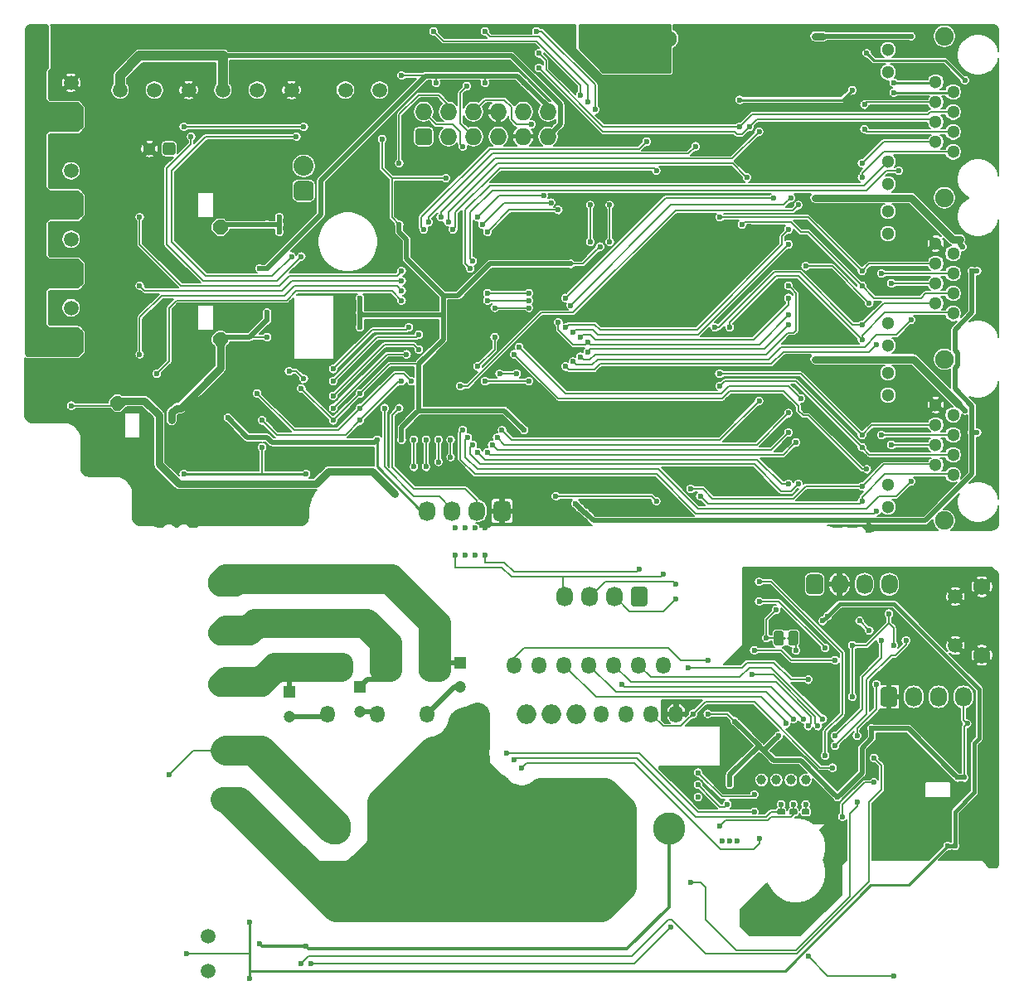
<source format=gbr>
G04 #@! TF.GenerationSoftware,KiCad,Pcbnew,(5.1.5)-3*
G04 #@! TF.CreationDate,2019-12-16T11:44:48+01:00*
G04 #@! TF.ProjectId,stmbl_4.0,73746d62-6c5f-4342-9e30-2e6b69636164,rev?*
G04 #@! TF.SameCoordinates,PXbcd3d80PY2f71ff0*
G04 #@! TF.FileFunction,Copper,L2,Bot*
G04 #@! TF.FilePolarity,Positive*
%FSLAX46Y46*%
G04 Gerber Fmt 4.6, Leading zero omitted, Abs format (unit mm)*
G04 Created by KiCad (PCBNEW (5.1.5)-3) date 2019-12-16 11:44:48*
%MOMM*%
%LPD*%
G04 APERTURE LIST*
%ADD10C,0.250000*%
%ADD11C,1.200000*%
%ADD12R,1.200000X1.200000*%
%ADD13C,0.100000*%
%ADD14C,3.300000*%
%ADD15O,1.727200X2.032000*%
%ADD16C,1.300000*%
%ADD17C,1.500000*%
%ADD18C,1.750000*%
%ADD19C,1.000000*%
%ADD20O,3.500000X2.000000*%
%ADD21O,2.032000X2.032000*%
%ADD22C,1.900000*%
%ADD23O,2.000000X2.000000*%
%ADD24O,1.500000X1.750000*%
%ADD25O,1.727200X1.727200*%
%ADD26C,0.600000*%
%ADD27C,0.200000*%
%ADD28C,0.500000*%
%ADD29C,0.300000*%
%ADD30C,0.750000*%
%ADD31C,0.400000*%
%ADD32C,1.000000*%
%ADD33C,2.500000*%
%ADD34C,2.000000*%
%ADD35C,0.150000*%
%ADD36C,0.254000*%
G04 APERTURE END LIST*
D10*
X-22750000Y-63000000D02*
X-22200000Y-63000000D01*
X-21250000Y-63000000D02*
X-21800000Y-63000000D01*
D11*
X-55250000Y-68000000D03*
D12*
X-55250000Y-65500000D03*
D11*
X-65500000Y-70500000D03*
D12*
X-65500000Y-68000000D03*
D11*
X-72750000Y-71000000D03*
D12*
X-72750000Y-68500000D03*
G04 #@! TA.AperFunction,SMDPad,CuDef*
D13*
G36*
X-22233042Y-78955710D02*
G01*
X-22218724Y-78957834D01*
X-22204683Y-78961351D01*
X-22191054Y-78966228D01*
X-22177969Y-78972417D01*
X-22165553Y-78979858D01*
X-22153927Y-78988481D01*
X-22143202Y-78998202D01*
X-22133481Y-79008927D01*
X-22124858Y-79020553D01*
X-22117417Y-79032969D01*
X-22111228Y-79046054D01*
X-22106351Y-79059683D01*
X-22102834Y-79073724D01*
X-22100710Y-79088042D01*
X-22100000Y-79102500D01*
X-22100000Y-79397500D01*
X-22100710Y-79411958D01*
X-22102834Y-79426276D01*
X-22106351Y-79440317D01*
X-22111228Y-79453946D01*
X-22117417Y-79467031D01*
X-22124858Y-79479447D01*
X-22133481Y-79491073D01*
X-22143202Y-79501798D01*
X-22153927Y-79511519D01*
X-22165553Y-79520142D01*
X-22177969Y-79527583D01*
X-22191054Y-79533772D01*
X-22204683Y-79538649D01*
X-22218724Y-79542166D01*
X-22233042Y-79544290D01*
X-22247500Y-79545000D01*
X-22752500Y-79545000D01*
X-22766958Y-79544290D01*
X-22781276Y-79542166D01*
X-22795317Y-79538649D01*
X-22808946Y-79533772D01*
X-22822031Y-79527583D01*
X-22834447Y-79520142D01*
X-22846073Y-79511519D01*
X-22856798Y-79501798D01*
X-22866519Y-79491073D01*
X-22875142Y-79479447D01*
X-22882583Y-79467031D01*
X-22888772Y-79453946D01*
X-22893649Y-79440317D01*
X-22897166Y-79426276D01*
X-22899290Y-79411958D01*
X-22900000Y-79397500D01*
X-22900000Y-79102500D01*
X-22899290Y-79088042D01*
X-22897166Y-79073724D01*
X-22893649Y-79059683D01*
X-22888772Y-79046054D01*
X-22882583Y-79032969D01*
X-22875142Y-79020553D01*
X-22866519Y-79008927D01*
X-22856798Y-78998202D01*
X-22846073Y-78988481D01*
X-22834447Y-78979858D01*
X-22822031Y-78972417D01*
X-22808946Y-78966228D01*
X-22795317Y-78961351D01*
X-22781276Y-78957834D01*
X-22766958Y-78955710D01*
X-22752500Y-78955000D01*
X-22247500Y-78955000D01*
X-22233042Y-78955710D01*
G37*
G04 #@! TD.AperFunction*
G04 #@! TA.AperFunction,SMDPad,CuDef*
G36*
X-22233042Y-80455710D02*
G01*
X-22218724Y-80457834D01*
X-22204683Y-80461351D01*
X-22191054Y-80466228D01*
X-22177969Y-80472417D01*
X-22165553Y-80479858D01*
X-22153927Y-80488481D01*
X-22143202Y-80498202D01*
X-22133481Y-80508927D01*
X-22124858Y-80520553D01*
X-22117417Y-80532969D01*
X-22111228Y-80546054D01*
X-22106351Y-80559683D01*
X-22102834Y-80573724D01*
X-22100710Y-80588042D01*
X-22100000Y-80602500D01*
X-22100000Y-80897500D01*
X-22100710Y-80911958D01*
X-22102834Y-80926276D01*
X-22106351Y-80940317D01*
X-22111228Y-80953946D01*
X-22117417Y-80967031D01*
X-22124858Y-80979447D01*
X-22133481Y-80991073D01*
X-22143202Y-81001798D01*
X-22153927Y-81011519D01*
X-22165553Y-81020142D01*
X-22177969Y-81027583D01*
X-22191054Y-81033772D01*
X-22204683Y-81038649D01*
X-22218724Y-81042166D01*
X-22233042Y-81044290D01*
X-22247500Y-81045000D01*
X-22752500Y-81045000D01*
X-22766958Y-81044290D01*
X-22781276Y-81042166D01*
X-22795317Y-81038649D01*
X-22808946Y-81033772D01*
X-22822031Y-81027583D01*
X-22834447Y-81020142D01*
X-22846073Y-81011519D01*
X-22856798Y-81001798D01*
X-22866519Y-80991073D01*
X-22875142Y-80979447D01*
X-22882583Y-80967031D01*
X-22888772Y-80953946D01*
X-22893649Y-80940317D01*
X-22897166Y-80926276D01*
X-22899290Y-80911958D01*
X-22900000Y-80897500D01*
X-22900000Y-80602500D01*
X-22899290Y-80588042D01*
X-22897166Y-80573724D01*
X-22893649Y-80559683D01*
X-22888772Y-80546054D01*
X-22882583Y-80532969D01*
X-22875142Y-80520553D01*
X-22866519Y-80508927D01*
X-22856798Y-80498202D01*
X-22846073Y-80488481D01*
X-22834447Y-80479858D01*
X-22822031Y-80472417D01*
X-22808946Y-80466228D01*
X-22795317Y-80461351D01*
X-22781276Y-80457834D01*
X-22766958Y-80455710D01*
X-22752500Y-80455000D01*
X-22247500Y-80455000D01*
X-22233042Y-80455710D01*
G37*
G04 #@! TD.AperFunction*
G04 #@! TA.AperFunction,ComponentPad*
G36*
X-40954670Y-87547781D02*
G01*
X-40874584Y-87559660D01*
X-40796049Y-87579332D01*
X-40719820Y-87606607D01*
X-40646632Y-87641223D01*
X-40577189Y-87682846D01*
X-40512160Y-87731074D01*
X-40452171Y-87785445D01*
X-39285445Y-88952171D01*
X-39231074Y-89012160D01*
X-39182846Y-89077189D01*
X-39141223Y-89146632D01*
X-39106607Y-89219820D01*
X-39079332Y-89296049D01*
X-39059660Y-89374584D01*
X-39047781Y-89454670D01*
X-39043808Y-89535534D01*
X-39047781Y-89616398D01*
X-39059660Y-89696484D01*
X-39079332Y-89775019D01*
X-39106607Y-89851248D01*
X-39141223Y-89924436D01*
X-39182846Y-89993879D01*
X-39231074Y-90058908D01*
X-39285445Y-90118897D01*
X-40452171Y-91285623D01*
X-40512160Y-91339994D01*
X-40577189Y-91388222D01*
X-40646632Y-91429845D01*
X-40719820Y-91464461D01*
X-40796049Y-91491736D01*
X-40874584Y-91511408D01*
X-40954670Y-91523287D01*
X-41035534Y-91527260D01*
X-41116398Y-91523287D01*
X-41196484Y-91511408D01*
X-41275019Y-91491736D01*
X-41351248Y-91464461D01*
X-41424436Y-91429845D01*
X-41493879Y-91388222D01*
X-41558908Y-91339994D01*
X-41618897Y-91285623D01*
X-42785623Y-90118897D01*
X-42839994Y-90058908D01*
X-42888222Y-89993879D01*
X-42929845Y-89924436D01*
X-42964461Y-89851248D01*
X-42991736Y-89775019D01*
X-43011408Y-89696484D01*
X-43023287Y-89616398D01*
X-43027260Y-89535534D01*
X-43023287Y-89454670D01*
X-43011408Y-89374584D01*
X-42991736Y-89296049D01*
X-42964461Y-89219820D01*
X-42929845Y-89146632D01*
X-42888222Y-89077189D01*
X-42839994Y-89012160D01*
X-42785623Y-88952171D01*
X-41618897Y-87785445D01*
X-41558908Y-87731074D01*
X-41493879Y-87682846D01*
X-41424436Y-87641223D01*
X-41351248Y-87606607D01*
X-41275019Y-87579332D01*
X-41196484Y-87559660D01*
X-41116398Y-87547781D01*
X-41035534Y-87543808D01*
X-40954670Y-87547781D01*
G37*
G04 #@! TD.AperFunction*
D14*
X-33964466Y-82464466D03*
D15*
X-58620000Y-50000000D03*
X-56080000Y-50000000D03*
X-53540000Y-50000000D03*
G04 #@! TA.AperFunction,ComponentPad*
D13*
G36*
X-50525876Y-48986079D02*
G01*
X-50483960Y-48992297D01*
X-50442855Y-49002593D01*
X-50402957Y-49016869D01*
X-50364651Y-49034986D01*
X-50328305Y-49056771D01*
X-50294269Y-49082014D01*
X-50262871Y-49110471D01*
X-50234414Y-49141869D01*
X-50209171Y-49175905D01*
X-50187386Y-49212251D01*
X-50169269Y-49250557D01*
X-50154993Y-49290455D01*
X-50144697Y-49331560D01*
X-50138479Y-49373476D01*
X-50136400Y-49415800D01*
X-50136400Y-50584200D01*
X-50138479Y-50626524D01*
X-50144697Y-50668440D01*
X-50154993Y-50709545D01*
X-50169269Y-50749443D01*
X-50187386Y-50787749D01*
X-50209171Y-50824095D01*
X-50234414Y-50858131D01*
X-50262871Y-50889529D01*
X-50294269Y-50917986D01*
X-50328305Y-50943229D01*
X-50364651Y-50965014D01*
X-50402957Y-50983131D01*
X-50442855Y-50997407D01*
X-50483960Y-51007703D01*
X-50525876Y-51013921D01*
X-50568200Y-51016000D01*
X-51431800Y-51016000D01*
X-51474124Y-51013921D01*
X-51516040Y-51007703D01*
X-51557145Y-50997407D01*
X-51597043Y-50983131D01*
X-51635349Y-50965014D01*
X-51671695Y-50943229D01*
X-51705731Y-50917986D01*
X-51737129Y-50889529D01*
X-51765586Y-50858131D01*
X-51790829Y-50824095D01*
X-51812614Y-50787749D01*
X-51830731Y-50749443D01*
X-51845007Y-50709545D01*
X-51855303Y-50668440D01*
X-51861521Y-50626524D01*
X-51863600Y-50584200D01*
X-51863600Y-49415800D01*
X-51861521Y-49373476D01*
X-51855303Y-49331560D01*
X-51845007Y-49290455D01*
X-51830731Y-49250557D01*
X-51812614Y-49212251D01*
X-51790829Y-49175905D01*
X-51765586Y-49141869D01*
X-51737129Y-49110471D01*
X-51705731Y-49082014D01*
X-51671695Y-49056771D01*
X-51635349Y-49034986D01*
X-51597043Y-49016869D01*
X-51557145Y-49002593D01*
X-51516040Y-48992297D01*
X-51474124Y-48986079D01*
X-51431800Y-48984000D01*
X-50568200Y-48984000D01*
X-50525876Y-48986079D01*
G37*
G04 #@! TD.AperFunction*
D16*
X-87000000Y-13000000D03*
G04 #@! TA.AperFunction,ComponentPad*
D13*
G36*
X-84643144Y-12351565D02*
G01*
X-84611596Y-12356245D01*
X-84580657Y-12363994D01*
X-84550628Y-12374739D01*
X-84521796Y-12388376D01*
X-84494440Y-12404772D01*
X-84468822Y-12423772D01*
X-84445190Y-12445190D01*
X-84423772Y-12468822D01*
X-84404772Y-12494440D01*
X-84388376Y-12521796D01*
X-84374739Y-12550628D01*
X-84363994Y-12580657D01*
X-84356245Y-12611596D01*
X-84351565Y-12643144D01*
X-84350000Y-12675000D01*
X-84350000Y-13325000D01*
X-84351565Y-13356856D01*
X-84356245Y-13388404D01*
X-84363994Y-13419343D01*
X-84374739Y-13449372D01*
X-84388376Y-13478204D01*
X-84404772Y-13505560D01*
X-84423772Y-13531178D01*
X-84445190Y-13554810D01*
X-84468822Y-13576228D01*
X-84494440Y-13595228D01*
X-84521796Y-13611624D01*
X-84550628Y-13625261D01*
X-84580657Y-13636006D01*
X-84611596Y-13643755D01*
X-84643144Y-13648435D01*
X-84675000Y-13650000D01*
X-85325000Y-13650000D01*
X-85356856Y-13648435D01*
X-85388404Y-13643755D01*
X-85419343Y-13636006D01*
X-85449372Y-13625261D01*
X-85478204Y-13611624D01*
X-85505560Y-13595228D01*
X-85531178Y-13576228D01*
X-85554810Y-13554810D01*
X-85576228Y-13531178D01*
X-85595228Y-13505560D01*
X-85611624Y-13478204D01*
X-85625261Y-13449372D01*
X-85636006Y-13419343D01*
X-85643755Y-13388404D01*
X-85648435Y-13356856D01*
X-85650000Y-13325000D01*
X-85650000Y-12675000D01*
X-85648435Y-12643144D01*
X-85643755Y-12611596D01*
X-85636006Y-12580657D01*
X-85625261Y-12550628D01*
X-85611624Y-12521796D01*
X-85595228Y-12494440D01*
X-85576228Y-12468822D01*
X-85554810Y-12445190D01*
X-85531178Y-12423772D01*
X-85505560Y-12404772D01*
X-85478204Y-12388376D01*
X-85449372Y-12374739D01*
X-85419343Y-12363994D01*
X-85388404Y-12356245D01*
X-85356856Y-12351565D01*
X-85325000Y-12350000D01*
X-84675000Y-12350000D01*
X-84643144Y-12351565D01*
G37*
G04 #@! TD.AperFunction*
G04 #@! TA.AperFunction,ComponentPad*
G36*
X-60883602Y-87547781D02*
G01*
X-60803516Y-87559660D01*
X-60724981Y-87579332D01*
X-60648752Y-87606607D01*
X-60575564Y-87641223D01*
X-60506121Y-87682846D01*
X-60441092Y-87731074D01*
X-60381103Y-87785445D01*
X-59214377Y-88952171D01*
X-59160006Y-89012160D01*
X-59111778Y-89077189D01*
X-59070155Y-89146632D01*
X-59035539Y-89219820D01*
X-59008264Y-89296049D01*
X-58988592Y-89374584D01*
X-58976713Y-89454670D01*
X-58972740Y-89535534D01*
X-58976713Y-89616398D01*
X-58988592Y-89696484D01*
X-59008264Y-89775019D01*
X-59035539Y-89851248D01*
X-59070155Y-89924436D01*
X-59111778Y-89993879D01*
X-59160006Y-90058908D01*
X-59214377Y-90118897D01*
X-60381103Y-91285623D01*
X-60441092Y-91339994D01*
X-60506121Y-91388222D01*
X-60575564Y-91429845D01*
X-60648752Y-91464461D01*
X-60724981Y-91491736D01*
X-60803516Y-91511408D01*
X-60883602Y-91523287D01*
X-60964466Y-91527260D01*
X-61045330Y-91523287D01*
X-61125416Y-91511408D01*
X-61203951Y-91491736D01*
X-61280180Y-91464461D01*
X-61353368Y-91429845D01*
X-61422811Y-91388222D01*
X-61487840Y-91339994D01*
X-61547829Y-91285623D01*
X-62714555Y-90118897D01*
X-62768926Y-90058908D01*
X-62817154Y-89993879D01*
X-62858777Y-89924436D01*
X-62893393Y-89851248D01*
X-62920668Y-89775019D01*
X-62940340Y-89696484D01*
X-62952219Y-89616398D01*
X-62956192Y-89535534D01*
X-62952219Y-89454670D01*
X-62940340Y-89374584D01*
X-62920668Y-89296049D01*
X-62893393Y-89219820D01*
X-62858777Y-89146632D01*
X-62817154Y-89077189D01*
X-62768926Y-89012160D01*
X-62714555Y-88952171D01*
X-61547829Y-87785445D01*
X-61487840Y-87731074D01*
X-61422811Y-87682846D01*
X-61353368Y-87641223D01*
X-61280180Y-87606607D01*
X-61203951Y-87579332D01*
X-61125416Y-87559660D01*
X-61045330Y-87547781D01*
X-60964466Y-87543808D01*
X-60883602Y-87547781D01*
G37*
G04 #@! TD.AperFunction*
D14*
X-68035534Y-82464466D03*
G04 #@! TA.AperFunction,SMDPad,CuDef*
D13*
G36*
X-22475496Y-62251204D02*
G01*
X-22451227Y-62254804D01*
X-22427429Y-62260765D01*
X-22404329Y-62269030D01*
X-22382151Y-62279520D01*
X-22361107Y-62292133D01*
X-22341402Y-62306747D01*
X-22323223Y-62323223D01*
X-22306747Y-62341402D01*
X-22292133Y-62361107D01*
X-22279520Y-62382151D01*
X-22269030Y-62404329D01*
X-22260765Y-62427429D01*
X-22254804Y-62451227D01*
X-22251204Y-62475496D01*
X-22250000Y-62500000D01*
X-22250000Y-63500000D01*
X-22251204Y-63524504D01*
X-22254804Y-63548773D01*
X-22260765Y-63572571D01*
X-22269030Y-63595671D01*
X-22279520Y-63617849D01*
X-22292133Y-63638893D01*
X-22306747Y-63658598D01*
X-22323223Y-63676777D01*
X-22341402Y-63693253D01*
X-22361107Y-63707867D01*
X-22382151Y-63720480D01*
X-22404329Y-63730970D01*
X-22427429Y-63739235D01*
X-22451227Y-63745196D01*
X-22475496Y-63748796D01*
X-22500000Y-63750000D01*
X-23000000Y-63750000D01*
X-23024504Y-63748796D01*
X-23048773Y-63745196D01*
X-23072571Y-63739235D01*
X-23095671Y-63730970D01*
X-23117849Y-63720480D01*
X-23138893Y-63707867D01*
X-23158598Y-63693253D01*
X-23176777Y-63676777D01*
X-23193253Y-63658598D01*
X-23207867Y-63638893D01*
X-23220480Y-63617849D01*
X-23230970Y-63595671D01*
X-23239235Y-63572571D01*
X-23245196Y-63548773D01*
X-23248796Y-63524504D01*
X-23250000Y-63500000D01*
X-23250000Y-62500000D01*
X-23248796Y-62475496D01*
X-23245196Y-62451227D01*
X-23239235Y-62427429D01*
X-23230970Y-62404329D01*
X-23220480Y-62382151D01*
X-23207867Y-62361107D01*
X-23193253Y-62341402D01*
X-23176777Y-62323223D01*
X-23158598Y-62306747D01*
X-23138893Y-62292133D01*
X-23117849Y-62279520D01*
X-23095671Y-62269030D01*
X-23072571Y-62260765D01*
X-23048773Y-62254804D01*
X-23024504Y-62251204D01*
X-23000000Y-62250000D01*
X-22500000Y-62250000D01*
X-22475496Y-62251204D01*
G37*
G04 #@! TD.AperFunction*
G04 #@! TA.AperFunction,SMDPad,CuDef*
G36*
X-20975496Y-62251204D02*
G01*
X-20951227Y-62254804D01*
X-20927429Y-62260765D01*
X-20904329Y-62269030D01*
X-20882151Y-62279520D01*
X-20861107Y-62292133D01*
X-20841402Y-62306747D01*
X-20823223Y-62323223D01*
X-20806747Y-62341402D01*
X-20792133Y-62361107D01*
X-20779520Y-62382151D01*
X-20769030Y-62404329D01*
X-20760765Y-62427429D01*
X-20754804Y-62451227D01*
X-20751204Y-62475496D01*
X-20750000Y-62500000D01*
X-20750000Y-63500000D01*
X-20751204Y-63524504D01*
X-20754804Y-63548773D01*
X-20760765Y-63572571D01*
X-20769030Y-63595671D01*
X-20779520Y-63617849D01*
X-20792133Y-63638893D01*
X-20806747Y-63658598D01*
X-20823223Y-63676777D01*
X-20841402Y-63693253D01*
X-20861107Y-63707867D01*
X-20882151Y-63720480D01*
X-20904329Y-63730970D01*
X-20927429Y-63739235D01*
X-20951227Y-63745196D01*
X-20975496Y-63748796D01*
X-21000000Y-63750000D01*
X-21500000Y-63750000D01*
X-21524504Y-63748796D01*
X-21548773Y-63745196D01*
X-21572571Y-63739235D01*
X-21595671Y-63730970D01*
X-21617849Y-63720480D01*
X-21638893Y-63707867D01*
X-21658598Y-63693253D01*
X-21676777Y-63676777D01*
X-21693253Y-63658598D01*
X-21707867Y-63638893D01*
X-21720480Y-63617849D01*
X-21730970Y-63595671D01*
X-21739235Y-63572571D01*
X-21745196Y-63548773D01*
X-21748796Y-63524504D01*
X-21750000Y-63500000D01*
X-21750000Y-62500000D01*
X-21748796Y-62475496D01*
X-21745196Y-62451227D01*
X-21739235Y-62427429D01*
X-21730970Y-62404329D01*
X-21720480Y-62382151D01*
X-21707867Y-62361107D01*
X-21693253Y-62341402D01*
X-21676777Y-62323223D01*
X-21658598Y-62306747D01*
X-21638893Y-62292133D01*
X-21617849Y-62279520D01*
X-21595671Y-62269030D01*
X-21572571Y-62260765D01*
X-21548773Y-62254804D01*
X-21524504Y-62251204D01*
X-21500000Y-62250000D01*
X-21000000Y-62250000D01*
X-20975496Y-62251204D01*
G37*
G04 #@! TD.AperFunction*
D17*
X-4700000Y-63750000D03*
X-4700000Y-58750000D03*
D18*
X-2000000Y-64750000D03*
X-2000000Y-57750000D03*
D17*
X-35000000Y-4450000D03*
X-40000000Y-4450000D03*
D18*
X-34000000Y-1750000D03*
X-41000000Y-1750000D03*
G04 #@! TA.AperFunction,SMDPad,CuDef*
D13*
G36*
X-19733042Y-78955710D02*
G01*
X-19718724Y-78957834D01*
X-19704683Y-78961351D01*
X-19691054Y-78966228D01*
X-19677969Y-78972417D01*
X-19665553Y-78979858D01*
X-19653927Y-78988481D01*
X-19643202Y-78998202D01*
X-19633481Y-79008927D01*
X-19624858Y-79020553D01*
X-19617417Y-79032969D01*
X-19611228Y-79046054D01*
X-19606351Y-79059683D01*
X-19602834Y-79073724D01*
X-19600710Y-79088042D01*
X-19600000Y-79102500D01*
X-19600000Y-79397500D01*
X-19600710Y-79411958D01*
X-19602834Y-79426276D01*
X-19606351Y-79440317D01*
X-19611228Y-79453946D01*
X-19617417Y-79467031D01*
X-19624858Y-79479447D01*
X-19633481Y-79491073D01*
X-19643202Y-79501798D01*
X-19653927Y-79511519D01*
X-19665553Y-79520142D01*
X-19677969Y-79527583D01*
X-19691054Y-79533772D01*
X-19704683Y-79538649D01*
X-19718724Y-79542166D01*
X-19733042Y-79544290D01*
X-19747500Y-79545000D01*
X-20252500Y-79545000D01*
X-20266958Y-79544290D01*
X-20281276Y-79542166D01*
X-20295317Y-79538649D01*
X-20308946Y-79533772D01*
X-20322031Y-79527583D01*
X-20334447Y-79520142D01*
X-20346073Y-79511519D01*
X-20356798Y-79501798D01*
X-20366519Y-79491073D01*
X-20375142Y-79479447D01*
X-20382583Y-79467031D01*
X-20388772Y-79453946D01*
X-20393649Y-79440317D01*
X-20397166Y-79426276D01*
X-20399290Y-79411958D01*
X-20400000Y-79397500D01*
X-20400000Y-79102500D01*
X-20399290Y-79088042D01*
X-20397166Y-79073724D01*
X-20393649Y-79059683D01*
X-20388772Y-79046054D01*
X-20382583Y-79032969D01*
X-20375142Y-79020553D01*
X-20366519Y-79008927D01*
X-20356798Y-78998202D01*
X-20346073Y-78988481D01*
X-20334447Y-78979858D01*
X-20322031Y-78972417D01*
X-20308946Y-78966228D01*
X-20295317Y-78961351D01*
X-20281276Y-78957834D01*
X-20266958Y-78955710D01*
X-20252500Y-78955000D01*
X-19747500Y-78955000D01*
X-19733042Y-78955710D01*
G37*
G04 #@! TD.AperFunction*
G04 #@! TA.AperFunction,SMDPad,CuDef*
G36*
X-19733042Y-80455710D02*
G01*
X-19718724Y-80457834D01*
X-19704683Y-80461351D01*
X-19691054Y-80466228D01*
X-19677969Y-80472417D01*
X-19665553Y-80479858D01*
X-19653927Y-80488481D01*
X-19643202Y-80498202D01*
X-19633481Y-80508927D01*
X-19624858Y-80520553D01*
X-19617417Y-80532969D01*
X-19611228Y-80546054D01*
X-19606351Y-80559683D01*
X-19602834Y-80573724D01*
X-19600710Y-80588042D01*
X-19600000Y-80602500D01*
X-19600000Y-80897500D01*
X-19600710Y-80911958D01*
X-19602834Y-80926276D01*
X-19606351Y-80940317D01*
X-19611228Y-80953946D01*
X-19617417Y-80967031D01*
X-19624858Y-80979447D01*
X-19633481Y-80991073D01*
X-19643202Y-81001798D01*
X-19653927Y-81011519D01*
X-19665553Y-81020142D01*
X-19677969Y-81027583D01*
X-19691054Y-81033772D01*
X-19704683Y-81038649D01*
X-19718724Y-81042166D01*
X-19733042Y-81044290D01*
X-19747500Y-81045000D01*
X-20252500Y-81045000D01*
X-20266958Y-81044290D01*
X-20281276Y-81042166D01*
X-20295317Y-81038649D01*
X-20308946Y-81033772D01*
X-20322031Y-81027583D01*
X-20334447Y-81020142D01*
X-20346073Y-81011519D01*
X-20356798Y-81001798D01*
X-20366519Y-80991073D01*
X-20375142Y-80979447D01*
X-20382583Y-80967031D01*
X-20388772Y-80953946D01*
X-20393649Y-80940317D01*
X-20397166Y-80926276D01*
X-20399290Y-80911958D01*
X-20400000Y-80897500D01*
X-20400000Y-80602500D01*
X-20399290Y-80588042D01*
X-20397166Y-80573724D01*
X-20393649Y-80559683D01*
X-20388772Y-80546054D01*
X-20382583Y-80532969D01*
X-20375142Y-80520553D01*
X-20366519Y-80508927D01*
X-20356798Y-80498202D01*
X-20346073Y-80488481D01*
X-20334447Y-80479858D01*
X-20322031Y-80472417D01*
X-20308946Y-80466228D01*
X-20295317Y-80461351D01*
X-20281276Y-80457834D01*
X-20266958Y-80455710D01*
X-20252500Y-80455000D01*
X-19747500Y-80455000D01*
X-19733042Y-80455710D01*
G37*
G04 #@! TD.AperFunction*
G04 #@! TA.AperFunction,SMDPad,CuDef*
G36*
X-20983042Y-78955710D02*
G01*
X-20968724Y-78957834D01*
X-20954683Y-78961351D01*
X-20941054Y-78966228D01*
X-20927969Y-78972417D01*
X-20915553Y-78979858D01*
X-20903927Y-78988481D01*
X-20893202Y-78998202D01*
X-20883481Y-79008927D01*
X-20874858Y-79020553D01*
X-20867417Y-79032969D01*
X-20861228Y-79046054D01*
X-20856351Y-79059683D01*
X-20852834Y-79073724D01*
X-20850710Y-79088042D01*
X-20850000Y-79102500D01*
X-20850000Y-79397500D01*
X-20850710Y-79411958D01*
X-20852834Y-79426276D01*
X-20856351Y-79440317D01*
X-20861228Y-79453946D01*
X-20867417Y-79467031D01*
X-20874858Y-79479447D01*
X-20883481Y-79491073D01*
X-20893202Y-79501798D01*
X-20903927Y-79511519D01*
X-20915553Y-79520142D01*
X-20927969Y-79527583D01*
X-20941054Y-79533772D01*
X-20954683Y-79538649D01*
X-20968724Y-79542166D01*
X-20983042Y-79544290D01*
X-20997500Y-79545000D01*
X-21502500Y-79545000D01*
X-21516958Y-79544290D01*
X-21531276Y-79542166D01*
X-21545317Y-79538649D01*
X-21558946Y-79533772D01*
X-21572031Y-79527583D01*
X-21584447Y-79520142D01*
X-21596073Y-79511519D01*
X-21606798Y-79501798D01*
X-21616519Y-79491073D01*
X-21625142Y-79479447D01*
X-21632583Y-79467031D01*
X-21638772Y-79453946D01*
X-21643649Y-79440317D01*
X-21647166Y-79426276D01*
X-21649290Y-79411958D01*
X-21650000Y-79397500D01*
X-21650000Y-79102500D01*
X-21649290Y-79088042D01*
X-21647166Y-79073724D01*
X-21643649Y-79059683D01*
X-21638772Y-79046054D01*
X-21632583Y-79032969D01*
X-21625142Y-79020553D01*
X-21616519Y-79008927D01*
X-21606798Y-78998202D01*
X-21596073Y-78988481D01*
X-21584447Y-78979858D01*
X-21572031Y-78972417D01*
X-21558946Y-78966228D01*
X-21545317Y-78961351D01*
X-21531276Y-78957834D01*
X-21516958Y-78955710D01*
X-21502500Y-78955000D01*
X-20997500Y-78955000D01*
X-20983042Y-78955710D01*
G37*
G04 #@! TD.AperFunction*
G04 #@! TA.AperFunction,SMDPad,CuDef*
G36*
X-20983042Y-80455710D02*
G01*
X-20968724Y-80457834D01*
X-20954683Y-80461351D01*
X-20941054Y-80466228D01*
X-20927969Y-80472417D01*
X-20915553Y-80479858D01*
X-20903927Y-80488481D01*
X-20893202Y-80498202D01*
X-20883481Y-80508927D01*
X-20874858Y-80520553D01*
X-20867417Y-80532969D01*
X-20861228Y-80546054D01*
X-20856351Y-80559683D01*
X-20852834Y-80573724D01*
X-20850710Y-80588042D01*
X-20850000Y-80602500D01*
X-20850000Y-80897500D01*
X-20850710Y-80911958D01*
X-20852834Y-80926276D01*
X-20856351Y-80940317D01*
X-20861228Y-80953946D01*
X-20867417Y-80967031D01*
X-20874858Y-80979447D01*
X-20883481Y-80991073D01*
X-20893202Y-81001798D01*
X-20903927Y-81011519D01*
X-20915553Y-81020142D01*
X-20927969Y-81027583D01*
X-20941054Y-81033772D01*
X-20954683Y-81038649D01*
X-20968724Y-81042166D01*
X-20983042Y-81044290D01*
X-20997500Y-81045000D01*
X-21502500Y-81045000D01*
X-21516958Y-81044290D01*
X-21531276Y-81042166D01*
X-21545317Y-81038649D01*
X-21558946Y-81033772D01*
X-21572031Y-81027583D01*
X-21584447Y-81020142D01*
X-21596073Y-81011519D01*
X-21606798Y-81001798D01*
X-21616519Y-80991073D01*
X-21625142Y-80979447D01*
X-21632583Y-80967031D01*
X-21638772Y-80953946D01*
X-21643649Y-80940317D01*
X-21647166Y-80926276D01*
X-21649290Y-80911958D01*
X-21650000Y-80897500D01*
X-21650000Y-80602500D01*
X-21649290Y-80588042D01*
X-21647166Y-80573724D01*
X-21643649Y-80559683D01*
X-21638772Y-80546054D01*
X-21632583Y-80532969D01*
X-21625142Y-80520553D01*
X-21616519Y-80508927D01*
X-21606798Y-80498202D01*
X-21596073Y-80488481D01*
X-21584447Y-80479858D01*
X-21572031Y-80472417D01*
X-21558946Y-80466228D01*
X-21545317Y-80461351D01*
X-21531276Y-80457834D01*
X-21516958Y-80455710D01*
X-21502500Y-80455000D01*
X-20997500Y-80455000D01*
X-20983042Y-80455710D01*
G37*
G04 #@! TD.AperFunction*
D19*
X-20000000Y-77500000D03*
X-24500000Y-77500000D03*
X-23000000Y-77500000D03*
X-21500000Y-77500000D03*
D20*
X-79000000Y-67830000D03*
X-79000000Y-62750000D03*
X-79000000Y-57670000D03*
G04 #@! TA.AperFunction,ComponentPad*
D13*
G36*
X-70692207Y-16276446D02*
G01*
X-70642894Y-16283761D01*
X-70594535Y-16295874D01*
X-70547597Y-16312669D01*
X-70502530Y-16333984D01*
X-70459770Y-16359613D01*
X-70419728Y-16389311D01*
X-70382790Y-16422790D01*
X-70349311Y-16459728D01*
X-70319613Y-16499770D01*
X-70293984Y-16542530D01*
X-70272669Y-16587597D01*
X-70255874Y-16634535D01*
X-70243761Y-16682894D01*
X-70236446Y-16732207D01*
X-70234000Y-16782000D01*
X-70234000Y-17798000D01*
X-70236446Y-17847793D01*
X-70243761Y-17897106D01*
X-70255874Y-17945465D01*
X-70272669Y-17992403D01*
X-70293984Y-18037470D01*
X-70319613Y-18080230D01*
X-70349311Y-18120272D01*
X-70382790Y-18157210D01*
X-70419728Y-18190689D01*
X-70459770Y-18220387D01*
X-70502530Y-18246016D01*
X-70547597Y-18267331D01*
X-70594535Y-18284126D01*
X-70642894Y-18296239D01*
X-70692207Y-18303554D01*
X-70742000Y-18306000D01*
X-71758000Y-18306000D01*
X-71807793Y-18303554D01*
X-71857106Y-18296239D01*
X-71905465Y-18284126D01*
X-71952403Y-18267331D01*
X-71997470Y-18246016D01*
X-72040230Y-18220387D01*
X-72080272Y-18190689D01*
X-72117210Y-18157210D01*
X-72150689Y-18120272D01*
X-72180387Y-18080230D01*
X-72206016Y-18037470D01*
X-72227331Y-17992403D01*
X-72244126Y-17945465D01*
X-72256239Y-17897106D01*
X-72263554Y-17847793D01*
X-72266000Y-17798000D01*
X-72266000Y-16782000D01*
X-72263554Y-16732207D01*
X-72256239Y-16682894D01*
X-72244126Y-16634535D01*
X-72227331Y-16587597D01*
X-72206016Y-16542530D01*
X-72180387Y-16499770D01*
X-72150689Y-16459728D01*
X-72117210Y-16422790D01*
X-72080272Y-16389311D01*
X-72040230Y-16359613D01*
X-71997470Y-16333984D01*
X-71952403Y-16312669D01*
X-71905465Y-16295874D01*
X-71857106Y-16283761D01*
X-71807793Y-16276446D01*
X-71758000Y-16274000D01*
X-70742000Y-16274000D01*
X-70692207Y-16276446D01*
G37*
G04 #@! TD.AperFunction*
D21*
X-71250000Y-14750000D03*
D20*
X-79000000Y-79580000D03*
X-79000000Y-74500000D03*
D22*
X-5830000Y-18000000D03*
X-5830000Y-34500000D03*
D16*
X-4940000Y-29820000D03*
X-6720000Y-28800000D03*
X-4940000Y-27780000D03*
X-6720000Y-26760000D03*
X-4940000Y-25740000D03*
X-6720000Y-24720000D03*
X-4940000Y-23700000D03*
X-6720000Y-22680000D03*
X-11580000Y-19390000D03*
X-11580000Y-21680000D03*
X-11580000Y-30820000D03*
X-11580000Y-33110000D03*
D22*
X-5830000Y-1500000D03*
X-5830000Y-18000000D03*
D16*
X-4940000Y-13320000D03*
X-6720000Y-12300000D03*
X-4940000Y-11280000D03*
X-6720000Y-10260000D03*
X-4940000Y-9240000D03*
X-6720000Y-8220000D03*
X-4940000Y-7200000D03*
X-6720000Y-6180000D03*
X-11580000Y-2890000D03*
X-11580000Y-5180000D03*
X-11580000Y-14320000D03*
X-11580000Y-16610000D03*
D22*
X-5830000Y-34500000D03*
X-5830000Y-51000000D03*
D16*
X-4940000Y-46320000D03*
X-6720000Y-45300000D03*
X-4940000Y-44280000D03*
X-6720000Y-43260000D03*
X-4940000Y-42240000D03*
X-6720000Y-41220000D03*
X-4940000Y-40200000D03*
X-6720000Y-39180000D03*
X-11580000Y-35890000D03*
X-11580000Y-38180000D03*
X-11580000Y-47320000D03*
X-11580000Y-49610000D03*
D23*
X-53540000Y-70750000D03*
X-57350000Y-65750000D03*
D24*
X-58620000Y-70750000D03*
D23*
X-62430000Y-65750000D03*
D24*
X-63700000Y-70750000D03*
D23*
X-67510000Y-65750000D03*
D24*
X-68780000Y-70750000D03*
X-49730000Y-65750000D03*
D23*
X-48460000Y-70750000D03*
D24*
X-47190000Y-65750000D03*
D23*
X-45920000Y-70750000D03*
D24*
X-44650000Y-65750000D03*
D23*
X-43380000Y-70750000D03*
D24*
X-42110000Y-65750000D03*
X-39570000Y-65750000D03*
X-37030000Y-65750000D03*
X-34490000Y-65750000D03*
X-40840000Y-70750000D03*
X-38300000Y-70750000D03*
X-35760000Y-70750000D03*
X-33220000Y-70750000D03*
D19*
X-23750000Y-78750000D03*
G04 #@! TA.AperFunction,ComponentPad*
D13*
G36*
X-11025876Y-67986079D02*
G01*
X-10983960Y-67992297D01*
X-10942855Y-68002593D01*
X-10902957Y-68016869D01*
X-10864651Y-68034986D01*
X-10828305Y-68056771D01*
X-10794269Y-68082014D01*
X-10762871Y-68110471D01*
X-10734414Y-68141869D01*
X-10709171Y-68175905D01*
X-10687386Y-68212251D01*
X-10669269Y-68250557D01*
X-10654993Y-68290455D01*
X-10644697Y-68331560D01*
X-10638479Y-68373476D01*
X-10636400Y-68415800D01*
X-10636400Y-69584200D01*
X-10638479Y-69626524D01*
X-10644697Y-69668440D01*
X-10654993Y-69709545D01*
X-10669269Y-69749443D01*
X-10687386Y-69787749D01*
X-10709171Y-69824095D01*
X-10734414Y-69858131D01*
X-10762871Y-69889529D01*
X-10794269Y-69917986D01*
X-10828305Y-69943229D01*
X-10864651Y-69965014D01*
X-10902957Y-69983131D01*
X-10942855Y-69997407D01*
X-10983960Y-70007703D01*
X-11025876Y-70013921D01*
X-11068200Y-70016000D01*
X-11931800Y-70016000D01*
X-11974124Y-70013921D01*
X-12016040Y-70007703D01*
X-12057145Y-69997407D01*
X-12097043Y-69983131D01*
X-12135349Y-69965014D01*
X-12171695Y-69943229D01*
X-12205731Y-69917986D01*
X-12237129Y-69889529D01*
X-12265586Y-69858131D01*
X-12290829Y-69824095D01*
X-12312614Y-69787749D01*
X-12330731Y-69749443D01*
X-12345007Y-69709545D01*
X-12355303Y-69668440D01*
X-12361521Y-69626524D01*
X-12363600Y-69584200D01*
X-12363600Y-68415800D01*
X-12361521Y-68373476D01*
X-12355303Y-68331560D01*
X-12345007Y-68290455D01*
X-12330731Y-68250557D01*
X-12312614Y-68212251D01*
X-12290829Y-68175905D01*
X-12265586Y-68141869D01*
X-12237129Y-68110471D01*
X-12205731Y-68082014D01*
X-12171695Y-68056771D01*
X-12135349Y-68034986D01*
X-12097043Y-68016869D01*
X-12057145Y-68002593D01*
X-12016040Y-67992297D01*
X-11974124Y-67986079D01*
X-11931800Y-67984000D01*
X-11068200Y-67984000D01*
X-11025876Y-67986079D01*
G37*
G04 #@! TD.AperFunction*
D15*
X-8960000Y-69000000D03*
X-6420000Y-69000000D03*
X-3880000Y-69000000D03*
G04 #@! TA.AperFunction,ComponentPad*
D13*
G36*
X-58525876Y-10888479D02*
G01*
X-58483960Y-10894697D01*
X-58442855Y-10904993D01*
X-58402957Y-10919269D01*
X-58364651Y-10937386D01*
X-58328305Y-10959171D01*
X-58294269Y-10984414D01*
X-58262871Y-11012871D01*
X-58234414Y-11044269D01*
X-58209171Y-11078305D01*
X-58187386Y-11114651D01*
X-58169269Y-11152957D01*
X-58154993Y-11192855D01*
X-58144697Y-11233960D01*
X-58138479Y-11275876D01*
X-58136400Y-11318200D01*
X-58136400Y-12181800D01*
X-58138479Y-12224124D01*
X-58144697Y-12266040D01*
X-58154993Y-12307145D01*
X-58169269Y-12347043D01*
X-58187386Y-12385349D01*
X-58209171Y-12421695D01*
X-58234414Y-12455731D01*
X-58262871Y-12487129D01*
X-58294269Y-12515586D01*
X-58328305Y-12540829D01*
X-58364651Y-12562614D01*
X-58402957Y-12580731D01*
X-58442855Y-12595007D01*
X-58483960Y-12605303D01*
X-58525876Y-12611521D01*
X-58568200Y-12613600D01*
X-59431800Y-12613600D01*
X-59474124Y-12611521D01*
X-59516040Y-12605303D01*
X-59557145Y-12595007D01*
X-59597043Y-12580731D01*
X-59635349Y-12562614D01*
X-59671695Y-12540829D01*
X-59705731Y-12515586D01*
X-59737129Y-12487129D01*
X-59765586Y-12455731D01*
X-59790829Y-12421695D01*
X-59812614Y-12385349D01*
X-59830731Y-12347043D01*
X-59845007Y-12307145D01*
X-59855303Y-12266040D01*
X-59861521Y-12224124D01*
X-59863600Y-12181800D01*
X-59863600Y-11318200D01*
X-59861521Y-11275876D01*
X-59855303Y-11233960D01*
X-59845007Y-11192855D01*
X-59830731Y-11152957D01*
X-59812614Y-11114651D01*
X-59790829Y-11078305D01*
X-59765586Y-11044269D01*
X-59737129Y-11012871D01*
X-59705731Y-10984414D01*
X-59671695Y-10959171D01*
X-59635349Y-10937386D01*
X-59597043Y-10919269D01*
X-59557145Y-10904993D01*
X-59516040Y-10894697D01*
X-59474124Y-10888479D01*
X-59431800Y-10886400D01*
X-58568200Y-10886400D01*
X-58525876Y-10888479D01*
G37*
G04 #@! TD.AperFunction*
D25*
X-59000000Y-9210000D03*
X-56460000Y-11750000D03*
X-56460000Y-9210000D03*
X-53920000Y-11750000D03*
X-53920000Y-9210000D03*
X-51380000Y-11750000D03*
X-51380000Y-9210000D03*
X-48840000Y-11750000D03*
X-48840000Y-9210000D03*
X-46300000Y-11750000D03*
X-46300000Y-9210000D03*
G04 #@! TA.AperFunction,ComponentPad*
D13*
G36*
X-18605876Y-56486079D02*
G01*
X-18563960Y-56492297D01*
X-18522855Y-56502593D01*
X-18482957Y-56516869D01*
X-18444651Y-56534986D01*
X-18408305Y-56556771D01*
X-18374269Y-56582014D01*
X-18342871Y-56610471D01*
X-18314414Y-56641869D01*
X-18289171Y-56675905D01*
X-18267386Y-56712251D01*
X-18249269Y-56750557D01*
X-18234993Y-56790455D01*
X-18224697Y-56831560D01*
X-18218479Y-56873476D01*
X-18216400Y-56915800D01*
X-18216400Y-58084200D01*
X-18218479Y-58126524D01*
X-18224697Y-58168440D01*
X-18234993Y-58209545D01*
X-18249269Y-58249443D01*
X-18267386Y-58287749D01*
X-18289171Y-58324095D01*
X-18314414Y-58358131D01*
X-18342871Y-58389529D01*
X-18374269Y-58417986D01*
X-18408305Y-58443229D01*
X-18444651Y-58465014D01*
X-18482957Y-58483131D01*
X-18522855Y-58497407D01*
X-18563960Y-58507703D01*
X-18605876Y-58513921D01*
X-18648200Y-58516000D01*
X-19511800Y-58516000D01*
X-19554124Y-58513921D01*
X-19596040Y-58507703D01*
X-19637145Y-58497407D01*
X-19677043Y-58483131D01*
X-19715349Y-58465014D01*
X-19751695Y-58443229D01*
X-19785731Y-58417986D01*
X-19817129Y-58389529D01*
X-19845586Y-58358131D01*
X-19870829Y-58324095D01*
X-19892614Y-58287749D01*
X-19910731Y-58249443D01*
X-19925007Y-58209545D01*
X-19935303Y-58168440D01*
X-19941521Y-58126524D01*
X-19943600Y-58084200D01*
X-19943600Y-56915800D01*
X-19941521Y-56873476D01*
X-19935303Y-56831560D01*
X-19925007Y-56790455D01*
X-19910731Y-56750557D01*
X-19892614Y-56712251D01*
X-19870829Y-56675905D01*
X-19845586Y-56641869D01*
X-19817129Y-56610471D01*
X-19785731Y-56582014D01*
X-19751695Y-56556771D01*
X-19715349Y-56534986D01*
X-19677043Y-56516869D01*
X-19637145Y-56502593D01*
X-19596040Y-56492297D01*
X-19554124Y-56486079D01*
X-19511800Y-56484000D01*
X-18648200Y-56484000D01*
X-18605876Y-56486079D01*
G37*
G04 #@! TD.AperFunction*
D15*
X-16540000Y-57500000D03*
X-14000000Y-57500000D03*
X-11460000Y-57500000D03*
G04 #@! TA.AperFunction,ComponentPad*
D13*
G36*
X-36525876Y-57736079D02*
G01*
X-36483960Y-57742297D01*
X-36442855Y-57752593D01*
X-36402957Y-57766869D01*
X-36364651Y-57784986D01*
X-36328305Y-57806771D01*
X-36294269Y-57832014D01*
X-36262871Y-57860471D01*
X-36234414Y-57891869D01*
X-36209171Y-57925905D01*
X-36187386Y-57962251D01*
X-36169269Y-58000557D01*
X-36154993Y-58040455D01*
X-36144697Y-58081560D01*
X-36138479Y-58123476D01*
X-36136400Y-58165800D01*
X-36136400Y-59334200D01*
X-36138479Y-59376524D01*
X-36144697Y-59418440D01*
X-36154993Y-59459545D01*
X-36169269Y-59499443D01*
X-36187386Y-59537749D01*
X-36209171Y-59574095D01*
X-36234414Y-59608131D01*
X-36262871Y-59639529D01*
X-36294269Y-59667986D01*
X-36328305Y-59693229D01*
X-36364651Y-59715014D01*
X-36402957Y-59733131D01*
X-36442855Y-59747407D01*
X-36483960Y-59757703D01*
X-36525876Y-59763921D01*
X-36568200Y-59766000D01*
X-37431800Y-59766000D01*
X-37474124Y-59763921D01*
X-37516040Y-59757703D01*
X-37557145Y-59747407D01*
X-37597043Y-59733131D01*
X-37635349Y-59715014D01*
X-37671695Y-59693229D01*
X-37705731Y-59667986D01*
X-37737129Y-59639529D01*
X-37765586Y-59608131D01*
X-37790829Y-59574095D01*
X-37812614Y-59537749D01*
X-37830731Y-59499443D01*
X-37845007Y-59459545D01*
X-37855303Y-59418440D01*
X-37861521Y-59376524D01*
X-37863600Y-59334200D01*
X-37863600Y-58165800D01*
X-37861521Y-58123476D01*
X-37855303Y-58081560D01*
X-37845007Y-58040455D01*
X-37830731Y-58000557D01*
X-37812614Y-57962251D01*
X-37790829Y-57925905D01*
X-37765586Y-57891869D01*
X-37737129Y-57860471D01*
X-37705731Y-57832014D01*
X-37671695Y-57806771D01*
X-37635349Y-57784986D01*
X-37597043Y-57766869D01*
X-37557145Y-57752593D01*
X-37516040Y-57742297D01*
X-37474124Y-57736079D01*
X-37431800Y-57734000D01*
X-36568200Y-57734000D01*
X-36525876Y-57736079D01*
G37*
G04 #@! TD.AperFunction*
D15*
X-39540000Y-58750000D03*
X-42080000Y-58750000D03*
X-44620000Y-58750000D03*
D17*
X-81000000Y-97000000D03*
X-81000000Y-93500000D03*
X-95000000Y-6250000D03*
X-95000000Y-9750000D03*
X-95000000Y-15250000D03*
X-95000000Y-18750000D03*
X-95000000Y-22250000D03*
X-95000000Y-25750000D03*
X-95000000Y-29250000D03*
X-95000000Y-32750000D03*
X-90000000Y-7000000D03*
X-86500000Y-7000000D03*
X-83000000Y-7000000D03*
X-79500000Y-7000000D03*
X-76000000Y-7000000D03*
X-72500000Y-7000000D03*
X-63500000Y-7000000D03*
X-67000000Y-7000000D03*
D26*
X-43000000Y-22000000D03*
X-41000000Y-21500000D03*
X-51000000Y-37500000D03*
X-27000000Y-31750000D03*
X-25500000Y-30000000D03*
X-24750000Y-30000000D03*
X-24750000Y-29250000D03*
X-20750000Y-34750000D03*
X-21500000Y-34750000D03*
X-25750000Y-38750000D03*
X-27750000Y-40000000D03*
X-29250000Y-40000000D03*
X-23000000Y-45500000D03*
X-11500000Y-750000D03*
X-10750000Y-750000D03*
X-8500000Y-2500000D03*
X-5250000Y-5500000D03*
X-11250000Y-10699990D03*
X-12250000Y-10699990D03*
X-10750000Y-22750000D03*
X-10000000Y-23500000D03*
X-10000000Y-22750000D03*
X-8500000Y-22750000D03*
X-8500000Y-23500000D03*
X-3750000Y-28250000D03*
X-2250000Y-28250000D03*
X-8500000Y-40000000D03*
X-1500000Y-46250000D03*
X-3750000Y-44750000D03*
X-2250000Y-44750000D03*
X-6750000Y-47250000D03*
X-6750000Y-48750000D03*
X-7750000Y-48750000D03*
X-5000000Y-49500000D03*
X-4250000Y-51500000D03*
X-12250000Y-43250000D03*
X-14000000Y-40500000D03*
X-14500000Y-40000000D03*
X-12750000Y-37000000D03*
X-10500000Y-37000000D03*
X-10000000Y-40000000D03*
X-10000000Y-39250000D03*
X-8500000Y-39250000D03*
X-10000000Y-27500000D03*
X-8500000Y-27500000D03*
X-15250000Y-29000000D03*
X-14250000Y-23500000D03*
X-12250000Y-26750000D03*
X-17500000Y-12500000D03*
X-16750000Y-7000000D03*
X-17500000Y-7000000D03*
X-14250000Y-7000000D03*
X-13500000Y-4500000D03*
X-13000000Y-5000000D03*
X-12750000Y-3250000D03*
X-24750000Y-4000000D03*
X-26500000Y-5000000D03*
X-27750000Y-8000000D03*
X-24750000Y-7250000D03*
X-25750000Y-7250000D03*
X-25750000Y-8750000D03*
X-76250000Y-22000000D03*
X-75000000Y-23500000D03*
X-76250000Y-23500000D03*
X-77250000Y-9250000D03*
X-78000000Y-9250000D03*
X-78750000Y-9250000D03*
X-35000000Y-25500000D03*
X-35750000Y-24750000D03*
X-36500000Y-24750000D03*
X-35750000Y-41250000D03*
X-36500000Y-41250000D03*
X-35000000Y-42000000D03*
X-24750000Y-40250000D03*
X-26250000Y-47750000D03*
X-25500000Y-47000000D03*
X-24750000Y-47000000D03*
X-25500000Y-47750000D03*
X-24750000Y-47750000D03*
X-31500000Y-47000000D03*
X-28500000Y-47000000D03*
X-55500000Y-41000000D03*
X-50000000Y-41750000D03*
X-65500000Y-42000000D03*
X-64750000Y-42000000D03*
X-63750000Y-40250000D03*
X-60750000Y-37500000D03*
X-58250000Y-37250000D03*
X-57500000Y-37250000D03*
X-56750000Y-37250000D03*
X-67500000Y-33250000D03*
X-67500000Y-32500000D03*
X-66750000Y-29000000D03*
X-67500000Y-29000000D03*
X-69750000Y-24750000D03*
X-70500000Y-24750000D03*
X-64000000Y-19750000D03*
X-64000000Y-19000000D03*
X-64750000Y-19000000D03*
X-64750000Y-17000000D03*
X-65750000Y-16000000D03*
X-65250000Y-13750000D03*
X-65250000Y-14500000D03*
X-61750000Y-22750000D03*
X-61500000Y-18500000D03*
X-61500000Y-19250000D03*
X-59000000Y-18500000D03*
X-59000000Y-17750000D03*
X-58250000Y-13500000D03*
X-60750000Y-11000000D03*
X-62250000Y-10250000D03*
X-62250000Y-13750000D03*
X-57750000Y-8500000D03*
X-49750000Y-7250000D03*
X-50500000Y-7250000D03*
X-47000000Y-10500000D03*
X-44750000Y-750000D03*
X-44750000Y-1500000D03*
X-44750000Y-2250000D03*
X-45500000Y-5000000D03*
X-44500000Y-6000000D03*
X-45000000Y-5500000D03*
X-81250000Y-35500000D03*
X-81250000Y-34000000D03*
X-81250000Y-34750000D03*
X-81250000Y-24000000D03*
X-81250000Y-22500000D03*
X-81250000Y-23250000D03*
X-77000000Y-25250000D03*
X-77750000Y-25250000D03*
X-78500000Y-25250000D03*
X-80500000Y-25250000D03*
X-79500000Y-25250000D03*
X-83750000Y-25250000D03*
X-72250000Y-19000000D03*
X-73000000Y-18250000D03*
X-73000000Y-19000000D03*
X-74500000Y-18250000D03*
X-74500000Y-19000000D03*
X-75250000Y-19000000D03*
X-75250000Y-18250000D03*
X-75250000Y-17500000D03*
X-70250000Y-19250000D03*
X-70750000Y-19750000D03*
X-71250000Y-20250000D03*
X-70500000Y-24000000D03*
X-70500000Y-22000000D03*
X-70000000Y-21500000D03*
X-72750000Y-21750000D03*
X-72250000Y-21250000D03*
X-71750000Y-20750000D03*
X-83750000Y-15500000D03*
X-83750000Y-16250000D03*
X-83750000Y-17000000D03*
X-83750000Y-17750000D03*
X-83750000Y-18500000D03*
X-83750000Y-19250000D03*
X-83750000Y-20750000D03*
X-68500000Y-11000000D03*
X-69000000Y-10500000D03*
X-69500000Y-10000000D03*
X-70250000Y-11750000D03*
X-69500000Y-12500000D03*
X-70250000Y-12500000D03*
X-72500000Y-12500000D03*
X-73250000Y-12500000D03*
X-74000000Y-12500000D03*
X-64500000Y-9500000D03*
X-65250000Y-9500000D03*
X-66000000Y-9500000D03*
X-69000000Y-4750000D03*
X-65000000Y-4750000D03*
X-61750000Y-4750000D03*
X-54500000Y-4750000D03*
X-55250000Y-4750000D03*
X-56000000Y-4750000D03*
X-58000000Y-2250000D03*
X-58750000Y-2250000D03*
X-59500000Y-2250000D03*
X-62000000Y-1250000D03*
X-62750000Y-1250000D03*
X-63500000Y-1250000D03*
X-64250000Y-1250000D03*
X-65000000Y-1250000D03*
X-65750000Y-1250000D03*
X-66500000Y-1250000D03*
X-67250000Y-1250000D03*
X-68000000Y-1250000D03*
X-68750000Y-1250000D03*
X-69500000Y-1250000D03*
X-70250000Y-1250000D03*
X-71000000Y-1250000D03*
X-71750000Y-1250000D03*
X-72500000Y-1250000D03*
X-73500000Y-2500000D03*
X-74250000Y-2500000D03*
X-79000000Y-1250000D03*
X-79750000Y-1250000D03*
X-80500000Y-1250000D03*
X-81250000Y-1250000D03*
X-82000000Y-1250000D03*
X-82750000Y-1250000D03*
X-83500000Y-1250000D03*
X-84500000Y-2000000D03*
X-89000000Y-2000000D03*
X-89750000Y-2000000D03*
X-90500000Y-2000000D03*
X-91250000Y-2000000D03*
X-92000000Y-2000000D03*
X-92000000Y-1250000D03*
X-91250000Y-1250000D03*
X-90500000Y-1250000D03*
X-89750000Y-1250000D03*
X-89000000Y-1250000D03*
X-86500000Y-29750000D03*
X-89750000Y-31000000D03*
X-89500000Y-32500000D03*
X-89500000Y-34000000D03*
X-86500000Y-15750000D03*
X-89750000Y-17000000D03*
X-89500000Y-20000000D03*
X-89500000Y-18500000D03*
X-86500000Y-18500000D03*
X-86500000Y-22750000D03*
X-87750000Y-24000000D03*
X-89500000Y-27000000D03*
X-89750000Y-24000000D03*
X-89500000Y-25500000D03*
X-86500000Y-25500000D03*
X-86000000Y-46750000D03*
X-88750000Y-37500000D03*
X-88750000Y-36000000D03*
X-88750000Y-36750000D03*
X-96000000Y-40250000D03*
X-96000000Y-39500000D03*
X-96000000Y-38750000D03*
X-96000000Y-38000000D03*
X-96000000Y-37250000D03*
X-96000000Y-36500000D03*
X-95000000Y-36500000D03*
X-93750000Y-36500000D03*
X-93750000Y-38250000D03*
X-83000000Y-40750000D03*
X-81750000Y-40750000D03*
X-85250000Y-39250000D03*
X-84750000Y-38750000D03*
X-86250000Y-32250000D03*
X-86250000Y-33000000D03*
X-86250000Y-33750000D03*
X-86250000Y-34500000D03*
X-83750000Y-30000000D03*
X-83750000Y-30750000D03*
X-83750000Y-32250000D03*
X-76250000Y-33500000D03*
X-76250000Y-35000000D03*
X-75000000Y-35000000D03*
X-76000000Y-37000000D03*
X-76750000Y-37000000D03*
X-77500000Y-37000000D03*
X-78250000Y-37000000D03*
X-79000000Y-37000000D03*
X-79750000Y-37000000D03*
X-76000000Y-39000000D03*
X-76750000Y-39000000D03*
X-77500000Y-39000000D03*
X-72250000Y-40250000D03*
X-71500000Y-41000000D03*
X-70750000Y-41000000D03*
X-70000000Y-41000000D03*
X-71500000Y-38500000D03*
X-76750000Y-43750000D03*
X-76750000Y-44500000D03*
X-73500000Y-44750000D03*
X-71000000Y-44750000D03*
X-68750000Y-44750000D03*
X-66250000Y-44750000D03*
X-60750000Y-45250000D03*
X-46500000Y-23500000D03*
X-46500000Y-22750000D03*
X-47250000Y-22750000D03*
X-47250000Y-23500000D03*
X-47000000Y-21750000D03*
X-50000000Y-21750000D03*
X-50000000Y-20500000D03*
X-47000000Y-20500000D03*
X-48500000Y-20500000D03*
X-37500000Y-18000000D03*
X-43000000Y-18000000D03*
X-42250000Y-16000000D03*
X-43000000Y-16000000D03*
X-44000000Y-18000000D03*
X-44000000Y-9000000D03*
X-44000000Y-9750000D03*
X-44000000Y-10500000D03*
X-44000000Y-11250000D03*
X-41250000Y-12250000D03*
X-38250000Y-12250000D03*
X-37500000Y-12250000D03*
X-38500000Y-18000000D03*
X-38500000Y-15750000D03*
X-33750000Y-15750000D03*
X-27250000Y-15750000D03*
X-26250000Y-14750000D03*
X-24750000Y-13500000D03*
X-24750000Y-12750000D03*
X-32250000Y-12000000D03*
X-32250000Y-10000000D03*
X-30250000Y-10000000D03*
X-30250000Y-12000000D03*
X-33000000Y-3000000D03*
X-33000000Y-3750000D03*
X-28000000Y-3000000D03*
X-28000000Y-3750000D03*
X-28000000Y-4500000D03*
X-28500000Y-5000000D03*
X-32500000Y-5000000D03*
X-33000000Y-4500000D03*
X-32000000Y-5500000D03*
X-31250000Y-5500000D03*
X-29000000Y-5500000D03*
X-29750000Y-5500000D03*
X-30500000Y-5500000D03*
X-29000000Y-750000D03*
X-29750000Y-750000D03*
X-30500000Y-750000D03*
X-31250000Y-750000D03*
X-32000000Y-750000D03*
X-32000000Y-1500000D03*
X-31250000Y-1500000D03*
X-30500000Y-1500000D03*
X-29750000Y-1500000D03*
X-29000000Y-1500000D03*
X-29000000Y-2250000D03*
X-29750000Y-2250000D03*
X-30500000Y-2250000D03*
X-31250000Y-2250000D03*
X-32000000Y-2250000D03*
X-32000000Y-3000000D03*
X-31250000Y-3000000D03*
X-30500000Y-3000000D03*
X-29750000Y-3000000D03*
X-29000000Y-3000000D03*
X-29000000Y-3750000D03*
X-29750000Y-3750000D03*
X-30500000Y-3750000D03*
X-31250000Y-3750000D03*
X-32000000Y-3750000D03*
X-32000000Y-4500000D03*
X-31250000Y-4500000D03*
X-29000000Y-4500000D03*
X-29750000Y-4500000D03*
X-30500000Y-4500000D03*
X-58500000Y-27750000D03*
X-58500000Y-28500000D03*
X-60500000Y-26000000D03*
X-60500000Y-28000000D03*
X-60500000Y-27000000D03*
X-57750000Y-28500000D03*
X-61250000Y-29250000D03*
X-20000002Y-19250000D03*
X-38750000Y-19250000D03*
X-38000000Y-19250000D03*
X-37250000Y-19250000D03*
X-38750000Y-35750000D03*
X-38000000Y-35750000D03*
X-37250000Y-35750000D03*
X-33500000Y-24000000D03*
X-33000000Y-24500000D03*
X-32500000Y-25000000D03*
X-32000000Y-25500000D03*
X-35750000Y-25500000D03*
X-36500000Y-25500000D03*
X-64000000Y-28250000D03*
X-64000000Y-29000000D03*
X-7750000Y-47250000D03*
X-7750000Y-49750000D03*
X-16000000Y-48250000D03*
X-27500000Y-12750000D03*
X-16000000Y-12500000D03*
X-16750000Y-12500000D03*
X-16000000Y-15250000D03*
X-14250000Y-22750000D03*
X-16000000Y-22750000D03*
X-16000000Y-29000000D03*
X-12750000Y-36250000D03*
X-12750000Y-35500000D03*
X-16250000Y-31750000D03*
X-14250000Y-29000000D03*
X-14250000Y-29750000D03*
X-15250000Y-40000000D03*
X-7750000Y-18000000D03*
X-7750000Y-17250000D03*
X-7750000Y-15750000D03*
X-7000000Y-15750000D03*
X-7000000Y-16500000D03*
X-7750000Y-16500000D03*
X-9250000Y-16500000D03*
X-10250000Y-14000000D03*
X-7250000Y-21500000D03*
X-7750000Y-21000000D03*
X-8250000Y-20500000D03*
X-8750000Y-20000000D03*
X-9250000Y-19500000D03*
X-7750000Y-37000000D03*
X-8250000Y-36500000D03*
X-8750000Y-36000000D03*
X-9250000Y-35500000D03*
X-6250000Y-33000000D03*
X-6250000Y-32250000D03*
X-7750000Y-33750000D03*
X-7750000Y-32250000D03*
X-7000000Y-32250000D03*
X-7000000Y-33000000D03*
X-7750000Y-33000000D03*
X-9250000Y-33000000D03*
X-6250000Y-30500000D03*
X-7000000Y-30500000D03*
X-7750000Y-30500000D03*
X-8500000Y-30500000D03*
X-39750000Y-9000000D03*
X-39750000Y-8250000D03*
X-39750000Y-7500000D03*
X-39750000Y-6750000D03*
X-39750000Y-6000000D03*
X-39000000Y-9000000D03*
X-39000000Y-8250000D03*
X-39000000Y-7500000D03*
X-39000000Y-6750000D03*
X-39000000Y-6000000D03*
X-38250000Y-9000000D03*
X-38250000Y-8250000D03*
X-38250000Y-7500000D03*
X-38250000Y-6750000D03*
X-38250000Y-6000000D03*
X-35500000Y-9750000D03*
X-35500000Y-9000000D03*
X-35500000Y-8250000D03*
X-35500000Y-7500000D03*
X-35500000Y-6750000D03*
X-35500000Y-6000000D03*
X-36250000Y-9750000D03*
X-36250000Y-9000000D03*
X-36250000Y-8250000D03*
X-36250000Y-7500000D03*
X-36250000Y-6750000D03*
X-36250000Y-6000000D03*
X-51250000Y-35000000D03*
X-57750000Y-35000000D03*
X-57000000Y-35000000D03*
X-54750000Y-35000000D03*
X-55500000Y-35000000D03*
X-56250000Y-35000000D03*
X-54750000Y-31000000D03*
X-56250000Y-32750000D03*
X-56250000Y-32000000D03*
X-56250000Y-31250000D03*
X-56250000Y-30500000D03*
X-56250000Y-29750000D03*
X-48500000Y-27000000D03*
X-51750000Y-25500000D03*
X-51750000Y-26250000D03*
X-52500000Y-26250000D03*
X-48250000Y-33250000D03*
X-48750000Y-32500000D03*
X-58500000Y-29250000D03*
X-57750000Y-29250000D03*
X-59250000Y-30750000D03*
X-58500000Y-30750000D03*
X-57750000Y-31500000D03*
X-57750000Y-30750000D03*
X-57500000Y-26250000D03*
X-57000000Y-26750000D03*
X-56500000Y-27250000D03*
X-55750000Y-27250000D03*
X-52500000Y-29750000D03*
X-52500000Y-30500000D03*
X-52500000Y-31250000D03*
X-52500000Y-32000000D03*
X-52500000Y-32750000D03*
X-50250000Y-30750000D03*
X-50250000Y-31500000D03*
X-51000000Y-31500000D03*
X-51000000Y-30750000D03*
X-51000000Y-30000000D03*
X-53250000Y-24500000D03*
X-20000000Y-8699990D03*
X-16500000Y-45500000D03*
X-17250000Y-45500000D03*
X-14250000Y-44750000D03*
X-20000000Y-39500000D03*
X-46500000Y-39250000D03*
X-46500000Y-38500000D03*
X-47250000Y-39250000D03*
X-47250000Y-38500000D03*
X-45500000Y-42000000D03*
X-45000000Y-41500000D03*
X-44500000Y-41000000D03*
X-44000000Y-40500000D03*
X-43500000Y-40000000D03*
X-43000000Y-39500000D03*
X-44250000Y-36500000D03*
X-43500000Y-36500000D03*
X-42750000Y-36500000D03*
X-42000000Y-36500000D03*
X-41250000Y-36500000D03*
X-41250000Y-29750000D03*
X-40750000Y-29250000D03*
X-40250000Y-28750000D03*
X-39750000Y-28250000D03*
X-38750000Y-30750000D03*
X-33500000Y-40500000D03*
X-33000000Y-41000000D03*
X-32500000Y-41500000D03*
X-32000000Y-42000000D03*
X-35750000Y-42000000D03*
X-36500000Y-42000000D03*
X-39500000Y-39500000D03*
X-40000000Y-40000000D03*
X-40500000Y-40500000D03*
X-41000000Y-41000000D03*
X-41500000Y-41500000D03*
X-42000000Y-42000000D03*
X-39000000Y-42000000D03*
X-40000000Y-42000000D03*
X-39500000Y-41500000D03*
X-39000000Y-41000000D03*
X-36500000Y-49250000D03*
X-37250000Y-49250000D03*
X-38000000Y-49250000D03*
X-38750000Y-49250000D03*
X-39500000Y-49250000D03*
X-40250000Y-49250000D03*
X-41000000Y-49250000D03*
X-41750000Y-49250000D03*
X-43250000Y-47750000D03*
X-42500000Y-47750000D03*
X-41750000Y-47750000D03*
X-41000000Y-47750000D03*
X-40250000Y-47750000D03*
X-39500000Y-47750000D03*
X-38750000Y-47750000D03*
X-38000000Y-47750000D03*
X-36250000Y-47000000D03*
X-20250000Y-20699990D03*
X-20000000Y-48500000D03*
X-20000000Y-46250000D03*
X-20000000Y-45500000D03*
X-20000000Y-44750000D03*
X-20000000Y-44000000D03*
X-20000000Y-43250000D03*
X-20000000Y-42500000D03*
X-20000000Y-41750000D03*
X-20000000Y-41000000D03*
X-13500000Y-51500000D03*
X-20000000Y-24250000D03*
X-20000000Y-23500000D03*
X-20000000Y-22750000D03*
X-20000000Y-18500000D03*
X-20000000Y-15500000D03*
X-20000000Y-14750000D03*
X-20000000Y-14000000D03*
X-20000000Y-13250000D03*
X-20000000Y-12500000D03*
X-20000000Y-11750000D03*
X-20000000Y-11000000D03*
X-20000000Y-6750000D03*
X-20000000Y-6000000D03*
X-20000000Y-5250000D03*
X-20000000Y-4500000D03*
X-20000000Y-3750000D03*
X-20000000Y-3000000D03*
X-20000000Y-2250000D03*
X-20000000Y-1500000D03*
X-20000000Y-750000D03*
X-17750000Y-750000D03*
X-17000000Y-750000D03*
X-16250000Y-750000D03*
X-15250000Y-12500000D03*
X-52750000Y-54499994D03*
X-52750000Y-51749998D03*
X-37000000Y-56000000D03*
X-62500000Y-24250000D03*
X-24750000Y-22250000D03*
X-27750000Y-26250000D03*
X-29250000Y-23500000D03*
X-41000000Y-18750000D03*
X-69000000Y-6250000D03*
X-69000000Y-7000000D03*
X-69000000Y-5500000D03*
X-22750014Y-73000000D03*
X-16750000Y-79249988D03*
X-3800000Y-77250000D03*
X-4500000Y-77250000D03*
X-3500000Y-71750000D03*
X-27750000Y-78000000D03*
X-11000000Y-63750000D03*
X-24000000Y-63000002D03*
X-15250000Y-68999990D03*
X-13250000Y-72250000D03*
X-11500000Y-60500000D03*
X-15250000Y-63750000D03*
X-30000000Y-70750000D03*
X-27250000Y-71500000D03*
X-23000000Y-60100000D03*
X-28986084Y-77986084D03*
X-20500000Y-76500000D03*
X-22250000Y-76500000D03*
X-20500000Y-73250000D03*
X-29000000Y-76500000D03*
X-27250000Y-75250000D03*
X-27250000Y-73750000D03*
X-17750000Y-77000000D03*
X-17250000Y-77500000D03*
X-16750000Y-78000000D03*
X-6500000Y-66000000D03*
X-7000000Y-65500000D03*
X-7500000Y-65000000D03*
X-8000000Y-67500000D03*
X-8500000Y-67000000D03*
X-9000000Y-66500000D03*
X-22000000Y-56750000D03*
X-20250000Y-59500000D03*
X-21250000Y-58250000D03*
X-21250000Y-57500000D03*
X-21250000Y-56750000D03*
X-24750000Y-58250000D03*
X-25250000Y-60250000D03*
X-25250000Y-61000000D03*
X-25250000Y-61750000D03*
X-26000000Y-62500000D03*
X-26000000Y-61750000D03*
X-26000000Y-61000000D03*
X-26250000Y-64750000D03*
X-26750000Y-65250000D03*
X-19250000Y-66500000D03*
X-19750000Y-66000000D03*
X-19750000Y-63750000D03*
X-19750000Y-64500000D03*
X-22500000Y-65250000D03*
X-22000000Y-65750000D03*
X-17000000Y-62500000D03*
X-15250000Y-61250000D03*
X-12750000Y-61500000D03*
X-14500000Y-66000000D03*
X-17000000Y-66000000D03*
X-15500000Y-70250000D03*
X-500000Y-86000000D03*
X-1250000Y-86000000D03*
X-2000000Y-85250000D03*
X-2000000Y-84500000D03*
X-2000000Y-83750000D03*
X-2000000Y-83000000D03*
X-2000000Y-82250000D03*
X-2000000Y-81500000D03*
X-500000Y-78750000D03*
X-1250000Y-78750000D03*
X-2000000Y-78750000D03*
X-1000000Y-70250000D03*
X-1500000Y-70750000D03*
X-2000000Y-74250000D03*
X-7000000Y-72750000D03*
X-7750000Y-72750000D03*
X-8500000Y-72000000D03*
X-7750000Y-72000000D03*
X-7000000Y-72000000D03*
X-5500000Y-72250000D03*
X-11500000Y-79750000D03*
X-11500000Y-79000000D03*
X-11500000Y-78250000D03*
X-11500000Y-77500000D03*
X-11500000Y-76750000D03*
X-11500000Y-76000000D03*
X-11500000Y-75250000D03*
X-24000000Y-89000000D03*
X-24750000Y-89750000D03*
X-24000000Y-89750000D03*
X-23250000Y-89750000D03*
X-22500000Y-90500000D03*
X-23250000Y-90500000D03*
X-24000000Y-90500000D03*
X-24750000Y-90500000D03*
X-25500000Y-90500000D03*
X-26250000Y-91250000D03*
X-25500000Y-91250000D03*
X-24750000Y-91250000D03*
X-22500000Y-91250000D03*
X-23250000Y-91250000D03*
X-24000000Y-91250000D03*
X-24000000Y-92750000D03*
X-23250000Y-92000000D03*
X-24000000Y-92000000D03*
X-24750000Y-92000000D03*
X-25500000Y-92000000D03*
X-26250000Y-92000000D03*
X-19750000Y-74000000D03*
X-17250000Y-75250000D03*
X-9750000Y-84500000D03*
X-9000000Y-84500000D03*
X-8250000Y-84500000D03*
X-11250000Y-84500000D03*
X-10500000Y-84500000D03*
X-7500000Y-84500000D03*
X-25500000Y-71000000D03*
X-27250000Y-70250000D03*
X-21000000Y-72000000D03*
X-21750000Y-74250000D03*
X-22250000Y-74750000D03*
X-21250000Y-74750000D03*
X-23750000Y-78750000D03*
X-11250000Y-80750000D03*
X-9750000Y-80750000D03*
X-10500000Y-80750000D03*
X-10500000Y-81500000D03*
X-9750000Y-81500000D03*
X-17500000Y-83500000D03*
X-17500000Y-84250000D03*
X-16750000Y-84250000D03*
X-23250000Y-76500000D03*
X-3750000Y-81750000D03*
X-3750000Y-81000000D03*
X-85000000Y-77000000D03*
X-17250000Y-64500000D03*
X-19500000Y-60250000D03*
X-71000000Y-94500000D03*
X-75750000Y-94250000D03*
X-17500000Y-85000000D03*
X-28500000Y-83750000D03*
X-27750000Y-83750000D03*
X-27000000Y-83750000D03*
X-84750000Y-40750000D03*
X-84250000Y-39500000D03*
X-48750000Y-6250000D03*
X-61250000Y-5500000D03*
X-57750000Y-6250000D03*
X-52750000Y-6250000D03*
X-75750000Y-25250000D03*
X-75000000Y-29750000D03*
X-75000000Y-25250000D03*
X-75000000Y-30500000D03*
X-84750000Y-40000000D03*
X-79750000Y-32750000D03*
X-80000000Y-32250000D03*
X-79500000Y-32250000D03*
X-75000000Y-32250000D03*
X-13000000Y-77750000D03*
X-49000000Y-76250000D03*
X-24750000Y-83500000D03*
X-16250000Y-81250000D03*
X-65500000Y-31250000D03*
X-71250000Y-10750000D03*
X-83500000Y-10750000D03*
X-55750000Y-51750000D03*
X-55750000Y-54500000D03*
X-34500000Y-56500000D03*
X-65500000Y-28250000D03*
X-48750000Y-41750000D03*
X-41000000Y-23000000D03*
X-56750000Y-16000000D03*
X-63250000Y-12000000D03*
X-44000000Y-24750000D03*
X-61500000Y-20750000D03*
X-65500000Y-29750000D03*
X-61250000Y-42750000D03*
X-63750000Y-42750000D03*
X-79000000Y-40500000D03*
X-65500000Y-38000000D03*
X-68250000Y-40750000D03*
X-71500000Y-37500000D03*
X-49780337Y-75469659D03*
X-22500000Y-80000000D03*
X-58500000Y-90250000D03*
X-57750000Y-90250000D03*
X-57000000Y-90250000D03*
X-56250000Y-90250000D03*
X-55500000Y-90250000D03*
X-54750000Y-90250000D03*
X-54000000Y-90250000D03*
X-53250000Y-90250000D03*
X-52500000Y-90250000D03*
X-51750000Y-90250000D03*
X-43500000Y-90250000D03*
X-44250000Y-90250000D03*
X-45000000Y-90250000D03*
X-45750000Y-90250000D03*
X-46500000Y-90250000D03*
X-47250000Y-90250000D03*
X-48000000Y-90250000D03*
X-48750000Y-90250000D03*
X-49500000Y-90250000D03*
X-50250000Y-90250000D03*
X-51000000Y-90250000D03*
X-50500000Y-74750000D03*
X-25250000Y-80750000D03*
X-31000000Y-79250000D03*
X-21250000Y-80000000D03*
X-28750000Y-82250000D03*
X-14750010Y-79750000D03*
X-31750000Y-88000000D03*
X-31000000Y-78000000D03*
X-20000000Y-80000000D03*
X-28000000Y-80000000D03*
X-60000000Y-45500000D03*
X-60000000Y-42750000D03*
X-57500000Y-42750006D03*
X-57500000Y-45000000D03*
X-56250000Y-42750000D03*
X-56250000Y-44500000D03*
X-58750000Y-42750000D03*
X-58750000Y-45500000D03*
X-25250000Y-79000000D03*
X-31000000Y-76750000D03*
X-18250000Y-61250000D03*
X-4750000Y-84250000D03*
X-5500000Y-84250000D03*
X-17750000Y-60750000D03*
X-83250000Y-95250000D03*
X-76750000Y-97750000D03*
X-76750000Y-92000000D03*
X-98500000Y-5250000D03*
X-99250000Y-5250000D03*
X-99250000Y-4500000D03*
X-98500000Y-4500000D03*
X-97750000Y-4500000D03*
X-97750000Y-3750000D03*
X-98500000Y-3750000D03*
X-99250000Y-3750000D03*
X-99250000Y-750000D03*
X-98500000Y-750000D03*
X-97750000Y-750000D03*
X-99000000Y-7999578D03*
X-99000000Y-16999578D03*
X-99000000Y-23999578D03*
X-99000000Y-30999578D03*
X-53750000Y-54500000D03*
X-53750008Y-51750000D03*
X-61500000Y-39500000D03*
X-33250000Y-59000000D03*
X-21000000Y-64250000D03*
X-26500002Y-20750000D03*
X-14250000Y-27000000D03*
X-28750000Y-37250000D03*
X-14250000Y-43500000D03*
X-14250000Y-42250000D03*
X-28800000Y-35999998D03*
X-28750000Y-20000000D03*
X-14250000Y-25500000D03*
X-30750000Y-48500000D03*
X-14250000Y-49000000D03*
X-27750000Y-31250000D03*
X-14250000Y-32500000D03*
X-31750000Y-47750000D03*
X-14250000Y-47500000D03*
X-29250000Y-31250000D03*
X-14250000Y-31000000D03*
X-14250000Y-15949990D03*
X-14250000Y-14500000D03*
X-14000000Y-11000000D03*
X-14000000Y-8500000D03*
X-47250000Y-3250000D03*
X-26750000Y-10750000D03*
X-47250000Y-4750000D03*
X-25750000Y-10750000D03*
X-11000000Y-7250000D03*
X-11000000Y-6250000D03*
X-18000000Y-75000000D03*
X-24750000Y-57250000D03*
X-26000000Y-15949990D03*
X-56500000Y-20500000D03*
X-57250000Y-20000000D03*
X-24750000Y-11250000D03*
X-36250000Y-12250000D03*
X-59000000Y-21250000D03*
X-55250000Y-37250000D03*
X-20750010Y-18750000D03*
X-12250000Y-42250000D03*
X-11250000Y-43250000D03*
X-12250000Y-25750000D03*
X-11250000Y-26750000D03*
X-31500010Y-70750000D03*
X-17250000Y-76250000D03*
X-21750000Y-31000000D03*
X-42250000Y-33750000D03*
X-21750000Y-47250000D03*
X-53500000Y-44000000D03*
X-43000000Y-34250000D03*
X-21750000Y-27000000D03*
X-21750000Y-42000000D03*
X-52000000Y-43250000D03*
X-24750000Y-38750000D03*
X-51000000Y-41750000D03*
X-44500000Y-31250000D03*
X-21750000Y-21250000D03*
X-32000000Y-66000000D03*
X-19750000Y-67250000D03*
X-20000000Y-77499984D03*
X-24750000Y-59250000D03*
X-18000000Y-64000000D03*
X-52500000Y-27750000D03*
X-44500000Y-28250000D03*
X-23250000Y-18000000D03*
X-48250000Y-27750000D03*
X-51750000Y-29250000D03*
X-51750000Y-32250000D03*
X-53500000Y-35250000D03*
X-21500000Y-18000012D03*
X-55000000Y-12750000D03*
X-43999998Y-29000000D03*
X-48250000Y-29250000D03*
X-52500000Y-28500000D03*
X-35250000Y-15250000D03*
X-56000007Y-21250007D03*
X-48250000Y-28500000D03*
X-58500000Y-20500000D03*
X-31250000Y-12750000D03*
X-20750000Y-47250000D03*
X-54000000Y-43250000D03*
X-49498504Y-36000000D03*
X-51250000Y-36000000D03*
X-21750000Y-30000000D03*
X-45250000Y-30750000D03*
X-42250000Y-32750000D03*
X-21000000Y-42999994D03*
X-52500000Y-44000000D03*
X-52750000Y-36750000D03*
X-48250000Y-36750000D03*
X-21750000Y-28250000D03*
X-43000000Y-32250000D03*
X-21750000Y-22750000D03*
X-43750000Y-31750000D03*
X-21750000Y-40000000D03*
X-51500000Y-42500000D03*
X-24500000Y-77500012D03*
X-23000000Y-77500048D03*
X-21500000Y-77500016D03*
X-42000000Y-22500000D03*
X-42000000Y-18750000D03*
X-40000000Y-22500000D03*
X-40000000Y-18750000D03*
X-13750000Y-3250000D03*
X-3750000Y-6000000D03*
X-26750000Y-8000000D03*
X-15250000Y-7000000D03*
X-42500000Y-50174990D03*
X-2500000Y-25500000D03*
X-2500000Y-42000000D03*
X-43500000Y-49250000D03*
X-73750000Y-21500000D03*
X-73750000Y-20000000D03*
X-73750000Y-20750000D03*
X-43000000Y-49750000D03*
X-79500000Y-20750010D03*
X-79750000Y-21250000D03*
X-80000000Y-20750000D03*
X-75000000Y-20750000D03*
X-3000000Y-42000000D03*
X-3000000Y-25500000D03*
X-54750000Y-54499996D03*
X-54749992Y-51750000D03*
X-63000000Y-39500000D03*
X-33250000Y-57500000D03*
X-61500000Y-14500000D03*
X-4000000Y-23000000D03*
X-4250000Y-39250000D03*
X-17500000Y-18000000D03*
X-17500000Y-34500000D03*
X-9250000Y-1500000D03*
X-18250000Y-1500000D03*
X-18250000Y-18000000D03*
X-18250000Y-34500000D03*
X-62000000Y-48250008D03*
X-62500000Y-47750000D03*
X-63000004Y-47250000D03*
X-19000000Y-34500000D03*
X-19000000Y-18000000D03*
X-19000000Y-1500000D03*
X-4250000Y-22250000D03*
X-86000000Y-43750000D03*
X-86000000Y-42250000D03*
X-86000000Y-43000000D03*
X-90250000Y-38750000D03*
X-90000000Y-39250000D03*
X-90500000Y-39250000D03*
X-95000000Y-39250000D03*
X-9250000Y-18000000D03*
X-9250000Y-34500000D03*
X-3750000Y-39750000D03*
X-20000000Y-25000000D03*
X-59500000Y-33500000D03*
X-49250000Y-33250000D03*
X-68250000Y-38250000D03*
X-20500000Y-38500000D03*
X-13500000Y-28750000D03*
X-60750008Y-34000000D03*
X-49750000Y-34000000D03*
X-68250000Y-39500000D03*
X-13750000Y-45750000D03*
X-82750000Y-11750000D03*
X-60500000Y-31250000D03*
X-71500000Y-24000000D03*
X-68250000Y-35500000D03*
X-72000000Y-11750000D03*
X-59500000Y-32000000D03*
X-71249995Y-36500005D03*
X-72750000Y-35750000D03*
X-72500000Y-24000000D03*
X-68250000Y-36750000D03*
X-17000000Y-65250000D03*
X-25250000Y-64250000D03*
X-13000000Y-75250000D03*
X-71500000Y-96250000D03*
X-12750000Y-67750000D03*
X-14750000Y-73000000D03*
X-13499986Y-62250000D03*
X-14500000Y-61250000D03*
X-48000000Y-10500000D03*
X-54600000Y-6599994D03*
X-41499998Y-9000000D03*
X-45250000Y-19250000D03*
X-52500000Y-21500000D03*
X-47499578Y-1000000D03*
X-42250005Y-8249995D03*
X-46000000Y-18500000D03*
X-53000000Y-20750000D03*
X-52749578Y-1000000D03*
X-46750000Y-17800010D03*
X-43000000Y-7499986D03*
X-53500000Y-20000000D03*
X-57999578Y-1000000D03*
X-12750000Y-33000000D03*
X-44500000Y-35250000D03*
X-12750000Y-50000000D03*
X-55000000Y-41750000D03*
X-9250000Y-46999996D03*
X-54500000Y-42500000D03*
X-43750000Y-34750000D03*
X-9250000Y-30500000D03*
X-61250000Y-25500000D03*
X-88000000Y-20000000D03*
X-61250000Y-26500000D03*
X-88000000Y-27000000D03*
X-54250000Y-25250000D03*
X-54000000Y-24500000D03*
X-10500000Y-15250000D03*
X-9750000Y-63250000D03*
X-17000008Y-74000000D03*
X-12249994Y-63250000D03*
X-17000000Y-73000010D03*
X-61250000Y-28500000D03*
X-86250000Y-36000000D03*
X-60250000Y-36750000D03*
X-65500000Y-39500000D03*
X-76000000Y-38000000D03*
X-61250000Y-36749982D03*
X-65500000Y-40750000D03*
X-75500000Y-40750000D03*
X-61250000Y-27500000D03*
X-88000000Y-34000000D03*
X-71000000Y-46250000D03*
X-75500000Y-43500000D03*
X-45500000Y-48500000D03*
X-83500000Y-46250000D03*
X-35250000Y-49000000D03*
X-30000000Y-65250000D03*
X-25500000Y-66750000D03*
X-18750000Y-72000000D03*
X-20250000Y-71250000D03*
X-38750000Y-67749988D03*
X-18250000Y-71250000D03*
X-19750000Y-72000000D03*
X-21250008Y-71250000D03*
X-22000000Y-71749992D03*
X-11000000Y-97500000D03*
X-19750000Y-95500000D03*
X-70500000Y-96250000D03*
X-33750000Y-92500000D03*
D27*
X-52750000Y-55250000D02*
X-52750000Y-54499994D01*
X-37250000Y-56250000D02*
X-37000000Y-56000000D01*
X-49750000Y-56250000D02*
X-37250000Y-56250000D01*
X-50750000Y-55250000D02*
X-49750000Y-56250000D01*
X-52750000Y-55250000D02*
X-50750000Y-55250000D01*
D28*
X-13250000Y-72250000D02*
X-13250000Y-73250000D01*
X-16450001Y-78949989D02*
X-16750000Y-79249988D01*
X-13250000Y-73250000D02*
X-14250000Y-74250000D01*
X-14250000Y-74250000D02*
X-14250000Y-76749988D01*
X-14250000Y-76749988D02*
X-16450001Y-78949989D01*
X-23750000Y-75000000D02*
X-23250000Y-75500000D01*
X-23250000Y-75500000D02*
X-20499988Y-75500000D01*
X-17049999Y-78949989D02*
X-16750000Y-79249988D01*
X-20499988Y-75500000D02*
X-17049999Y-78949989D01*
X-27750000Y-77575736D02*
X-27750000Y-78000000D01*
X-27750000Y-77000000D02*
X-27750000Y-77575736D01*
X-24750000Y-74000000D02*
X-27750000Y-77000000D01*
X-23750000Y-75000000D02*
X-24250000Y-74500000D01*
X-24250000Y-74500000D02*
X-23000000Y-73250000D01*
X-22962146Y-73212132D02*
X-22750014Y-73000000D01*
X-16799987Y-79200001D02*
X-16750000Y-79249988D01*
D27*
X-3799999Y-71450001D02*
X-3500000Y-71750000D01*
X-3880000Y-69000000D02*
X-3880000Y-71370000D01*
X-3800000Y-77250000D02*
X-3799999Y-72049999D01*
D28*
X-4799999Y-76950001D02*
X-4500000Y-77250000D01*
X-9500000Y-72250000D02*
X-4799999Y-76950001D01*
X-4500000Y-77250000D02*
X-3800000Y-77250000D01*
X-13250000Y-72250000D02*
X-9500000Y-72250000D01*
D27*
X-3799999Y-72049999D02*
X-3500000Y-71750000D01*
X-3880000Y-71370000D02*
X-3799999Y-71450001D01*
X-11000000Y-62000000D02*
X-11000000Y-63325736D01*
X-11500000Y-61500000D02*
X-11000000Y-62000000D01*
X-11000000Y-63325736D02*
X-11000000Y-63750000D01*
X-24000000Y-63000002D02*
X-22500002Y-63000002D01*
X-22500002Y-63000002D02*
X-22500000Y-63000000D01*
D28*
X-24750000Y-74000000D02*
X-27250000Y-71500000D01*
X-24500000Y-74250000D02*
X-24750000Y-74000000D01*
X-24500000Y-74250000D02*
X-23750000Y-75000000D01*
D27*
X-30000000Y-70750000D02*
X-28000000Y-70750000D01*
X-28000000Y-70750000D02*
X-27250000Y-71500000D01*
X-15250000Y-65400000D02*
X-15250000Y-68999990D01*
X-3880000Y-69000000D02*
X-3880000Y-69152400D01*
X-15250000Y-63750000D02*
X-13750000Y-63750000D01*
X-13750000Y-63750000D02*
X-11500000Y-61500000D01*
X-11500000Y-61500000D02*
X-11500000Y-60500000D01*
X-15250000Y-63750000D02*
X-15250000Y-65400000D01*
X-15250000Y-65400000D02*
X-15250000Y-63950000D01*
X-24000000Y-61100000D02*
X-23000000Y-60100000D01*
X-24000000Y-63000002D02*
X-24000000Y-61100000D01*
X-11500000Y-69000000D02*
X-11500000Y-69152400D01*
D29*
X-33964466Y-90464466D02*
X-33964466Y-82464466D01*
X-38250000Y-94750000D02*
X-33964466Y-90464466D01*
X-70000000Y-94750000D02*
X-38250000Y-94750000D01*
X-70750000Y-94750000D02*
X-71000000Y-94500000D01*
X-70000000Y-94750000D02*
X-70750000Y-94750000D01*
X-75500000Y-94500000D02*
X-71000000Y-94500000D01*
X-75750000Y-94250000D02*
X-75500000Y-94500000D01*
D27*
X-79000000Y-74500000D02*
X-79000000Y-74000000D01*
X-82500000Y-74500000D02*
X-79000000Y-74500000D01*
X-85000000Y-77000000D02*
X-82500000Y-74500000D01*
D30*
X-84250000Y-39500000D02*
X-84750000Y-40000000D01*
X-84750000Y-40000000D02*
X-84750000Y-40750000D01*
X-79750000Y-32750000D02*
X-79750000Y-35424264D01*
X-79750000Y-35424264D02*
X-83825736Y-39500000D01*
X-83825736Y-39500000D02*
X-84250000Y-39500000D01*
D28*
X-49000000Y-6000000D02*
X-48750000Y-6250000D01*
X-48750000Y-6250000D02*
X-46250000Y-8750000D01*
X-49449993Y-5550007D02*
X-49000000Y-6000000D01*
D27*
X-60825736Y-5500000D02*
X-61250000Y-5500000D01*
X-58800007Y-5550007D02*
X-58850014Y-5500000D01*
X-58850014Y-5500000D02*
X-60825736Y-5500000D01*
D28*
X-58800007Y-5550007D02*
X-57750000Y-5550007D01*
X-57750000Y-5550007D02*
X-52750000Y-5550007D01*
D27*
X-57750000Y-6250000D02*
X-57750000Y-5550007D01*
D28*
X-52750000Y-5550007D02*
X-49449993Y-5550007D01*
D27*
X-52750000Y-6250000D02*
X-52750000Y-5550007D01*
D28*
X-75000000Y-25250000D02*
X-69500000Y-19750000D01*
X-69500000Y-19750000D02*
X-69500000Y-16250000D01*
X-69500000Y-16250000D02*
X-58800007Y-5550007D01*
X-46250000Y-8750000D02*
X-46250000Y-9160000D01*
X-46250000Y-9160000D02*
X-46300000Y-9210000D01*
X-75750000Y-25250000D02*
X-75000000Y-25250000D01*
X-75000000Y-30500000D02*
X-75000000Y-29750000D01*
X-79500000Y-32250000D02*
X-76750000Y-32250000D01*
X-76750000Y-32250000D02*
X-75000000Y-30500000D01*
D27*
X-79750000Y-32750000D02*
X-79750000Y-32500000D01*
X-79750000Y-32500000D02*
X-79500000Y-32250000D01*
X-80000000Y-32250000D02*
X-79750000Y-32500000D01*
X-79500000Y-32250000D02*
X-80000000Y-32250000D01*
X-75000000Y-32250000D02*
X-79500000Y-32250000D01*
X-48500000Y-75750000D02*
X-49000000Y-76250000D01*
X-25935999Y-84550001D02*
X-28699999Y-84550001D01*
X-28699999Y-84550001D02*
X-37500000Y-75750000D01*
X-13000000Y-77750000D02*
X-14000000Y-77750000D01*
X-37500000Y-75750000D02*
X-48500000Y-75750000D01*
X-25935999Y-84550001D02*
X-25300001Y-84550001D01*
X-25300001Y-84550001D02*
X-24750000Y-84000000D01*
X-24750000Y-84000000D02*
X-24750000Y-83500000D01*
X-16250000Y-81250000D02*
X-16250000Y-80000000D01*
X-16250000Y-80000000D02*
X-14000000Y-77750000D01*
D28*
X-65500000Y-31250000D02*
X-65500000Y-29750000D01*
D10*
X-58620000Y-50000000D02*
X-59250000Y-50000000D01*
X-59250000Y-50000000D02*
X-63750000Y-45500000D01*
X-63750000Y-45500000D02*
X-63750000Y-43174264D01*
X-63750000Y-43174264D02*
X-63750000Y-42750000D01*
D27*
X-62500000Y-35000000D02*
X-59500000Y-35000000D01*
D28*
X-57000000Y-30000000D02*
X-57000000Y-32500000D01*
X-57000000Y-32500000D02*
X-59500000Y-35000000D01*
X-59500000Y-35000000D02*
X-59500000Y-35250000D01*
X-59500000Y-35250000D02*
X-59500000Y-39750000D01*
X-48750000Y-41750000D02*
X-50750000Y-39750000D01*
X-50750000Y-39750000D02*
X-59500000Y-39750000D01*
X-59500000Y-39750000D02*
X-59750000Y-40000000D01*
X-79000000Y-40500000D02*
X-77000000Y-42500000D01*
X-75000000Y-42500000D02*
X-77000000Y-42500000D01*
X-74500000Y-43000000D02*
X-64000000Y-43000000D01*
X-74500000Y-43000000D02*
X-75000000Y-42500000D01*
X-64000000Y-43000000D02*
X-63750000Y-42750000D01*
D27*
X-83500000Y-10750000D02*
X-71250000Y-10750000D01*
X-55750000Y-55750000D02*
X-51000000Y-55750000D01*
X-51000000Y-55750000D02*
X-50000000Y-56750000D01*
X-50000000Y-56750000D02*
X-44750000Y-56750000D01*
X-55750000Y-55750000D02*
X-55750000Y-54500000D01*
X-44750000Y-58370000D02*
X-44620000Y-58500000D01*
X-44750000Y-56750000D02*
X-44750000Y-58370000D01*
X-44620000Y-58500000D02*
X-44620000Y-58347600D01*
X-44750000Y-56750000D02*
X-34750000Y-56750000D01*
X-34750000Y-56750000D02*
X-34500000Y-56500000D01*
D28*
X-44000000Y-24750000D02*
X-52250000Y-24750000D01*
X-52250000Y-24750000D02*
X-55500000Y-28000000D01*
X-55500000Y-28000000D02*
X-57000000Y-28000000D01*
X-65500000Y-28250000D02*
X-65500000Y-29750000D01*
D27*
X-58620000Y-50000000D02*
X-58000000Y-50000000D01*
D28*
X-65500000Y-29750000D02*
X-65250000Y-30000000D01*
X-65250000Y-30000000D02*
X-57000000Y-30000000D01*
D27*
X-41299999Y-23299999D02*
X-41000000Y-23000000D01*
X-44000000Y-24750000D02*
X-42750000Y-24750000D01*
X-42750000Y-24750000D02*
X-41299999Y-23299999D01*
X-56750000Y-16000000D02*
X-62250000Y-16000000D01*
X-62250000Y-16000000D02*
X-62250000Y-20000000D01*
X-62250000Y-20000000D02*
X-61500000Y-20750000D01*
X-62250000Y-16000000D02*
X-63250000Y-15000000D01*
X-63250000Y-15000000D02*
X-63250000Y-12000000D01*
D28*
X-57000000Y-28000000D02*
X-57000000Y-30000000D01*
X-60750000Y-24250000D02*
X-57000000Y-28000000D01*
X-60750000Y-22250000D02*
X-60750000Y-24250000D01*
X-61500000Y-21500000D02*
X-60750000Y-22250000D01*
X-61500000Y-20750000D02*
X-61500000Y-21500000D01*
D27*
X-65500000Y-38000000D02*
X-62500000Y-35000000D01*
D28*
X-61250000Y-41500000D02*
X-61250000Y-42750000D01*
X-59750000Y-40000000D02*
X-61250000Y-41500000D01*
D27*
X-65500000Y-38000000D02*
X-68250000Y-40750000D01*
X-71500000Y-37500000D02*
X-68250000Y-40750000D01*
X-22500000Y-80750000D02*
X-22500000Y-80000000D01*
X-22500000Y-80000000D02*
X-22500000Y-80000000D01*
X-49560678Y-75250000D02*
X-49780337Y-75469659D01*
X-23500000Y-80750000D02*
X-24050001Y-81300001D01*
X-31199999Y-81300001D02*
X-37250000Y-75250000D01*
X-22500000Y-80750000D02*
X-23500000Y-80750000D01*
X-24050001Y-81300001D02*
X-31199999Y-81300001D01*
X-37250000Y-75250000D02*
X-49560678Y-75250000D01*
X-50500000Y-74750000D02*
X-37000000Y-74750000D01*
X-37000000Y-74750000D02*
X-31000000Y-80750000D01*
X-31000000Y-80750000D02*
X-25250000Y-80750000D01*
X-21250000Y-80750000D02*
X-21250000Y-80000000D01*
X-21250000Y-80000000D02*
X-21250000Y-80000000D01*
X-23550022Y-81295010D02*
X-23905023Y-81650011D01*
X-21500010Y-81295010D02*
X-23550022Y-81295010D01*
X-21250000Y-80750000D02*
X-21250000Y-81045000D01*
X-21250000Y-81045000D02*
X-21500010Y-81295010D01*
X-23905023Y-81650011D02*
X-28150011Y-81650011D01*
X-28150011Y-81650011D02*
X-28750000Y-82250000D01*
X-14750010Y-79750000D02*
X-14750000Y-79750000D01*
X-14750010Y-80174264D02*
X-15500000Y-80924254D01*
X-14750010Y-79750000D02*
X-14750010Y-80174264D01*
X-15500000Y-80924254D02*
X-15500000Y-89373666D01*
X-15500000Y-89373666D02*
X-21026324Y-94899990D01*
X-21026324Y-94899990D02*
X-27100010Y-94899990D01*
X-27100010Y-94899990D02*
X-30250000Y-91750000D01*
X-30250000Y-91750000D02*
X-30250000Y-88500000D01*
X-30750000Y-88000000D02*
X-31750000Y-88000000D01*
X-30250000Y-88500000D02*
X-30750000Y-88000000D01*
D28*
X-71250000Y-65750000D02*
X-67510000Y-65750000D01*
X-72750000Y-68500000D02*
X-72750000Y-67250000D01*
X-72750000Y-67250000D02*
X-71250000Y-65750000D01*
X-65500000Y-68000000D02*
X-64750000Y-67250000D01*
X-64750000Y-67250000D02*
X-63000000Y-67250000D01*
X-57100000Y-65500000D02*
X-57350000Y-65750000D01*
X-55250000Y-65500000D02*
X-57100000Y-65500000D01*
D27*
X-28750000Y-80250000D02*
X-29500000Y-79500000D01*
X-31000000Y-78000000D02*
X-29500000Y-79500000D01*
X-29500000Y-79500000D02*
X-29250000Y-79750000D01*
X-20000000Y-80750000D02*
X-20000000Y-80000000D01*
X-20000000Y-80000000D02*
X-20000000Y-80000000D01*
X-28750000Y-80250000D02*
X-28250000Y-80250000D01*
X-28250000Y-80250000D02*
X-28000000Y-80000000D01*
X-60000000Y-42750000D02*
X-60000000Y-45500000D01*
X-57500000Y-45000000D02*
X-57500000Y-42750006D01*
X-56250000Y-44500000D02*
X-56250000Y-42750000D01*
X-58750000Y-45500000D02*
X-58750000Y-42750000D01*
X-27700000Y-79200000D02*
X-25450000Y-79200000D01*
X-25450000Y-79200000D02*
X-25250000Y-79000000D01*
X-31000000Y-76750000D02*
X-28550000Y-79200000D01*
X-28550000Y-79200000D02*
X-27700000Y-79200000D01*
X-34490000Y-65500000D02*
X-34490000Y-65250000D01*
D31*
X-4750000Y-84250000D02*
X-5500000Y-84250000D01*
X-2250000Y-73250000D02*
X-2750000Y-73750000D01*
X-4750000Y-80750000D02*
X-4750000Y-84250000D01*
X-2250000Y-68250000D02*
X-2250000Y-73250000D01*
X-2750000Y-73750000D02*
X-2750000Y-78750000D01*
X-11000000Y-59500000D02*
X-2250000Y-68250000D01*
X-16500000Y-59500000D02*
X-11000000Y-59500000D01*
X-2750000Y-78750000D02*
X-4750000Y-80750000D01*
X-17750000Y-60750000D02*
X-16500000Y-59500000D01*
D10*
X-70075732Y-97000000D02*
X-70499996Y-97000000D01*
D31*
X-18250000Y-61250000D02*
X-17750000Y-60750000D01*
D27*
X-83250000Y-95250000D02*
X-80000000Y-95250000D01*
D10*
X-70499996Y-97000000D02*
X-76000000Y-97000000D01*
D27*
X-80000000Y-95250000D02*
X-77750000Y-95250000D01*
X-76750000Y-95250000D02*
X-77750000Y-95250000D01*
D10*
X-76750000Y-92000000D02*
X-76750000Y-95250000D01*
X-76750000Y-97000000D02*
X-76000000Y-97000000D01*
X-76750000Y-95250000D02*
X-76750000Y-97000000D01*
X-76750000Y-97000000D02*
X-76750000Y-97750000D01*
X-22101002Y-97000000D02*
X-13351002Y-88250000D01*
X-37750000Y-97000000D02*
X-22101002Y-97000000D01*
X-37750000Y-97000000D02*
X-70075732Y-97000000D01*
X-37250000Y-97000000D02*
X-37750000Y-97000000D01*
X-9500000Y-88250000D02*
X-5500000Y-84250000D01*
X-13351002Y-88250000D02*
X-9500000Y-88250000D01*
D28*
X-79500000Y-3500000D02*
X-50000000Y-3500000D01*
X-50000000Y-3500000D02*
X-45036399Y-8463601D01*
X-45036399Y-8463601D02*
X-45036399Y-10486399D01*
X-45036399Y-10486399D02*
X-45436401Y-10886401D01*
X-45436401Y-10886401D02*
X-46300000Y-11750000D01*
D32*
X-90000000Y-5500000D02*
X-90000000Y-7000000D01*
X-88000000Y-3500000D02*
X-90000000Y-5500000D01*
X-79500000Y-3500000D02*
X-88000000Y-3500000D01*
X-79500000Y-3500000D02*
X-79500000Y-7000000D01*
D27*
X-61500000Y-39500000D02*
X-62200000Y-40200000D01*
X-62200000Y-40200000D02*
X-62200000Y-45550000D01*
X-53540000Y-48960000D02*
X-53540000Y-50000000D01*
X-60000000Y-47750000D02*
X-54750000Y-47750000D01*
X-62200000Y-45550000D02*
X-60000000Y-47750000D01*
X-54750000Y-47750000D02*
X-53540000Y-48960000D01*
X-39540000Y-58710000D02*
X-38000000Y-60250000D01*
X-38000000Y-60250000D02*
X-34500000Y-60250000D01*
X-34500000Y-60250000D02*
X-33549999Y-59299999D01*
X-33549999Y-59299999D02*
X-33250000Y-59000000D01*
X-39540000Y-58500000D02*
X-39540000Y-58710000D01*
X-39540000Y-58347600D02*
X-39540000Y-58500000D01*
X-21000000Y-64250000D02*
X-21000000Y-63200000D01*
X-21000000Y-63200000D02*
X-21200000Y-63000000D01*
X-14250000Y-27000000D02*
X-13000000Y-28250000D01*
X-13000000Y-28250000D02*
X-8235996Y-28250000D01*
X-7765996Y-27780000D02*
X-5859238Y-27780000D01*
X-5859238Y-27780000D02*
X-4940000Y-27780000D01*
X-8235996Y-28250000D02*
X-7765996Y-27780000D01*
X-25450001Y-20450001D02*
X-25400002Y-20500000D01*
X-20500000Y-21500000D02*
X-19750000Y-21500000D01*
X-25400002Y-20500000D02*
X-21500000Y-20500000D01*
X-21500000Y-20500000D02*
X-20500000Y-21500000D01*
X-19750000Y-21500000D02*
X-14250000Y-27000000D01*
X-26200003Y-20450001D02*
X-26500002Y-20750000D01*
X-25450001Y-20450001D02*
X-26200003Y-20450001D01*
X-25299999Y-20450001D02*
X-25450001Y-20450001D01*
X-14250000Y-43500000D02*
X-13500000Y-44250000D01*
X-13500000Y-44250000D02*
X-4970000Y-44250000D01*
X-4970000Y-44250000D02*
X-4940000Y-44280000D01*
X-28250000Y-36750000D02*
X-28750000Y-37250000D01*
X-21000000Y-36750000D02*
X-28250000Y-36750000D01*
X-14250000Y-43500000D02*
X-21000000Y-36750000D01*
X-14250000Y-42250000D02*
X-13250000Y-41250000D01*
X-13250000Y-41250000D02*
X-6750000Y-41250000D01*
X-6750000Y-41250000D02*
X-6720000Y-41220000D01*
X-20500002Y-35999998D02*
X-28375736Y-35999998D01*
X-28375736Y-35999998D02*
X-28800000Y-35999998D01*
X-14250000Y-42250000D02*
X-20500002Y-35999998D01*
X-14250000Y-25500000D02*
X-19750000Y-20000000D01*
X-28325736Y-20000000D02*
X-28750000Y-20000000D01*
X-19750000Y-20000000D02*
X-28325736Y-20000000D01*
X-14250000Y-25500000D02*
X-13500000Y-24750000D01*
X-6750000Y-24750000D02*
X-6720000Y-24720000D01*
X-13500000Y-24750000D02*
X-6750000Y-24750000D01*
X-28500000Y-20000000D02*
X-28750000Y-20000000D01*
X-14250000Y-49000000D02*
X-14250000Y-48575736D01*
X-11924264Y-46250000D02*
X-5000000Y-46250000D01*
X-5000000Y-46250000D02*
X-5000000Y-46260000D01*
X-14250000Y-48575736D02*
X-11924264Y-46250000D01*
X-5000000Y-46260000D02*
X-4940000Y-46320000D01*
X-14250000Y-49000000D02*
X-14500000Y-49250000D01*
X-14500000Y-49250000D02*
X-30000000Y-49250000D01*
X-30000000Y-49250000D02*
X-30750000Y-48500000D01*
X-14250000Y-32500000D02*
X-14250000Y-32075736D01*
X-14250000Y-32075736D02*
X-11924264Y-29750000D01*
X-5010000Y-29750000D02*
X-4940000Y-29820000D01*
X-11924264Y-29750000D02*
X-5010000Y-29750000D01*
X-14250000Y-32500000D02*
X-20750000Y-26000000D01*
X-20750000Y-26000000D02*
X-23000000Y-26000000D01*
X-23000000Y-26000000D02*
X-27750000Y-30750000D01*
X-27750000Y-30750000D02*
X-27750000Y-31250000D01*
X-14250000Y-47500000D02*
X-12000000Y-45250000D01*
X-12000000Y-45250000D02*
X-6770000Y-45250000D01*
X-6770000Y-45250000D02*
X-6720000Y-45300000D01*
X-14250000Y-47500000D02*
X-20000000Y-47500000D01*
X-20000000Y-47500000D02*
X-21250000Y-48750000D01*
X-21250000Y-48750000D02*
X-29500000Y-48750000D01*
X-29500000Y-48750000D02*
X-30500000Y-47750000D01*
X-30500000Y-47750000D02*
X-31750000Y-47750000D01*
X-14250000Y-31000000D02*
X-12000000Y-28750000D01*
X-12000000Y-28750000D02*
X-6770000Y-28750000D01*
X-6770000Y-28750000D02*
X-6720000Y-28800000D01*
X-14250000Y-31000000D02*
X-15200000Y-31000000D01*
X-15200000Y-31000000D02*
X-20600000Y-25600000D01*
X-20600000Y-25600000D02*
X-23200000Y-25600000D01*
X-23200000Y-25600000D02*
X-28850000Y-31250000D01*
X-28850000Y-31250000D02*
X-29250000Y-31250000D01*
X-14250000Y-15525726D02*
X-14250000Y-15949990D01*
X-12044274Y-13320000D02*
X-14250000Y-15525726D01*
X-4940000Y-13320000D02*
X-12044274Y-13320000D01*
X-14250000Y-14500000D02*
X-12000000Y-12250000D01*
X-12000000Y-12250000D02*
X-6770000Y-12250000D01*
X-6770000Y-12250000D02*
X-6720000Y-12300000D01*
X-14000000Y-11000000D02*
X-13750000Y-11250000D01*
X-13750000Y-11250000D02*
X-4970000Y-11250000D01*
X-4970000Y-11250000D02*
X-4940000Y-11280000D01*
X-14000000Y-8500000D02*
X-13750000Y-8250000D01*
X-13750000Y-8250000D02*
X-6750000Y-8250000D01*
X-6750000Y-8250000D02*
X-6720000Y-8220000D01*
X-26750000Y-10750000D02*
X-25500000Y-9500000D01*
X-25500000Y-9500000D02*
X-7500000Y-9500000D01*
X-7500000Y-9500000D02*
X-7250000Y-9250000D01*
X-7250000Y-9250000D02*
X-4950000Y-9250000D01*
X-4950000Y-9250000D02*
X-4940000Y-9240000D01*
X-26750000Y-10750000D02*
X-40674264Y-10750000D01*
X-40674264Y-10750000D02*
X-46500000Y-4924264D01*
X-46500000Y-4924264D02*
X-46500000Y-4000000D01*
X-46500000Y-4000000D02*
X-47250000Y-3250000D01*
X-25750000Y-10750000D02*
X-25000000Y-10000000D01*
X-25000000Y-10000000D02*
X-7000000Y-10000000D01*
X-7000000Y-10000000D02*
X-6740000Y-10260000D01*
X-6740000Y-10260000D02*
X-6720000Y-10260000D01*
X-26500000Y-11500000D02*
X-27000000Y-11500000D01*
X-27250000Y-11250000D02*
X-27000000Y-11500000D01*
X-40750000Y-11250000D02*
X-47250000Y-4750000D01*
X-40750000Y-11250000D02*
X-27250000Y-11250000D01*
X-25750000Y-10750000D02*
X-26500000Y-11500000D01*
X-6730000Y-10250000D02*
X-6720000Y-10260000D01*
D10*
X-11000000Y-7250000D02*
X-4990000Y-7250000D01*
X-4990000Y-7250000D02*
X-4940000Y-7200000D01*
X-6790000Y-6250000D02*
X-6720000Y-6180000D01*
X-11000000Y-6250000D02*
X-6790000Y-6250000D01*
D27*
X-24750000Y-57250000D02*
X-23500000Y-57250000D01*
X-23500000Y-57250000D02*
X-16250000Y-64500000D01*
X-16250000Y-64500000D02*
X-16250000Y-70750000D01*
X-16250000Y-70750000D02*
X-18000000Y-72500000D01*
X-18000000Y-72500000D02*
X-18000000Y-75000000D01*
X-51500000Y-14500000D02*
X-27449990Y-14500000D01*
X-56500000Y-19500000D02*
X-51500000Y-14500000D01*
X-26299999Y-15649991D02*
X-26000000Y-15949990D01*
X-56500000Y-20500000D02*
X-56500000Y-19500000D01*
X-27449990Y-14500000D02*
X-26299999Y-15649991D01*
X-57250000Y-19500000D02*
X-57250000Y-20000000D01*
X-24750000Y-11250000D02*
X-27500000Y-14000000D01*
X-51750000Y-14000000D02*
X-57250000Y-19500000D01*
X-27500000Y-14000000D02*
X-51750000Y-14000000D01*
X-36250000Y-12250000D02*
X-37000000Y-13000000D01*
X-52250000Y-13000000D02*
X-59250000Y-20000000D01*
X-37000000Y-13000000D02*
X-52250000Y-13000000D01*
X-59250000Y-20000000D02*
X-59250000Y-21000000D01*
X-59250000Y-21000000D02*
X-59000000Y-21250000D01*
X-20750010Y-18750000D02*
X-21300009Y-19299999D01*
X-21300009Y-19299999D02*
X-33299999Y-19299999D01*
X-33299999Y-19299999D02*
X-43750000Y-29750000D01*
X-43750000Y-29750000D02*
X-47000000Y-29750000D01*
X-47000000Y-29750000D02*
X-54500000Y-37250000D01*
X-54500000Y-37250000D02*
X-54825736Y-37250000D01*
X-54825736Y-37250000D02*
X-55250000Y-37250000D01*
X-4940000Y-42240000D02*
X-4950000Y-42250000D01*
X-4950000Y-42250000D02*
X-12250000Y-42250000D01*
X-11250000Y-43250000D02*
X-6730000Y-43250000D01*
X-6730000Y-43250000D02*
X-6720000Y-43260000D01*
X-4940000Y-25740000D02*
X-4950000Y-25750000D01*
X-4950000Y-25750000D02*
X-12250000Y-25750000D01*
X-11250000Y-26750000D02*
X-6730000Y-26750000D01*
X-6730000Y-26750000D02*
X-6720000Y-26760000D01*
X-31500010Y-70750000D02*
X-30250010Y-69500000D01*
X-25250000Y-69500000D02*
X-18500000Y-76250000D01*
X-30250010Y-69500000D02*
X-25250000Y-69500000D01*
X-18500000Y-76250000D02*
X-17250000Y-76250000D01*
X-31800009Y-71049999D02*
X-31500010Y-70750000D01*
X-34510000Y-72000000D02*
X-32750010Y-72000000D01*
X-35760000Y-70500000D02*
X-35760000Y-70750000D01*
X-35760000Y-70750000D02*
X-34510000Y-72000000D01*
X-31500010Y-70750010D02*
X-31500010Y-70750000D01*
X-31750000Y-71000000D02*
X-31500010Y-70750010D01*
X-32750010Y-72000000D02*
X-31800009Y-71049999D01*
X-24200001Y-33450001D02*
X-22049999Y-31299999D01*
X-41950001Y-33450001D02*
X-24200001Y-33450001D01*
X-42250000Y-33750000D02*
X-41950001Y-33450001D01*
X-22049999Y-31299999D02*
X-21750000Y-31000000D01*
X-22424264Y-47250000D02*
X-22174264Y-47250000D01*
X-24924264Y-44750000D02*
X-22424264Y-47250000D01*
X-52750000Y-44750000D02*
X-24924264Y-44750000D01*
X-22174264Y-47250000D02*
X-21750000Y-47250000D01*
X-53500000Y-44000000D02*
X-52750000Y-44750000D01*
X-43000000Y-34250000D02*
X-42700001Y-34549999D01*
X-41500000Y-34000000D02*
X-24000000Y-34000000D01*
X-42700001Y-34549999D02*
X-42049999Y-34549999D01*
X-42049999Y-34549999D02*
X-41500000Y-34000000D01*
X-21800002Y-31800002D02*
X-21235998Y-31800002D01*
X-24000000Y-34000000D02*
X-21800002Y-31800002D01*
X-21235998Y-31800002D02*
X-21000000Y-31564004D01*
X-21000000Y-31564004D02*
X-21000000Y-27750000D01*
X-21000000Y-27750000D02*
X-21450001Y-27299999D01*
X-21450001Y-27299999D02*
X-21750000Y-27000000D01*
X-52000000Y-43250000D02*
X-51500000Y-43750000D01*
X-51500000Y-43750000D02*
X-23500000Y-43750000D01*
X-23500000Y-43750000D02*
X-22049999Y-42299999D01*
X-22049999Y-42299999D02*
X-21750000Y-42000000D01*
X-28750000Y-42750000D02*
X-24750000Y-38750000D01*
X-50000000Y-42750000D02*
X-28750000Y-42750000D01*
X-51000000Y-41750000D02*
X-50000000Y-42750000D01*
X-44500000Y-31250000D02*
X-44200001Y-30950001D01*
X-22400000Y-22814004D02*
X-22400000Y-21900000D01*
X-44200001Y-30950001D02*
X-41549999Y-30950001D01*
X-41549999Y-30950001D02*
X-41000000Y-31500000D01*
X-41000000Y-31500000D02*
X-31085996Y-31500000D01*
X-31085996Y-31500000D02*
X-22400000Y-22814004D01*
X-22400000Y-21900000D02*
X-22049999Y-21549999D01*
X-22049999Y-21549999D02*
X-21750000Y-21250000D01*
X-23250000Y-65500000D02*
X-26000000Y-65500000D01*
X-32000000Y-66000000D02*
X-26500000Y-66000000D01*
X-26500000Y-66000000D02*
X-26000000Y-65500000D01*
X-19750000Y-67250000D02*
X-21500000Y-67250000D01*
X-21500000Y-67250000D02*
X-23250000Y-65500000D01*
X-18299999Y-63700001D02*
X-18000000Y-64000000D01*
X-22750000Y-59250000D02*
X-18299999Y-63700001D01*
X-24750000Y-59250000D02*
X-22750000Y-59250000D01*
X-48250000Y-27750000D02*
X-52500000Y-27750000D01*
X-34250000Y-18000000D02*
X-44200001Y-27950001D01*
X-23250000Y-18000000D02*
X-34250000Y-18000000D01*
X-44200001Y-27950001D02*
X-44500000Y-28250000D01*
X-48250000Y-29250000D02*
X-51750000Y-29250000D01*
X-49000000Y-29250000D02*
X-51750000Y-29250000D01*
X-51750000Y-32674264D02*
X-51750000Y-32250000D01*
X-53500000Y-35250000D02*
X-51750000Y-33500000D01*
X-51750000Y-33500000D02*
X-51750000Y-32674264D01*
X-21799999Y-18300011D02*
X-21500000Y-18000012D01*
X-43999998Y-29000000D02*
X-43999998Y-28999998D01*
X-43999998Y-28999998D02*
X-33750000Y-18750000D01*
X-33750000Y-18750000D02*
X-22249988Y-18750000D01*
X-22249988Y-18750000D02*
X-21799999Y-18300011D01*
X-55250000Y-12249994D02*
X-55250000Y-12500000D01*
X-55250000Y-12500000D02*
X-55000000Y-12750000D01*
X-59000000Y-9210000D02*
X-59000000Y-9250000D01*
X-59000000Y-9250000D02*
X-57750000Y-10500000D01*
X-57750000Y-10500000D02*
X-56000000Y-10500000D01*
X-56000000Y-10500000D02*
X-55250000Y-11250000D01*
X-55250000Y-11250000D02*
X-55250000Y-12249994D01*
X-43935998Y-29000000D02*
X-43999998Y-29000000D01*
X-51000000Y-28500000D02*
X-52500000Y-28500000D01*
X-48250000Y-28500000D02*
X-52500000Y-28500000D01*
X-56000007Y-21250007D02*
X-55750000Y-21000000D01*
X-55750000Y-21000000D02*
X-55750000Y-19500000D01*
X-55750000Y-19500000D02*
X-51250000Y-15000000D01*
X-51250000Y-15000000D02*
X-35500000Y-15000000D01*
X-35500000Y-15000000D02*
X-35250000Y-15250000D01*
X-58500000Y-20500000D02*
X-58500000Y-20250000D01*
X-58500000Y-20000000D02*
X-58500000Y-20250000D01*
X-58250000Y-19750000D02*
X-58500000Y-20000000D01*
X-32000000Y-13500000D02*
X-31250000Y-12750000D01*
X-35750000Y-13500000D02*
X-32000000Y-13500000D01*
X-52000000Y-13500000D02*
X-47000000Y-13500000D01*
X-58250000Y-19750000D02*
X-52000000Y-13500000D01*
X-47000000Y-13500000D02*
X-35750000Y-13500000D01*
X-54000000Y-43250000D02*
X-54299999Y-43549999D01*
X-54299999Y-43549999D02*
X-54299999Y-44200001D01*
X-54299999Y-44200001D02*
X-53250000Y-45250000D01*
X-21500000Y-48000000D02*
X-20750000Y-47250000D01*
X-53250000Y-45250000D02*
X-25250000Y-45250000D01*
X-25250000Y-45250000D02*
X-22500000Y-48000000D01*
X-22500000Y-48000000D02*
X-21500000Y-48000000D01*
X-51250000Y-36000000D02*
X-49509470Y-36000000D01*
X-49509470Y-36000000D02*
X-49503987Y-36005483D01*
X-42000000Y-33000000D02*
X-24750000Y-33000000D01*
X-24750000Y-33000000D02*
X-21750000Y-30000000D01*
X-42250000Y-32750000D02*
X-42000000Y-33000000D01*
X-43750000Y-33000000D02*
X-45250000Y-31500000D01*
X-45250000Y-31500000D02*
X-45250000Y-30750000D01*
X-42500000Y-33000000D02*
X-43750000Y-33000000D01*
X-42200001Y-32700001D02*
X-42500000Y-33000000D01*
X-52500000Y-44000000D02*
X-52250000Y-44250000D01*
X-52250000Y-44250000D02*
X-22250006Y-44250000D01*
X-22250006Y-44250000D02*
X-21299999Y-43299993D01*
X-21299999Y-43299993D02*
X-21000000Y-42999994D01*
X-48250000Y-36750000D02*
X-52750000Y-36750000D01*
X-25300000Y-32500000D02*
X-21750000Y-28950000D01*
X-41500000Y-32500000D02*
X-25300000Y-32500000D01*
X-21750000Y-28950000D02*
X-21750000Y-28250000D01*
X-43000000Y-32250000D02*
X-42750000Y-32000000D01*
X-42750000Y-32000000D02*
X-42000000Y-32000000D01*
X-42000000Y-32000000D02*
X-41500000Y-32500000D01*
X-41250000Y-32000000D02*
X-31000000Y-32000000D01*
X-31000000Y-32000000D02*
X-21750000Y-22750000D01*
X-21750000Y-22750000D02*
X-30250000Y-31250000D01*
X-43750000Y-31750000D02*
X-43500000Y-31500000D01*
X-43500000Y-31500000D02*
X-41750000Y-31500000D01*
X-41750000Y-31500000D02*
X-41250000Y-32000000D01*
X-25000000Y-43250000D02*
X-22049999Y-40299999D01*
X-22049999Y-40299999D02*
X-21750000Y-40000000D01*
X-51500000Y-42500000D02*
X-50750000Y-43250000D01*
X-50750000Y-43250000D02*
X-25000000Y-43250000D01*
X-42000000Y-18750000D02*
X-42000000Y-22500000D01*
X-40000000Y-18750000D02*
X-40000000Y-22500000D01*
D10*
X-13000000Y-4000000D02*
X-13750000Y-3250000D01*
X-5750000Y-4000000D02*
X-3750000Y-6000000D01*
X-6250000Y-4000000D02*
X-5750000Y-4000000D01*
X-6250000Y-4000000D02*
X-13000000Y-4000000D01*
X-16250000Y-8000000D02*
X-15250000Y-7000000D01*
X-26750000Y-8000000D02*
X-16250000Y-8000000D01*
D28*
X-3000000Y-42000000D02*
X-3000000Y-46221998D01*
X-3000000Y-46221998D02*
X-7778002Y-51000000D01*
X-7778002Y-51000000D02*
X-41674990Y-51000000D01*
X-41674990Y-51000000D02*
X-42200001Y-50474989D01*
X-42200001Y-50474989D02*
X-42500000Y-50174990D01*
X-42575010Y-50174990D02*
X-42500000Y-50174990D01*
X-43000000Y-49750000D02*
X-42575010Y-50174990D01*
X-3000000Y-42000000D02*
X-3000000Y-39278002D01*
X-3000000Y-39278002D02*
X-4750001Y-37528001D01*
X-4750001Y-37528001D02*
X-4750001Y-35418003D01*
X-4750001Y-33581997D02*
X-4750001Y-31471999D01*
X-4750001Y-35418003D02*
X-4479999Y-35148001D01*
X-4479999Y-35148001D02*
X-4479999Y-33851999D01*
X-4479999Y-33851999D02*
X-4750001Y-33581997D01*
X-4750001Y-31471999D02*
X-3000000Y-29721998D01*
X-3000000Y-29721998D02*
X-3000000Y-25500000D01*
X-3000000Y-42000000D02*
X-2500000Y-42000000D01*
X-3000000Y-25500000D02*
X-2500000Y-25500000D01*
X-43000000Y-49750000D02*
X-43500000Y-49250000D01*
X-73750000Y-20750000D02*
X-73750000Y-21500000D01*
X-73750000Y-20750000D02*
X-73750000Y-20000000D01*
X-75000000Y-20750000D02*
X-73750000Y-20750000D01*
X-79500000Y-20750010D02*
X-75000010Y-20750010D01*
X-75000010Y-20750010D02*
X-75000000Y-20750000D01*
D27*
X-79750000Y-21250000D02*
X-79750000Y-21000000D01*
X-79750000Y-21000000D02*
X-80000000Y-20750000D01*
X-79750000Y-21250000D02*
X-79750000Y-21000010D01*
X-79750000Y-21000010D02*
X-79500000Y-20750010D01*
X-79450001Y-20800009D02*
X-79500000Y-20750010D01*
X-79500010Y-20750000D02*
X-79500000Y-20750010D01*
X-80000000Y-20750000D02*
X-79500010Y-20750000D01*
X-79500000Y-20750000D02*
X-79500000Y-20750010D01*
X-63000000Y-39500000D02*
X-63000000Y-45500000D01*
X-60000000Y-48500000D02*
X-57427600Y-48500000D01*
X-63000000Y-45500000D02*
X-60000000Y-48500000D01*
X-57427600Y-48500000D02*
X-56080000Y-49847600D01*
X-56080000Y-49847600D02*
X-56080000Y-50000000D01*
X-42080000Y-58652400D02*
X-42080000Y-58500000D01*
X-42080000Y-58500000D02*
X-41750000Y-58500000D01*
X-41750000Y-58500000D02*
X-40500000Y-57250000D01*
X-40500000Y-57250000D02*
X-33500000Y-57250000D01*
X-33500000Y-57250000D02*
X-33250000Y-57500000D01*
X-61500000Y-11000000D02*
X-61500000Y-14500000D01*
X-61500000Y-9500000D02*
X-61500000Y-11000000D01*
X-56460000Y-9210000D02*
X-56460000Y-8540000D01*
X-56460000Y-8540000D02*
X-57500000Y-7500000D01*
X-57500000Y-7500000D02*
X-59500000Y-7500000D01*
X-59500000Y-7500000D02*
X-61500000Y-9500000D01*
D28*
X-4250000Y-22250000D02*
X-4250000Y-22750000D01*
X-4250000Y-22750000D02*
X-4000000Y-23000000D01*
X-4250000Y-39250000D02*
X-3750000Y-39750000D01*
D30*
X-9250000Y-34500000D02*
X-9000000Y-34500000D01*
X-9000000Y-34500000D02*
X-4349002Y-39150998D01*
X-9250000Y-18000000D02*
X-17500000Y-18000000D01*
X-17500000Y-18000000D02*
X-18250000Y-18000000D01*
X-9250000Y-34500000D02*
X-17500000Y-34500000D01*
X-17500000Y-34500000D02*
X-19000000Y-34500000D01*
D28*
X-9250000Y-1500000D02*
X-18250000Y-1500000D01*
D30*
X-18250000Y-1500000D02*
X-19000000Y-1500000D01*
X-18250000Y-18000000D02*
X-19000000Y-18000000D01*
X-64250000Y-46000004D02*
X-63000004Y-47250000D01*
X-64250000Y-46000000D02*
X-64250000Y-46000004D01*
X-64250000Y-46000000D02*
X-68750000Y-46000000D01*
X-68750000Y-46000000D02*
X-70000000Y-47250000D01*
X-70000000Y-47250000D02*
X-84000000Y-47250000D01*
X-84000000Y-47250000D02*
X-86000000Y-45250000D01*
X-86000000Y-45250000D02*
X-86000000Y-43750000D01*
X-9250000Y-18000000D02*
X-5000000Y-22250000D01*
X-5000000Y-22250000D02*
X-4250000Y-22250000D01*
X-63000004Y-47250000D02*
X-63000000Y-47250000D01*
X-62000000Y-48250000D02*
X-62500000Y-47750000D01*
X-62500000Y-47750000D02*
X-63000000Y-47250000D01*
X-86000000Y-42250000D02*
X-86000000Y-43000000D01*
X-86000000Y-43000000D02*
X-86000000Y-43750000D01*
X-86000000Y-40250000D02*
X-86000000Y-42250000D01*
X-87500000Y-38750000D02*
X-86000000Y-40250000D01*
X-90250000Y-38750000D02*
X-87500000Y-38750000D01*
D10*
X-4250000Y-22250000D02*
X-4202168Y-22297832D01*
D27*
X-90250000Y-38750000D02*
X-90250000Y-39000000D01*
X-90250000Y-39000000D02*
X-90500000Y-39250000D01*
X-90000000Y-39250000D02*
X-90250000Y-39000000D01*
X-90500000Y-39250000D02*
X-90000000Y-39250000D01*
X-95000000Y-39250000D02*
X-90500000Y-39250000D01*
X-19575736Y-25000000D02*
X-20000000Y-25000000D01*
X-17250000Y-25000000D02*
X-19575736Y-25000000D01*
X-13500000Y-28750000D02*
X-17250000Y-25000000D01*
X-49250000Y-33250000D02*
X-44500000Y-38000000D01*
X-44500000Y-38000000D02*
X-28600000Y-38000000D01*
X-28600000Y-38000000D02*
X-27850000Y-37250000D01*
X-27850000Y-37250000D02*
X-21750000Y-37250000D01*
X-21750000Y-37250000D02*
X-21000000Y-38000000D01*
X-21000000Y-38000000D02*
X-20500000Y-38500000D01*
X-68250000Y-38250000D02*
X-63000000Y-33000000D01*
X-63000000Y-33000000D02*
X-60000000Y-33000000D01*
X-60000000Y-33000000D02*
X-59500000Y-33500000D01*
X-49750000Y-34000000D02*
X-45250000Y-38500000D01*
X-19750000Y-40250000D02*
X-14250000Y-45750000D01*
X-14250000Y-45750000D02*
X-13750000Y-45750000D01*
X-45250000Y-38500000D02*
X-28500000Y-38500000D01*
X-28500000Y-38500000D02*
X-27750000Y-37750000D01*
X-20250000Y-40250000D02*
X-19750000Y-40250000D01*
X-22250000Y-37750000D02*
X-20750000Y-39250000D01*
X-27750000Y-37750000D02*
X-22250000Y-37750000D01*
X-20750000Y-39250000D02*
X-20750000Y-39750000D01*
X-20750000Y-39750000D02*
X-20250000Y-40250000D01*
X-61174272Y-34000000D02*
X-60750008Y-34000000D01*
X-63000000Y-34250000D02*
X-62750000Y-34000000D01*
X-62750000Y-34000000D02*
X-61174272Y-34000000D01*
X-60750000Y-34000000D02*
X-60750008Y-34000000D01*
X-63000000Y-34250000D02*
X-62750008Y-34000008D01*
X-68250000Y-39500000D02*
X-63000000Y-34250000D01*
X-61174264Y-34000008D02*
X-60750000Y-34000008D01*
X-62750008Y-34000008D02*
X-61174264Y-34000008D01*
X-85250000Y-15000000D02*
X-85250000Y-22750000D01*
X-82750000Y-12500000D02*
X-85250000Y-15000000D01*
X-82750000Y-11750000D02*
X-82750000Y-12500000D01*
X-85250000Y-22750000D02*
X-81500000Y-26500000D01*
X-81500000Y-26500000D02*
X-74000000Y-26500000D01*
X-74000000Y-26500000D02*
X-71500000Y-24000000D01*
X-60750000Y-31500000D02*
X-60500000Y-31250000D01*
X-61174264Y-31500000D02*
X-60750000Y-31500000D01*
X-64250000Y-31500000D02*
X-61174264Y-31500000D01*
X-68250000Y-35500000D02*
X-64250000Y-31500000D01*
X-73750000Y-11750000D02*
X-72000000Y-11750000D01*
X-73750000Y-11750000D02*
X-81250000Y-11750000D01*
X-81250000Y-11750000D02*
X-84750000Y-15250000D01*
X-84750000Y-15250000D02*
X-84750000Y-22500000D01*
X-84750000Y-22500000D02*
X-81250000Y-26000000D01*
X-81250000Y-26000000D02*
X-74500000Y-26000000D01*
X-74500000Y-26000000D02*
X-72500000Y-24000000D01*
X-59750000Y-32250000D02*
X-59500000Y-32000000D01*
X-63750000Y-32250000D02*
X-59750000Y-32250000D01*
X-68250000Y-36750000D02*
X-63750000Y-32250000D01*
X-71549994Y-36200006D02*
X-71249995Y-36500005D01*
X-72000000Y-35750000D02*
X-71549994Y-36200006D01*
X-72750000Y-35750000D02*
X-72000000Y-35750000D01*
X-21500000Y-65250000D02*
X-17424264Y-65250000D01*
X-17424264Y-65250000D02*
X-17000000Y-65250000D01*
X-22500000Y-64250000D02*
X-21500000Y-65250000D01*
X-24750000Y-64250000D02*
X-22500000Y-64250000D01*
X-25250000Y-64250000D02*
X-24750000Y-64250000D01*
X-24325736Y-64250000D02*
X-24750000Y-64250000D01*
X-12250000Y-76000000D02*
X-13000000Y-75250000D01*
X-13506336Y-79756336D02*
X-12250000Y-78500000D01*
X-20881346Y-95250000D02*
X-13506336Y-87874990D01*
X-12250000Y-78500000D02*
X-12250000Y-76000000D01*
X-13506336Y-87874990D02*
X-13506336Y-79756336D01*
X-30185998Y-95250000D02*
X-20881346Y-95250000D01*
X-37750000Y-95500000D02*
X-34000000Y-91750000D01*
X-34000000Y-91750000D02*
X-33685998Y-91750000D01*
X-70750000Y-95500000D02*
X-37750000Y-95500000D01*
X-71500000Y-96250000D02*
X-70750000Y-95500000D01*
X-33685998Y-91750000D02*
X-30185998Y-95250000D01*
X-12750000Y-68174264D02*
X-12750000Y-67750000D01*
X-12750000Y-70250000D02*
X-12750000Y-68174264D01*
X-14750000Y-72250000D02*
X-12750000Y-70250000D01*
X-14750000Y-73000000D02*
X-14750000Y-72250000D01*
X-12750000Y-67557220D02*
X-12750000Y-67750000D01*
X-13500000Y-62250000D02*
X-13499986Y-62250000D01*
X-14500000Y-61250000D02*
X-13500000Y-62250000D01*
X-53920000Y-9210000D02*
X-52710000Y-8000000D01*
X-52710000Y-8000000D02*
X-50750000Y-8000000D01*
X-50750000Y-8000000D02*
X-50000000Y-8750000D01*
X-50000000Y-8750000D02*
X-50000000Y-10000000D01*
X-50000000Y-10000000D02*
X-49500000Y-10500000D01*
X-49500000Y-10500000D02*
X-48000000Y-10500000D01*
X-53920000Y-11750000D02*
X-55250000Y-10420000D01*
X-54899999Y-6899993D02*
X-54600000Y-6599994D01*
X-55250000Y-10420000D02*
X-55250000Y-7249994D01*
X-55250000Y-7249994D02*
X-54899999Y-6899993D01*
X-41499998Y-6441008D02*
X-41499998Y-8575736D01*
X-41499998Y-8575736D02*
X-41499998Y-9000000D01*
X-47499578Y-1000000D02*
X-46941006Y-1000000D01*
X-46941006Y-1000000D02*
X-41499998Y-6441008D01*
X-45674264Y-19250000D02*
X-45250000Y-19250000D01*
X-50250000Y-19250000D02*
X-45674264Y-19250000D01*
X-52500000Y-21500000D02*
X-50250000Y-19250000D01*
X-52749578Y-1000000D02*
X-52199577Y-1550001D01*
X-52199577Y-1550001D02*
X-47199999Y-1550001D01*
X-47199999Y-1550001D02*
X-42250005Y-6499995D01*
X-42250005Y-7825731D02*
X-42250005Y-8249995D01*
X-42250005Y-6499995D02*
X-42250005Y-7825731D01*
X-53000000Y-20750000D02*
X-50750000Y-18500000D01*
X-50750000Y-18500000D02*
X-46000000Y-18500000D01*
X-51300010Y-17800010D02*
X-47174264Y-17800010D01*
X-53500000Y-20000000D02*
X-51300010Y-17800010D01*
X-47174264Y-17800010D02*
X-46750000Y-17800010D01*
X-57999578Y-1000000D02*
X-56999578Y-2000000D01*
X-56999578Y-2000000D02*
X-47500000Y-2000000D01*
X-47500000Y-2000000D02*
X-43000000Y-6500000D01*
X-43000000Y-6500000D02*
X-43000000Y-7499986D01*
X-44500000Y-35250000D02*
X-44200001Y-35549999D01*
X-44200001Y-35549999D02*
X-41549999Y-35549999D01*
X-13500000Y-33750000D02*
X-13049999Y-33299999D01*
X-41549999Y-35549999D02*
X-41000000Y-35000000D01*
X-41000000Y-35000000D02*
X-23500000Y-35000000D01*
X-23500000Y-35000000D02*
X-22250000Y-33750000D01*
X-22250000Y-33750000D02*
X-13500000Y-33750000D01*
X-13049999Y-33299999D02*
X-12750000Y-33000000D01*
X-55000000Y-41750000D02*
X-55250000Y-42000000D01*
X-55250000Y-42000000D02*
X-55250000Y-44750000D01*
X-13000000Y-50250000D02*
X-12750000Y-50000000D01*
X-55250000Y-44750000D02*
X-53750000Y-46250000D01*
X-53750000Y-46250000D02*
X-35250000Y-46250000D01*
X-35250000Y-46250000D02*
X-31250000Y-50250000D01*
X-31250000Y-50250000D02*
X-13000000Y-50250000D01*
X-54500000Y-42500000D02*
X-54750000Y-42750000D01*
X-10750000Y-48500000D02*
X-9250000Y-47000000D01*
X-54750000Y-42750000D02*
X-54750000Y-44500000D01*
X-54750000Y-44500000D02*
X-53500000Y-45750000D01*
X-53500000Y-45750000D02*
X-35000000Y-45750000D01*
X-35000000Y-45750000D02*
X-31000000Y-49750000D01*
X-31000000Y-49750000D02*
X-13750000Y-49750000D01*
X-13750000Y-49750000D02*
X-12500000Y-48500000D01*
X-12500000Y-48500000D02*
X-10750000Y-48500000D01*
X-9250000Y-47000000D02*
X-9250000Y-46999996D01*
X-43450001Y-35049999D02*
X-41799999Y-35049999D01*
X-9549999Y-30799999D02*
X-9250000Y-30500000D01*
X-41250000Y-34500000D02*
X-23750000Y-34500000D01*
X-23750000Y-34500000D02*
X-22500000Y-33250000D01*
X-41799999Y-35049999D02*
X-41250000Y-34500000D01*
X-43750000Y-34750000D02*
X-43450001Y-35049999D01*
X-10750000Y-32000000D02*
X-9549999Y-30799999D01*
X-22500000Y-33250000D02*
X-14000000Y-33250000D01*
X-14000000Y-33250000D02*
X-12750000Y-32000000D01*
X-12750000Y-32000000D02*
X-10750000Y-32000000D01*
X-88000000Y-20000000D02*
X-88000000Y-22800000D01*
X-88000000Y-22800000D02*
X-83800000Y-27000000D01*
X-83800000Y-27000000D02*
X-73750000Y-27000000D01*
X-72750000Y-26000000D02*
X-61750000Y-26000000D01*
X-73750000Y-27000000D02*
X-72750000Y-26000000D01*
X-61750000Y-26000000D02*
X-61549999Y-25799999D01*
X-61549999Y-25799999D02*
X-61250000Y-25500000D01*
X-88000000Y-27000000D02*
X-87500000Y-27500000D01*
X-87500000Y-27500000D02*
X-73500000Y-27500000D01*
X-73500000Y-27500000D02*
X-72500000Y-26500000D01*
X-72500000Y-26500000D02*
X-61250000Y-26500000D01*
X-11580000Y-14320000D02*
X-14010000Y-16750000D01*
X-14010000Y-16750000D02*
X-52250000Y-16750000D01*
X-54750000Y-19250000D02*
X-54750000Y-24750000D01*
X-52250000Y-16750000D02*
X-54750000Y-19250000D01*
X-54750000Y-24750000D02*
X-54250000Y-25250000D01*
X-10500000Y-15250000D02*
X-11750000Y-15250000D01*
X-11750000Y-15250000D02*
X-13750000Y-17250000D01*
X-13750000Y-17250000D02*
X-52000000Y-17250000D01*
X-52000000Y-17250000D02*
X-54250000Y-19500000D01*
X-54250000Y-19500000D02*
X-54250000Y-24250000D01*
X-54250000Y-24250000D02*
X-54000000Y-24500000D01*
X-17000008Y-74000000D02*
X-13750000Y-70749992D01*
X-13750000Y-70749992D02*
X-13750000Y-67250000D01*
X-13750000Y-67250000D02*
X-11250000Y-64750000D01*
X-11250000Y-64750000D02*
X-10825736Y-64750000D01*
X-10825736Y-64750000D02*
X-9750000Y-63674264D01*
X-9750000Y-63674264D02*
X-9750000Y-63250000D01*
X-12249994Y-63250000D02*
X-12249994Y-64999994D01*
X-12249994Y-64999994D02*
X-14250000Y-67000000D01*
X-14250000Y-67000000D02*
X-14250000Y-70250010D01*
X-14250000Y-70250010D02*
X-17000000Y-73000010D01*
X-86250000Y-36000000D02*
X-85000000Y-34750000D01*
X-85000000Y-34750000D02*
X-85000000Y-29250000D01*
X-73000000Y-28500000D02*
X-72000000Y-27500000D01*
X-85000000Y-29250000D02*
X-84250000Y-28500000D01*
X-84250000Y-28500000D02*
X-73000000Y-28500000D01*
X-72000000Y-27500000D02*
X-62250000Y-27500000D01*
X-62250000Y-27500000D02*
X-61250000Y-28500000D01*
X-62000000Y-36000000D02*
X-61000000Y-36000000D01*
X-61000000Y-36000000D02*
X-60250000Y-36750000D01*
X-65500000Y-39500000D02*
X-62000000Y-36000000D01*
X-76000000Y-38000000D02*
X-72250000Y-41750000D01*
X-72250000Y-41750000D02*
X-67750000Y-41750000D01*
X-67750000Y-41750000D02*
X-65500000Y-39500000D01*
X-65500000Y-40750000D02*
X-61499982Y-36749982D01*
X-61499982Y-36749982D02*
X-61250000Y-36749982D01*
X-65500000Y-40750000D02*
X-67000000Y-42250000D01*
X-75200001Y-41049999D02*
X-75500000Y-40750000D01*
X-67000000Y-42250000D02*
X-74000000Y-42250000D01*
X-74000000Y-42250000D02*
X-75200001Y-41049999D01*
X-61250000Y-27500000D02*
X-61750000Y-27000000D01*
X-88000000Y-33575736D02*
X-88000000Y-34000000D01*
X-61750000Y-27000000D02*
X-72250000Y-27000000D01*
X-72250000Y-27000000D02*
X-73250000Y-28000000D01*
X-73250000Y-28000000D02*
X-85750000Y-28000000D01*
X-85750000Y-28000000D02*
X-88000000Y-30250000D01*
X-88000000Y-30250000D02*
X-88000000Y-33575736D01*
D10*
X-75500000Y-46250000D02*
X-71000000Y-46250000D01*
X-83500000Y-46250000D02*
X-75500000Y-46250000D01*
D27*
X-75500000Y-46250000D02*
X-75500000Y-43500000D01*
X-45500000Y-48500000D02*
X-35750000Y-48500000D01*
X-35750000Y-48500000D02*
X-35250000Y-49000000D01*
X-30000000Y-65250000D02*
X-32750000Y-65250000D01*
X-32750000Y-65250000D02*
X-34000000Y-64000000D01*
X-34000000Y-64000000D02*
X-48750000Y-64000000D01*
X-48750000Y-64000000D02*
X-49730000Y-64980000D01*
X-49730000Y-64980000D02*
X-49730000Y-65500000D01*
X-18750000Y-72000000D02*
X-19000000Y-71750000D01*
X-19000000Y-71750000D02*
X-19000000Y-71000000D01*
X-19000000Y-71000000D02*
X-23250000Y-66750000D01*
X-23250000Y-66750000D02*
X-25075736Y-66750000D01*
X-25075736Y-66750000D02*
X-25500000Y-66750000D01*
X-20250000Y-71250000D02*
X-23500000Y-68000000D01*
X-23500000Y-68000000D02*
X-38499988Y-68000000D01*
X-38499988Y-68000000D02*
X-38750000Y-67749988D01*
X-37030000Y-65750000D02*
X-35780000Y-67000000D01*
X-35780000Y-67000000D02*
X-26750000Y-67000000D01*
X-18500000Y-71000000D02*
X-18250000Y-71250000D01*
X-26750000Y-67000000D02*
X-25750000Y-66000000D01*
X-25750000Y-66000000D02*
X-23500000Y-66000000D01*
X-23500000Y-66000000D02*
X-18500000Y-71000000D01*
X-39570000Y-65500000D02*
X-39570000Y-65750000D01*
X-39570000Y-65750000D02*
X-37820000Y-67500000D01*
X-37820000Y-67500000D02*
X-23000000Y-67500000D01*
X-23000000Y-67500000D02*
X-19500000Y-71000000D01*
X-19500000Y-71000000D02*
X-19500000Y-71750000D01*
X-19500000Y-71750000D02*
X-19750000Y-72000000D01*
X-42110000Y-65500000D02*
X-42110000Y-65750000D01*
X-42110000Y-65750000D02*
X-39360000Y-68500000D01*
X-39360000Y-68500000D02*
X-24000000Y-68500000D01*
X-24000000Y-68500000D02*
X-21250008Y-71249992D01*
X-21250008Y-71249992D02*
X-21250008Y-71250000D01*
X-44650000Y-65500000D02*
X-44650000Y-65750000D01*
X-44650000Y-65750000D02*
X-41400000Y-69000000D01*
X-22000000Y-71500000D02*
X-22000000Y-71749992D01*
X-41400000Y-69000000D02*
X-24500000Y-69000000D01*
X-24500000Y-69000000D02*
X-22000000Y-71500000D01*
X-14250000Y-97500000D02*
X-11000000Y-97500000D01*
X-17750000Y-97500000D02*
X-14250000Y-97500000D01*
X-19750000Y-95500000D02*
X-17750000Y-97500000D01*
X-70500000Y-96250000D02*
X-37500000Y-96250000D01*
X-37500000Y-96250000D02*
X-33750000Y-92500000D01*
D28*
X-69030000Y-71000000D02*
X-68780000Y-70750000D01*
X-72750000Y-71000000D02*
X-69030000Y-71000000D01*
X-63950000Y-70500000D02*
X-63700000Y-70750000D01*
X-65500000Y-70500000D02*
X-63950000Y-70500000D01*
X-55870000Y-68000000D02*
X-58620000Y-70750000D01*
X-55250000Y-68000000D02*
X-55870000Y-68000000D01*
D33*
G36*
X-53500000Y-74198233D02*
G01*
X-53550000Y-74449601D01*
X-53550000Y-75050399D01*
X-53500000Y-75301767D01*
X-53500000Y-75750000D01*
X-53475982Y-75993863D01*
X-53404849Y-76228354D01*
X-53289337Y-76444463D01*
X-53133883Y-76633883D01*
X-51883883Y-77883883D01*
X-51694463Y-78039337D01*
X-51478354Y-78154849D01*
X-51374343Y-78186401D01*
X-51369090Y-78194262D01*
X-50944262Y-78619090D01*
X-50444717Y-78952875D01*
X-49889652Y-79182791D01*
X-49300399Y-79300000D01*
X-48699601Y-79300000D01*
X-48110348Y-79182791D01*
X-47555283Y-78952875D01*
X-47055738Y-78619090D01*
X-47036648Y-78600000D01*
X-40417766Y-78600000D01*
X-38500000Y-80517766D01*
X-38500000Y-88482234D01*
X-40767766Y-90750000D01*
X-67982234Y-90750000D01*
X-78866117Y-79866117D01*
X-79055537Y-79710663D01*
X-79271646Y-79595151D01*
X-79437349Y-79544885D01*
X-79482234Y-79500000D01*
X-77767766Y-79500000D01*
X-70633883Y-86633883D01*
X-70444463Y-86789337D01*
X-70228354Y-86904849D01*
X-69993863Y-86975982D01*
X-69750000Y-87000000D01*
X-66750000Y-87000000D01*
X-66506137Y-86975982D01*
X-66271646Y-86904849D01*
X-66055537Y-86789337D01*
X-65866117Y-86633883D01*
X-63866117Y-84633883D01*
X-63710663Y-84444463D01*
X-63595151Y-84228354D01*
X-63524018Y-83993863D01*
X-63500000Y-83750000D01*
X-63500000Y-79767766D01*
X-58069999Y-74337765D01*
X-57933880Y-74324358D01*
X-57274127Y-74124224D01*
X-56666096Y-73799225D01*
X-56133151Y-73361849D01*
X-55695775Y-72828904D01*
X-55370776Y-72220872D01*
X-55170642Y-71561119D01*
X-55168693Y-71541333D01*
X-54977360Y-71350000D01*
X-54920054Y-71350000D01*
X-54272841Y-71221261D01*
X-53663180Y-70968731D01*
X-53500000Y-70859698D01*
X-53500000Y-74198233D01*
G37*
X-53500000Y-74198233D02*
X-53550000Y-74449601D01*
X-53550000Y-75050399D01*
X-53500000Y-75301767D01*
X-53500000Y-75750000D01*
X-53475982Y-75993863D01*
X-53404849Y-76228354D01*
X-53289337Y-76444463D01*
X-53133883Y-76633883D01*
X-51883883Y-77883883D01*
X-51694463Y-78039337D01*
X-51478354Y-78154849D01*
X-51374343Y-78186401D01*
X-51369090Y-78194262D01*
X-50944262Y-78619090D01*
X-50444717Y-78952875D01*
X-49889652Y-79182791D01*
X-49300399Y-79300000D01*
X-48699601Y-79300000D01*
X-48110348Y-79182791D01*
X-47555283Y-78952875D01*
X-47055738Y-78619090D01*
X-47036648Y-78600000D01*
X-40417766Y-78600000D01*
X-38500000Y-80517766D01*
X-38500000Y-88482234D01*
X-40767766Y-90750000D01*
X-67982234Y-90750000D01*
X-78866117Y-79866117D01*
X-79055537Y-79710663D01*
X-79271646Y-79595151D01*
X-79437349Y-79544885D01*
X-79482234Y-79500000D01*
X-77767766Y-79500000D01*
X-70633883Y-86633883D01*
X-70444463Y-86789337D01*
X-70228354Y-86904849D01*
X-69993863Y-86975982D01*
X-69750000Y-87000000D01*
X-66750000Y-87000000D01*
X-66506137Y-86975982D01*
X-66271646Y-86904849D01*
X-66055537Y-86789337D01*
X-65866117Y-86633883D01*
X-63866117Y-84633883D01*
X-63710663Y-84444463D01*
X-63595151Y-84228354D01*
X-63524018Y-83993863D01*
X-63500000Y-83750000D01*
X-63500000Y-79767766D01*
X-58069999Y-74337765D01*
X-57933880Y-74324358D01*
X-57274127Y-74124224D01*
X-56666096Y-73799225D01*
X-56133151Y-73361849D01*
X-55695775Y-72828904D01*
X-55370776Y-72220872D01*
X-55170642Y-71561119D01*
X-55168693Y-71541333D01*
X-54977360Y-71350000D01*
X-54920054Y-71350000D01*
X-54272841Y-71221261D01*
X-53663180Y-70968731D01*
X-53500000Y-70859698D01*
X-53500000Y-74198233D01*
G36*
X-67750000Y-82017766D02*
G01*
X-67750000Y-82482234D01*
X-68017766Y-82750000D01*
X-68482234Y-82750000D01*
X-76116117Y-75116117D01*
X-76305537Y-74960663D01*
X-76521646Y-74845151D01*
X-76756137Y-74774018D01*
X-77000000Y-74750000D01*
X-79232234Y-74750000D01*
X-79482234Y-74500000D01*
X-79232234Y-74250000D01*
X-75517766Y-74250000D01*
X-67750000Y-82017766D01*
G37*
X-67750000Y-82017766D02*
X-67750000Y-82482234D01*
X-68017766Y-82750000D01*
X-68482234Y-82750000D01*
X-76116117Y-75116117D01*
X-76305537Y-74960663D01*
X-76521646Y-74845151D01*
X-76756137Y-74774018D01*
X-77000000Y-74750000D01*
X-79232234Y-74750000D01*
X-79482234Y-74500000D01*
X-79232234Y-74250000D01*
X-75517766Y-74250000D01*
X-67750000Y-82017766D01*
D34*
G36*
X-67250000Y-66335786D02*
G01*
X-67414214Y-66500000D01*
X-73500000Y-66500000D01*
X-73695090Y-66519215D01*
X-73882683Y-66576120D01*
X-74055570Y-66668530D01*
X-74207107Y-66792893D01*
X-75414214Y-68000000D01*
X-79835786Y-68000000D01*
X-80000000Y-67835786D01*
X-80000000Y-67664214D01*
X-79335786Y-67000000D01*
X-76250000Y-67000000D01*
X-76054910Y-66980785D01*
X-75867317Y-66923880D01*
X-75694430Y-66831470D01*
X-75542893Y-66707107D01*
X-74335786Y-65500000D01*
X-67250000Y-65500000D01*
X-67250000Y-66335786D01*
G37*
X-67250000Y-66335786D02*
X-67414214Y-66500000D01*
X-73500000Y-66500000D01*
X-73695090Y-66519215D01*
X-73882683Y-66576120D01*
X-74055570Y-66668530D01*
X-74207107Y-66792893D01*
X-75414214Y-68000000D01*
X-79835786Y-68000000D01*
X-80000000Y-67835786D01*
X-80000000Y-67664214D01*
X-79335786Y-67000000D01*
X-76250000Y-67000000D01*
X-76054910Y-66980785D01*
X-75867317Y-66923880D01*
X-75694430Y-66831470D01*
X-75542893Y-66707107D01*
X-74335786Y-65500000D01*
X-67250000Y-65500000D01*
X-67250000Y-66335786D01*
G36*
X-62250000Y-63414214D02*
G01*
X-62250000Y-66335786D01*
X-62414214Y-66500000D01*
X-63335786Y-66500000D01*
X-63500000Y-66335786D01*
X-63500000Y-64000000D01*
X-63519215Y-63804910D01*
X-63576120Y-63617317D01*
X-63668530Y-63444430D01*
X-63792893Y-63292893D01*
X-64792893Y-62292893D01*
X-64944430Y-62168530D01*
X-65117317Y-62076120D01*
X-65304910Y-62019215D01*
X-65500000Y-62000000D01*
X-75500000Y-62000000D01*
X-75695090Y-62019215D01*
X-75882683Y-62076120D01*
X-76055570Y-62168530D01*
X-76207107Y-62292893D01*
X-76664214Y-62750000D01*
X-79835786Y-62750000D01*
X-80000000Y-62585786D01*
X-80000000Y-62414214D01*
X-79335786Y-61750000D01*
X-77500000Y-61750000D01*
X-77304910Y-61730785D01*
X-77117317Y-61673880D01*
X-76944430Y-61581470D01*
X-76792893Y-61457107D01*
X-76335786Y-61000000D01*
X-64664214Y-61000000D01*
X-62250000Y-63414214D01*
G37*
X-62250000Y-63414214D02*
X-62250000Y-66335786D01*
X-62414214Y-66500000D01*
X-63335786Y-66500000D01*
X-63500000Y-66335786D01*
X-63500000Y-64000000D01*
X-63519215Y-63804910D01*
X-63576120Y-63617317D01*
X-63668530Y-63444430D01*
X-63792893Y-63292893D01*
X-64792893Y-62292893D01*
X-64944430Y-62168530D01*
X-65117317Y-62076120D01*
X-65304910Y-62019215D01*
X-65500000Y-62000000D01*
X-75500000Y-62000000D01*
X-75695090Y-62019215D01*
X-75882683Y-62076120D01*
X-76055570Y-62168530D01*
X-76207107Y-62292893D01*
X-76664214Y-62750000D01*
X-79835786Y-62750000D01*
X-80000000Y-62585786D01*
X-80000000Y-62414214D01*
X-79335786Y-61750000D01*
X-77500000Y-61750000D01*
X-77304910Y-61730785D01*
X-77117317Y-61673880D01*
X-76944430Y-61581470D01*
X-76792893Y-61457107D01*
X-76335786Y-61000000D01*
X-64664214Y-61000000D01*
X-62250000Y-63414214D01*
G36*
X-57250000Y-61414214D02*
G01*
X-57250000Y-66335786D01*
X-57414214Y-66500000D01*
X-58335786Y-66500000D01*
X-58500000Y-66335786D01*
X-58500000Y-62000000D01*
X-58519215Y-61804910D01*
X-58576120Y-61617317D01*
X-58668530Y-61444430D01*
X-58792893Y-61292893D01*
X-62292893Y-57792893D01*
X-62444430Y-57668530D01*
X-62617317Y-57576120D01*
X-62804910Y-57519215D01*
X-63000000Y-57500000D01*
X-77500000Y-57500000D01*
X-77695090Y-57519215D01*
X-77882683Y-57576120D01*
X-78055570Y-57668530D01*
X-78154842Y-57750000D01*
X-79835786Y-57750000D01*
X-80000000Y-57585786D01*
X-80000000Y-57164214D01*
X-79335786Y-56500000D01*
X-62164214Y-56500000D01*
X-57250000Y-61414214D01*
G37*
X-57250000Y-61414214D02*
X-57250000Y-66335786D01*
X-57414214Y-66500000D01*
X-58335786Y-66500000D01*
X-58500000Y-66335786D01*
X-58500000Y-62000000D01*
X-58519215Y-61804910D01*
X-58576120Y-61617317D01*
X-58668530Y-61444430D01*
X-58792893Y-61292893D01*
X-62292893Y-57792893D01*
X-62444430Y-57668530D01*
X-62617317Y-57576120D01*
X-62804910Y-57519215D01*
X-63000000Y-57500000D01*
X-77500000Y-57500000D01*
X-77695090Y-57519215D01*
X-77882683Y-57576120D01*
X-78055570Y-57668530D01*
X-78154842Y-57750000D01*
X-79835786Y-57750000D01*
X-80000000Y-57585786D01*
X-80000000Y-57164214D01*
X-79335786Y-56500000D01*
X-62164214Y-56500000D01*
X-57250000Y-61414214D01*
D35*
G36*
X-7005000Y-51115727D02*
G01*
X-6959845Y-51342735D01*
X-6871271Y-51556571D01*
X-6742682Y-51749019D01*
X-6579019Y-51912682D01*
X-6523168Y-51950000D01*
X-12514733Y-51950000D01*
X-12515773Y-51950102D01*
X-12523034Y-51950153D01*
X-12536594Y-51951578D01*
X-12550219Y-51951578D01*
X-12554385Y-51952016D01*
X-12845309Y-51984649D01*
X-12871930Y-51990307D01*
X-12898577Y-51995583D01*
X-12902569Y-51996819D01*
X-12902579Y-51996821D01*
X-12902588Y-51996825D01*
X-13181624Y-52085340D01*
X-13206621Y-52096053D01*
X-13231754Y-52106412D01*
X-13235430Y-52108400D01*
X-13235439Y-52108404D01*
X-13235446Y-52108409D01*
X-13356575Y-52175000D01*
X-13775715Y-52175000D01*
X-13802861Y-52038525D01*
X-13857513Y-51906584D01*
X-13936856Y-51787839D01*
X-14037839Y-51686856D01*
X-14156584Y-51607513D01*
X-14288525Y-51552861D01*
X-14428594Y-51525000D01*
X-14571406Y-51525000D01*
X-14711475Y-51552861D01*
X-14843416Y-51607513D01*
X-14944417Y-51675000D01*
X-15555583Y-51675000D01*
X-15656584Y-51607513D01*
X-15788525Y-51552861D01*
X-15928594Y-51525000D01*
X-16071406Y-51525000D01*
X-16211475Y-51552861D01*
X-16343416Y-51607513D01*
X-16444417Y-51675000D01*
X-17143295Y-51675000D01*
X-17287552Y-51598297D01*
X-17312709Y-51587928D01*
X-17337682Y-51577224D01*
X-17341684Y-51575985D01*
X-17621938Y-51491371D01*
X-17648633Y-51486085D01*
X-17675207Y-51480436D01*
X-17679359Y-51480001D01*
X-17679372Y-51479998D01*
X-17679384Y-51479998D01*
X-17730358Y-51475000D01*
X-7801334Y-51475000D01*
X-7778002Y-51477298D01*
X-7754670Y-51475000D01*
X-7742790Y-51473830D01*
X-7684886Y-51468127D01*
X-7684675Y-51468063D01*
X-7595348Y-51440966D01*
X-7512829Y-51396859D01*
X-7440501Y-51337501D01*
X-7425618Y-51319366D01*
X-7005000Y-50898748D01*
X-7005000Y-51115727D01*
G37*
X-7005000Y-51115727D02*
X-6959845Y-51342735D01*
X-6871271Y-51556571D01*
X-6742682Y-51749019D01*
X-6579019Y-51912682D01*
X-6523168Y-51950000D01*
X-12514733Y-51950000D01*
X-12515773Y-51950102D01*
X-12523034Y-51950153D01*
X-12536594Y-51951578D01*
X-12550219Y-51951578D01*
X-12554385Y-51952016D01*
X-12845309Y-51984649D01*
X-12871930Y-51990307D01*
X-12898577Y-51995583D01*
X-12902569Y-51996819D01*
X-12902579Y-51996821D01*
X-12902588Y-51996825D01*
X-13181624Y-52085340D01*
X-13206621Y-52096053D01*
X-13231754Y-52106412D01*
X-13235430Y-52108400D01*
X-13235439Y-52108404D01*
X-13235446Y-52108409D01*
X-13356575Y-52175000D01*
X-13775715Y-52175000D01*
X-13802861Y-52038525D01*
X-13857513Y-51906584D01*
X-13936856Y-51787839D01*
X-14037839Y-51686856D01*
X-14156584Y-51607513D01*
X-14288525Y-51552861D01*
X-14428594Y-51525000D01*
X-14571406Y-51525000D01*
X-14711475Y-51552861D01*
X-14843416Y-51607513D01*
X-14944417Y-51675000D01*
X-15555583Y-51675000D01*
X-15656584Y-51607513D01*
X-15788525Y-51552861D01*
X-15928594Y-51525000D01*
X-16071406Y-51525000D01*
X-16211475Y-51552861D01*
X-16343416Y-51607513D01*
X-16444417Y-51675000D01*
X-17143295Y-51675000D01*
X-17287552Y-51598297D01*
X-17312709Y-51587928D01*
X-17337682Y-51577224D01*
X-17341684Y-51575985D01*
X-17621938Y-51491371D01*
X-17648633Y-51486085D01*
X-17675207Y-51480436D01*
X-17679359Y-51480001D01*
X-17679372Y-51479998D01*
X-17679384Y-51479998D01*
X-17730358Y-51475000D01*
X-7801334Y-51475000D01*
X-7778002Y-51477298D01*
X-7754670Y-51475000D01*
X-7742790Y-51473830D01*
X-7684886Y-51468127D01*
X-7684675Y-51468063D01*
X-7595348Y-51440966D01*
X-7512829Y-51396859D01*
X-7440501Y-51337501D01*
X-7425618Y-51319366D01*
X-7005000Y-50898748D01*
X-7005000Y-51115727D01*
G36*
X-4443337Y-48480160D02*
G01*
X-4525000Y-48890706D01*
X-4525000Y-49309294D01*
X-4443337Y-49719840D01*
X-4283151Y-50106565D01*
X-4050595Y-50454609D01*
X-3754609Y-50750595D01*
X-3406565Y-50983151D01*
X-3019840Y-51143337D01*
X-2609294Y-51225000D01*
X-2190706Y-51225000D01*
X-1780160Y-51143337D01*
X-1393435Y-50983151D01*
X-1045391Y-50750595D01*
X-749405Y-50454609D01*
X-516849Y-50106565D01*
X-356663Y-49719840D01*
X-300000Y-49434977D01*
X-300000Y-51235330D01*
X-314742Y-51385682D01*
X-354148Y-51516201D01*
X-418153Y-51636578D01*
X-504321Y-51742230D01*
X-609370Y-51829134D01*
X-729295Y-51893977D01*
X-859539Y-51934294D01*
X-1008965Y-51950000D01*
X-5136832Y-51950000D01*
X-5080981Y-51912682D01*
X-4917318Y-51749019D01*
X-4788729Y-51556571D01*
X-4700155Y-51342735D01*
X-4655000Y-51115727D01*
X-4655000Y-50884273D01*
X-4700155Y-50657265D01*
X-4788729Y-50443429D01*
X-4917318Y-50250981D01*
X-5080981Y-50087318D01*
X-5273429Y-49958729D01*
X-5487265Y-49870155D01*
X-5714273Y-49825000D01*
X-5931252Y-49825000D01*
X-4342169Y-48235918D01*
X-4443337Y-48480160D01*
G37*
X-4443337Y-48480160D02*
X-4525000Y-48890706D01*
X-4525000Y-49309294D01*
X-4443337Y-49719840D01*
X-4283151Y-50106565D01*
X-4050595Y-50454609D01*
X-3754609Y-50750595D01*
X-3406565Y-50983151D01*
X-3019840Y-51143337D01*
X-2609294Y-51225000D01*
X-2190706Y-51225000D01*
X-1780160Y-51143337D01*
X-1393435Y-50983151D01*
X-1045391Y-50750595D01*
X-749405Y-50454609D01*
X-516849Y-50106565D01*
X-356663Y-49719840D01*
X-300000Y-49434977D01*
X-300000Y-51235330D01*
X-314742Y-51385682D01*
X-354148Y-51516201D01*
X-418153Y-51636578D01*
X-504321Y-51742230D01*
X-609370Y-51829134D01*
X-729295Y-51893977D01*
X-859539Y-51934294D01*
X-1008965Y-51950000D01*
X-5136832Y-51950000D01*
X-5080981Y-51912682D01*
X-4917318Y-51749019D01*
X-4788729Y-51556571D01*
X-4700155Y-51342735D01*
X-4655000Y-51115727D01*
X-4655000Y-50884273D01*
X-4700155Y-50657265D01*
X-4788729Y-50443429D01*
X-4917318Y-50250981D01*
X-5080981Y-50087318D01*
X-5273429Y-49958729D01*
X-5487265Y-49870155D01*
X-5714273Y-49825000D01*
X-5931252Y-49825000D01*
X-4342169Y-48235918D01*
X-4443337Y-48480160D01*
G36*
X-58254824Y-6096863D02*
G01*
X-58275000Y-6198292D01*
X-58275000Y-6301708D01*
X-58254824Y-6403137D01*
X-58215249Y-6498681D01*
X-58157794Y-6584668D01*
X-58084668Y-6657794D01*
X-57998681Y-6715249D01*
X-57903137Y-6754824D01*
X-57801708Y-6775000D01*
X-57698292Y-6775000D01*
X-57596863Y-6754824D01*
X-57501319Y-6715249D01*
X-57415332Y-6657794D01*
X-57342206Y-6584668D01*
X-57284751Y-6498681D01*
X-57245176Y-6403137D01*
X-57225000Y-6301708D01*
X-57225000Y-6198292D01*
X-57245176Y-6096863D01*
X-57274939Y-6025007D01*
X-53225061Y-6025007D01*
X-53254824Y-6096863D01*
X-53275000Y-6198292D01*
X-53275000Y-6301708D01*
X-53254824Y-6403137D01*
X-53215249Y-6498681D01*
X-53157794Y-6584668D01*
X-53084668Y-6657794D01*
X-52998681Y-6715249D01*
X-52903137Y-6754824D01*
X-52801708Y-6775000D01*
X-52698292Y-6775000D01*
X-52596863Y-6754824D01*
X-52501319Y-6715249D01*
X-52415332Y-6657794D01*
X-52342206Y-6584668D01*
X-52284751Y-6498681D01*
X-52245176Y-6403137D01*
X-52225000Y-6301708D01*
X-52225000Y-6198292D01*
X-52245176Y-6096863D01*
X-52274939Y-6025007D01*
X-49646743Y-6025007D01*
X-49319378Y-6352373D01*
X-49319372Y-6352378D01*
X-49245074Y-6426676D01*
X-49215249Y-6498681D01*
X-49157794Y-6584668D01*
X-49084668Y-6657794D01*
X-48998681Y-6715249D01*
X-48926676Y-6745074D01*
X-47149626Y-8522126D01*
X-47264705Y-8694355D01*
X-47346765Y-8892467D01*
X-47388600Y-9102782D01*
X-47388600Y-9317218D01*
X-47346765Y-9527533D01*
X-47264705Y-9725645D01*
X-47145571Y-9903942D01*
X-46993942Y-10055571D01*
X-46815645Y-10174705D01*
X-46617533Y-10256765D01*
X-46407218Y-10298600D01*
X-46192782Y-10298600D01*
X-45982467Y-10256765D01*
X-45784355Y-10174705D01*
X-45606058Y-10055571D01*
X-45511398Y-9960911D01*
X-45511398Y-10289647D01*
X-45755774Y-10534024D01*
X-45755779Y-10534028D01*
X-45941822Y-10720071D01*
X-45982467Y-10703235D01*
X-46192782Y-10661400D01*
X-46407218Y-10661400D01*
X-46617533Y-10703235D01*
X-46815645Y-10785295D01*
X-46993942Y-10904429D01*
X-47145571Y-11056058D01*
X-47264705Y-11234355D01*
X-47346765Y-11432467D01*
X-47388600Y-11642782D01*
X-47388600Y-11857218D01*
X-47346765Y-12067533D01*
X-47264705Y-12265645D01*
X-47145571Y-12443942D01*
X-46993942Y-12595571D01*
X-46875068Y-12675000D01*
X-48182400Y-12675000D01*
X-48142096Y-12649641D01*
X-47979995Y-12496200D01*
X-47850943Y-12314083D01*
X-47759900Y-12110289D01*
X-47741770Y-12050501D01*
X-47777478Y-11875000D01*
X-48715000Y-11875000D01*
X-48715000Y-11895000D01*
X-48965000Y-11895000D01*
X-48965000Y-11875000D01*
X-49902522Y-11875000D01*
X-49938230Y-12050501D01*
X-49920100Y-12110289D01*
X-49829057Y-12314083D01*
X-49700005Y-12496200D01*
X-49537904Y-12649641D01*
X-49497600Y-12675000D01*
X-50804932Y-12675000D01*
X-50686058Y-12595571D01*
X-50534429Y-12443942D01*
X-50415295Y-12265645D01*
X-50333235Y-12067533D01*
X-50291400Y-11857218D01*
X-50291400Y-11642782D01*
X-50333235Y-11432467D01*
X-50415295Y-11234355D01*
X-50534429Y-11056058D01*
X-50686058Y-10904429D01*
X-50864355Y-10785295D01*
X-51062467Y-10703235D01*
X-51272782Y-10661400D01*
X-51487218Y-10661400D01*
X-51697533Y-10703235D01*
X-51895645Y-10785295D01*
X-52073942Y-10904429D01*
X-52225571Y-11056058D01*
X-52344705Y-11234355D01*
X-52426765Y-11432467D01*
X-52468600Y-11642782D01*
X-52468600Y-11857218D01*
X-52426765Y-12067533D01*
X-52344705Y-12265645D01*
X-52225571Y-12443942D01*
X-52073942Y-12595571D01*
X-51955068Y-12675000D01*
X-52234047Y-12675000D01*
X-52250000Y-12673429D01*
X-52265953Y-12675000D01*
X-52265961Y-12675000D01*
X-52313711Y-12679703D01*
X-52374974Y-12698287D01*
X-52431434Y-12728465D01*
X-52480921Y-12769079D01*
X-52491096Y-12781477D01*
X-59468517Y-19758899D01*
X-59480921Y-19769079D01*
X-59521535Y-19818567D01*
X-59534656Y-19843116D01*
X-59551713Y-19875027D01*
X-59566395Y-19923428D01*
X-59570297Y-19936290D01*
X-59575000Y-19984040D01*
X-59575000Y-19984047D01*
X-59576571Y-20000000D01*
X-59575000Y-20015953D01*
X-59574999Y-20984037D01*
X-59576571Y-21000000D01*
X-59570297Y-21063711D01*
X-59551713Y-21124973D01*
X-59551684Y-21125027D01*
X-59521616Y-21181280D01*
X-59525000Y-21198292D01*
X-59525000Y-21301708D01*
X-59504824Y-21403137D01*
X-59465249Y-21498681D01*
X-59407794Y-21584668D01*
X-59334668Y-21657794D01*
X-59248681Y-21715249D01*
X-59153137Y-21754824D01*
X-59051708Y-21775000D01*
X-58948292Y-21775000D01*
X-58846863Y-21754824D01*
X-58751319Y-21715249D01*
X-58665332Y-21657794D01*
X-58592206Y-21584668D01*
X-58534751Y-21498681D01*
X-58495176Y-21403137D01*
X-58475000Y-21301708D01*
X-58475000Y-21198292D01*
X-58495176Y-21096863D01*
X-58524942Y-21025000D01*
X-58448292Y-21025000D01*
X-58346863Y-21004824D01*
X-58251319Y-20965249D01*
X-58165332Y-20907794D01*
X-58092206Y-20834668D01*
X-58034751Y-20748681D01*
X-57995176Y-20653137D01*
X-57975000Y-20551708D01*
X-57975000Y-20448292D01*
X-57995176Y-20346863D01*
X-58034751Y-20251319D01*
X-58092206Y-20165332D01*
X-58148960Y-20108578D01*
X-58008905Y-19968524D01*
X-58008900Y-19968518D01*
X-57575000Y-19534618D01*
X-57575000Y-19585746D01*
X-57584668Y-19592206D01*
X-57657794Y-19665332D01*
X-57715249Y-19751319D01*
X-57754824Y-19846863D01*
X-57775000Y-19948292D01*
X-57775000Y-20051708D01*
X-57754824Y-20153137D01*
X-57715249Y-20248681D01*
X-57657794Y-20334668D01*
X-57584668Y-20407794D01*
X-57498681Y-20465249D01*
X-57403137Y-20504824D01*
X-57301708Y-20525000D01*
X-57198292Y-20525000D01*
X-57096863Y-20504824D01*
X-57025000Y-20475058D01*
X-57025000Y-20551708D01*
X-57004824Y-20653137D01*
X-56965249Y-20748681D01*
X-56907794Y-20834668D01*
X-56834668Y-20907794D01*
X-56748681Y-20965249D01*
X-56653137Y-21004824D01*
X-56551708Y-21025000D01*
X-56475062Y-21025000D01*
X-56504831Y-21096870D01*
X-56525007Y-21198299D01*
X-56525007Y-21301715D01*
X-56504831Y-21403144D01*
X-56465256Y-21498688D01*
X-56407801Y-21584675D01*
X-56334675Y-21657801D01*
X-56248688Y-21715256D01*
X-56153144Y-21754831D01*
X-56051715Y-21775007D01*
X-55948299Y-21775007D01*
X-55846870Y-21754831D01*
X-55751326Y-21715256D01*
X-55665339Y-21657801D01*
X-55592213Y-21584675D01*
X-55534758Y-21498688D01*
X-55495183Y-21403144D01*
X-55475007Y-21301715D01*
X-55475007Y-21198299D01*
X-55478390Y-21181293D01*
X-55448287Y-21124974D01*
X-55441434Y-21102383D01*
X-55429703Y-21063712D01*
X-55427707Y-21043441D01*
X-55425000Y-21015961D01*
X-55425000Y-21015954D01*
X-55423429Y-21000001D01*
X-55425000Y-20984048D01*
X-55425000Y-19634618D01*
X-55075000Y-19284618D01*
X-55074999Y-24734037D01*
X-55076571Y-24750000D01*
X-55070297Y-24813711D01*
X-55051713Y-24874973D01*
X-55051684Y-24875027D01*
X-55021534Y-24931434D01*
X-54980920Y-24980921D01*
X-54968523Y-24991095D01*
X-54772731Y-25186887D01*
X-54775000Y-25198292D01*
X-54775000Y-25301708D01*
X-54754824Y-25403137D01*
X-54715249Y-25498681D01*
X-54657794Y-25584668D01*
X-54584668Y-25657794D01*
X-54498681Y-25715249D01*
X-54403137Y-25754824D01*
X-54301708Y-25775000D01*
X-54198292Y-25775000D01*
X-54096863Y-25754824D01*
X-54001319Y-25715249D01*
X-53915332Y-25657794D01*
X-53842206Y-25584668D01*
X-53784751Y-25498681D01*
X-53745176Y-25403137D01*
X-53725000Y-25301708D01*
X-53725000Y-25198292D01*
X-53745176Y-25096863D01*
X-53784751Y-25001319D01*
X-53796381Y-24983914D01*
X-53751319Y-24965249D01*
X-53665332Y-24907794D01*
X-53592206Y-24834668D01*
X-53534751Y-24748681D01*
X-53495176Y-24653137D01*
X-53475000Y-24551708D01*
X-53475000Y-24448292D01*
X-53495176Y-24346863D01*
X-53534751Y-24251319D01*
X-53592206Y-24165332D01*
X-53665332Y-24092206D01*
X-53751319Y-24034751D01*
X-53846863Y-23995176D01*
X-53925000Y-23979633D01*
X-53925000Y-20308918D01*
X-53907794Y-20334668D01*
X-53834668Y-20407794D01*
X-53748681Y-20465249D01*
X-53653137Y-20504824D01*
X-53551708Y-20525000D01*
X-53475058Y-20525000D01*
X-53504824Y-20596863D01*
X-53525000Y-20698292D01*
X-53525000Y-20801708D01*
X-53504824Y-20903137D01*
X-53465249Y-20998681D01*
X-53407794Y-21084668D01*
X-53334668Y-21157794D01*
X-53248681Y-21215249D01*
X-53153137Y-21254824D01*
X-53051708Y-21275000D01*
X-52975058Y-21275000D01*
X-53004824Y-21346863D01*
X-53025000Y-21448292D01*
X-53025000Y-21551708D01*
X-53004824Y-21653137D01*
X-52965249Y-21748681D01*
X-52907794Y-21834668D01*
X-52834668Y-21907794D01*
X-52748681Y-21965249D01*
X-52653137Y-22004824D01*
X-52551708Y-22025000D01*
X-52448292Y-22025000D01*
X-52346863Y-22004824D01*
X-52251319Y-21965249D01*
X-52165332Y-21907794D01*
X-52092206Y-21834668D01*
X-52034751Y-21748681D01*
X-51995176Y-21653137D01*
X-51975000Y-21551708D01*
X-51975000Y-21448292D01*
X-51977269Y-21436887D01*
X-50115380Y-19575000D01*
X-45664254Y-19575000D01*
X-45657794Y-19584668D01*
X-45584668Y-19657794D01*
X-45498681Y-19715249D01*
X-45403137Y-19754824D01*
X-45301708Y-19775000D01*
X-45198292Y-19775000D01*
X-45096863Y-19754824D01*
X-45001319Y-19715249D01*
X-44915332Y-19657794D01*
X-44842206Y-19584668D01*
X-44784751Y-19498681D01*
X-44745176Y-19403137D01*
X-44725000Y-19301708D01*
X-44725000Y-19198292D01*
X-44745176Y-19096863D01*
X-44784751Y-19001319D01*
X-44842206Y-18915332D01*
X-44915332Y-18842206D01*
X-45001319Y-18784751D01*
X-45096863Y-18745176D01*
X-45198292Y-18725000D01*
X-45301708Y-18725000D01*
X-45403137Y-18745176D01*
X-45498681Y-18784751D01*
X-45584668Y-18842206D01*
X-45657794Y-18915332D01*
X-45664254Y-18925000D01*
X-45691082Y-18925000D01*
X-45665332Y-18907794D01*
X-45592206Y-18834668D01*
X-45534751Y-18748681D01*
X-45513880Y-18698292D01*
X-42525000Y-18698292D01*
X-42525000Y-18801708D01*
X-42504824Y-18903137D01*
X-42465249Y-18998681D01*
X-42407794Y-19084668D01*
X-42334668Y-19157794D01*
X-42325000Y-19164254D01*
X-42324999Y-22085745D01*
X-42334668Y-22092206D01*
X-42407794Y-22165332D01*
X-42465249Y-22251319D01*
X-42504824Y-22346863D01*
X-42525000Y-22448292D01*
X-42525000Y-22551708D01*
X-42504824Y-22653137D01*
X-42465249Y-22748681D01*
X-42407794Y-22834668D01*
X-42334668Y-22907794D01*
X-42248681Y-22965249D01*
X-42153137Y-23004824D01*
X-42051708Y-23025000D01*
X-41948292Y-23025000D01*
X-41846863Y-23004824D01*
X-41751319Y-22965249D01*
X-41665332Y-22907794D01*
X-41592206Y-22834668D01*
X-41534751Y-22748681D01*
X-41495176Y-22653137D01*
X-41475000Y-22551708D01*
X-41475000Y-22448292D01*
X-41495176Y-22346863D01*
X-41534751Y-22251319D01*
X-41592206Y-22165332D01*
X-41665332Y-22092206D01*
X-41675000Y-22085746D01*
X-41675000Y-19164254D01*
X-41665332Y-19157794D01*
X-41592206Y-19084668D01*
X-41534751Y-18998681D01*
X-41495176Y-18903137D01*
X-41475000Y-18801708D01*
X-41475000Y-18698292D01*
X-40525000Y-18698292D01*
X-40525000Y-18801708D01*
X-40504824Y-18903137D01*
X-40465249Y-18998681D01*
X-40407794Y-19084668D01*
X-40334668Y-19157794D01*
X-40325000Y-19164254D01*
X-40324999Y-22085745D01*
X-40334668Y-22092206D01*
X-40407794Y-22165332D01*
X-40465249Y-22251319D01*
X-40504824Y-22346863D01*
X-40525000Y-22448292D01*
X-40525000Y-22551708D01*
X-40504824Y-22653137D01*
X-40465249Y-22748681D01*
X-40407794Y-22834668D01*
X-40334668Y-22907794D01*
X-40248681Y-22965249D01*
X-40153137Y-23004824D01*
X-40051708Y-23025000D01*
X-39948292Y-23025000D01*
X-39846863Y-23004824D01*
X-39751319Y-22965249D01*
X-39665332Y-22907794D01*
X-39592206Y-22834668D01*
X-39534751Y-22748681D01*
X-39495176Y-22653137D01*
X-39475000Y-22551708D01*
X-39475000Y-22448292D01*
X-39495176Y-22346863D01*
X-39534751Y-22251319D01*
X-39592206Y-22165332D01*
X-39665332Y-22092206D01*
X-39675000Y-22085746D01*
X-39675000Y-19164254D01*
X-39665332Y-19157794D01*
X-39592206Y-19084668D01*
X-39534751Y-18998681D01*
X-39495176Y-18903137D01*
X-39475000Y-18801708D01*
X-39475000Y-18698292D01*
X-39495176Y-18596863D01*
X-39534751Y-18501319D01*
X-39592206Y-18415332D01*
X-39665332Y-18342206D01*
X-39751319Y-18284751D01*
X-39846863Y-18245176D01*
X-39948292Y-18225000D01*
X-40051708Y-18225000D01*
X-40153137Y-18245176D01*
X-40248681Y-18284751D01*
X-40334668Y-18342206D01*
X-40407794Y-18415332D01*
X-40465249Y-18501319D01*
X-40504824Y-18596863D01*
X-40525000Y-18698292D01*
X-41475000Y-18698292D01*
X-41495176Y-18596863D01*
X-41534751Y-18501319D01*
X-41592206Y-18415332D01*
X-41665332Y-18342206D01*
X-41751319Y-18284751D01*
X-41846863Y-18245176D01*
X-41948292Y-18225000D01*
X-42051708Y-18225000D01*
X-42153137Y-18245176D01*
X-42248681Y-18284751D01*
X-42334668Y-18342206D01*
X-42407794Y-18415332D01*
X-42465249Y-18501319D01*
X-42504824Y-18596863D01*
X-42525000Y-18698292D01*
X-45513880Y-18698292D01*
X-45495176Y-18653137D01*
X-45475000Y-18551708D01*
X-45475000Y-18448292D01*
X-45495176Y-18346863D01*
X-45534751Y-18251319D01*
X-45592206Y-18165332D01*
X-45665332Y-18092206D01*
X-45751319Y-18034751D01*
X-45846863Y-17995176D01*
X-45948292Y-17975000D01*
X-46051708Y-17975000D01*
X-46153137Y-17995176D01*
X-46248681Y-18034751D01*
X-46297017Y-18067048D01*
X-46284751Y-18048691D01*
X-46245176Y-17953147D01*
X-46225000Y-17851718D01*
X-46225000Y-17748302D01*
X-46245176Y-17646873D01*
X-46274946Y-17575000D01*
X-23558918Y-17575000D01*
X-23584668Y-17592206D01*
X-23657794Y-17665332D01*
X-23664254Y-17675000D01*
X-34234048Y-17675000D01*
X-34250001Y-17673429D01*
X-34265954Y-17675000D01*
X-34265961Y-17675000D01*
X-34307638Y-17679105D01*
X-34313712Y-17679703D01*
X-34374974Y-17698287D01*
X-34431434Y-17728465D01*
X-34480921Y-17769079D01*
X-34491096Y-17781477D01*
X-44418514Y-27708896D01*
X-44418525Y-27708905D01*
X-44436888Y-27727268D01*
X-44448292Y-27725000D01*
X-44551708Y-27725000D01*
X-44653137Y-27745176D01*
X-44748681Y-27784751D01*
X-44834668Y-27842206D01*
X-44907794Y-27915332D01*
X-44965249Y-28001319D01*
X-45004824Y-28096863D01*
X-45025000Y-28198292D01*
X-45025000Y-28301708D01*
X-45004824Y-28403137D01*
X-44965249Y-28498681D01*
X-44907794Y-28584668D01*
X-44834668Y-28657794D01*
X-44748681Y-28715249D01*
X-44653137Y-28754824D01*
X-44551708Y-28775000D01*
X-44475056Y-28775000D01*
X-44504822Y-28846863D01*
X-44524998Y-28948292D01*
X-44524998Y-29051708D01*
X-44504822Y-29153137D01*
X-44465247Y-29248681D01*
X-44407792Y-29334668D01*
X-44334666Y-29407794D01*
X-44308916Y-29425000D01*
X-46984047Y-29425000D01*
X-47000000Y-29423429D01*
X-47015953Y-29425000D01*
X-47015961Y-29425000D01*
X-47063711Y-29429703D01*
X-47124974Y-29448287D01*
X-47181434Y-29478465D01*
X-47196823Y-29491095D01*
X-47218524Y-29508904D01*
X-47218528Y-29508908D01*
X-47230921Y-29519079D01*
X-47241092Y-29531472D01*
X-52975000Y-35265382D01*
X-52975000Y-35198292D01*
X-52977269Y-35186887D01*
X-51531471Y-33741091D01*
X-51519079Y-33730921D01*
X-51508908Y-33718528D01*
X-51508904Y-33718524D01*
X-51492303Y-33698295D01*
X-51478465Y-33681434D01*
X-51448287Y-33624974D01*
X-51429703Y-33563711D01*
X-51425000Y-33515961D01*
X-51425000Y-33515953D01*
X-51423429Y-33500000D01*
X-51425000Y-33484047D01*
X-51425000Y-32664254D01*
X-51415332Y-32657794D01*
X-51342206Y-32584668D01*
X-51284751Y-32498681D01*
X-51245176Y-32403137D01*
X-51225000Y-32301708D01*
X-51225000Y-32198292D01*
X-51245176Y-32096863D01*
X-51284751Y-32001319D01*
X-51342206Y-31915332D01*
X-51415332Y-31842206D01*
X-51501319Y-31784751D01*
X-51596863Y-31745176D01*
X-51698292Y-31725000D01*
X-51801708Y-31725000D01*
X-51903137Y-31745176D01*
X-51998681Y-31784751D01*
X-52084668Y-31842206D01*
X-52157794Y-31915332D01*
X-52215249Y-32001319D01*
X-52254824Y-32096863D01*
X-52275000Y-32198292D01*
X-52275000Y-32301708D01*
X-52254824Y-32403137D01*
X-52215249Y-32498681D01*
X-52157794Y-32584668D01*
X-52084668Y-32657794D01*
X-52075000Y-32664254D01*
X-52075000Y-32690224D01*
X-52074999Y-32690234D01*
X-52075000Y-33365380D01*
X-53436887Y-34727269D01*
X-53448292Y-34725000D01*
X-53551708Y-34725000D01*
X-53653137Y-34745176D01*
X-53748681Y-34784751D01*
X-53834668Y-34842206D01*
X-53907794Y-34915332D01*
X-53965249Y-35001319D01*
X-54004824Y-35096863D01*
X-54025000Y-35198292D01*
X-54025000Y-35301708D01*
X-54004824Y-35403137D01*
X-53965249Y-35498681D01*
X-53907794Y-35584668D01*
X-53834668Y-35657794D01*
X-53748681Y-35715249D01*
X-53653137Y-35754824D01*
X-53551708Y-35775000D01*
X-53484618Y-35775000D01*
X-54634618Y-36925000D01*
X-54835746Y-36925000D01*
X-54842206Y-36915332D01*
X-54915332Y-36842206D01*
X-55001319Y-36784751D01*
X-55096863Y-36745176D01*
X-55198292Y-36725000D01*
X-55301708Y-36725000D01*
X-55403137Y-36745176D01*
X-55498681Y-36784751D01*
X-55584668Y-36842206D01*
X-55657794Y-36915332D01*
X-55715249Y-37001319D01*
X-55754824Y-37096863D01*
X-55775000Y-37198292D01*
X-55775000Y-37301708D01*
X-55754824Y-37403137D01*
X-55715249Y-37498681D01*
X-55657794Y-37584668D01*
X-55584668Y-37657794D01*
X-55498681Y-37715249D01*
X-55403137Y-37754824D01*
X-55301708Y-37775000D01*
X-55198292Y-37775000D01*
X-55096863Y-37754824D01*
X-55001319Y-37715249D01*
X-54915332Y-37657794D01*
X-54842206Y-37584668D01*
X-54835746Y-37575000D01*
X-54515953Y-37575000D01*
X-54500000Y-37576571D01*
X-54484047Y-37575000D01*
X-54484039Y-37575000D01*
X-54436289Y-37570297D01*
X-54375026Y-37551713D01*
X-54318566Y-37521535D01*
X-54269079Y-37480921D01*
X-54258899Y-37468517D01*
X-53488674Y-36698292D01*
X-53275000Y-36698292D01*
X-53275000Y-36801708D01*
X-53254824Y-36903137D01*
X-53215249Y-36998681D01*
X-53157794Y-37084668D01*
X-53084668Y-37157794D01*
X-52998681Y-37215249D01*
X-52903137Y-37254824D01*
X-52801708Y-37275000D01*
X-52698292Y-37275000D01*
X-52596863Y-37254824D01*
X-52501319Y-37215249D01*
X-52415332Y-37157794D01*
X-52342206Y-37084668D01*
X-52335746Y-37075000D01*
X-48664254Y-37075000D01*
X-48657794Y-37084668D01*
X-48584668Y-37157794D01*
X-48498681Y-37215249D01*
X-48403137Y-37254824D01*
X-48301708Y-37275000D01*
X-48198292Y-37275000D01*
X-48096863Y-37254824D01*
X-48001319Y-37215249D01*
X-47915332Y-37157794D01*
X-47842206Y-37084668D01*
X-47784751Y-36998681D01*
X-47745176Y-36903137D01*
X-47725000Y-36801708D01*
X-47725000Y-36698292D01*
X-47745176Y-36596863D01*
X-47784751Y-36501319D01*
X-47842206Y-36415332D01*
X-47915332Y-36342206D01*
X-48001319Y-36284751D01*
X-48096863Y-36245176D01*
X-48198292Y-36225000D01*
X-48301708Y-36225000D01*
X-48403137Y-36245176D01*
X-48498681Y-36284751D01*
X-48584668Y-36342206D01*
X-48657794Y-36415332D01*
X-48664254Y-36425000D01*
X-49189586Y-36425000D01*
X-49163836Y-36407794D01*
X-49090710Y-36334668D01*
X-49033255Y-36248681D01*
X-48993680Y-36153137D01*
X-48973504Y-36051708D01*
X-48973504Y-35948292D01*
X-48993680Y-35846863D01*
X-49033255Y-35751319D01*
X-49090710Y-35665332D01*
X-49163836Y-35592206D01*
X-49249823Y-35534751D01*
X-49345367Y-35495176D01*
X-49446796Y-35475000D01*
X-49550212Y-35475000D01*
X-49651641Y-35495176D01*
X-49747185Y-35534751D01*
X-49833172Y-35592206D01*
X-49906298Y-35665332D01*
X-49912758Y-35675000D01*
X-50835746Y-35675000D01*
X-50842206Y-35665332D01*
X-50915332Y-35592206D01*
X-51001319Y-35534751D01*
X-51096863Y-35495176D01*
X-51198292Y-35475000D01*
X-51301708Y-35475000D01*
X-51403137Y-35495176D01*
X-51498681Y-35534751D01*
X-51584668Y-35592206D01*
X-51657794Y-35665332D01*
X-51715249Y-35751319D01*
X-51754824Y-35846863D01*
X-51775000Y-35948292D01*
X-51775000Y-36051708D01*
X-51754824Y-36153137D01*
X-51715249Y-36248681D01*
X-51657794Y-36334668D01*
X-51584668Y-36407794D01*
X-51558918Y-36425000D01*
X-52335746Y-36425000D01*
X-52342206Y-36415332D01*
X-52415332Y-36342206D01*
X-52501319Y-36284751D01*
X-52596863Y-36245176D01*
X-52698292Y-36225000D01*
X-52801708Y-36225000D01*
X-52903137Y-36245176D01*
X-52998681Y-36284751D01*
X-53084668Y-36342206D01*
X-53157794Y-36415332D01*
X-53215249Y-36501319D01*
X-53254824Y-36596863D01*
X-53275000Y-36698292D01*
X-53488674Y-36698292D01*
X-46865380Y-30075000D01*
X-43765953Y-30075000D01*
X-43750000Y-30076571D01*
X-43734047Y-30075000D01*
X-43734039Y-30075000D01*
X-43686289Y-30070297D01*
X-43625026Y-30051713D01*
X-43568566Y-30021535D01*
X-43519079Y-29980921D01*
X-43508899Y-29968517D01*
X-33165380Y-19624999D01*
X-29117461Y-19624999D01*
X-29157794Y-19665332D01*
X-29215249Y-19751319D01*
X-29254824Y-19846863D01*
X-29275000Y-19948292D01*
X-29275000Y-20051708D01*
X-29254824Y-20153137D01*
X-29215249Y-20248681D01*
X-29157794Y-20334668D01*
X-29084668Y-20407794D01*
X-28998681Y-20465249D01*
X-28903137Y-20504824D01*
X-28801708Y-20525000D01*
X-28698292Y-20525000D01*
X-28596863Y-20504824D01*
X-28501319Y-20465249D01*
X-28415332Y-20407794D01*
X-28342206Y-20334668D01*
X-28335746Y-20325000D01*
X-26808920Y-20325000D01*
X-26834670Y-20342206D01*
X-26907796Y-20415332D01*
X-26965251Y-20501319D01*
X-27004826Y-20596863D01*
X-27025002Y-20698292D01*
X-27025002Y-20801708D01*
X-27004826Y-20903137D01*
X-26965251Y-20998681D01*
X-26907796Y-21084668D01*
X-26834670Y-21157794D01*
X-26748683Y-21215249D01*
X-26653139Y-21254824D01*
X-26551710Y-21275000D01*
X-26448294Y-21275000D01*
X-26346865Y-21254824D01*
X-26251321Y-21215249D01*
X-26165334Y-21157794D01*
X-26092208Y-21084668D01*
X-26034753Y-20998681D01*
X-25995178Y-20903137D01*
X-25975002Y-20801708D01*
X-25975002Y-20775001D01*
X-25574951Y-20775001D01*
X-25524976Y-20801713D01*
X-25463713Y-20820297D01*
X-25415963Y-20825000D01*
X-25415956Y-20825000D01*
X-25400003Y-20826571D01*
X-25384050Y-20825000D01*
X-22058918Y-20825000D01*
X-22084668Y-20842206D01*
X-22157794Y-20915332D01*
X-22215249Y-21001319D01*
X-22254824Y-21096863D01*
X-22275000Y-21198292D01*
X-22275000Y-21301708D01*
X-22272731Y-21313112D01*
X-22618522Y-21658904D01*
X-22630920Y-21669079D01*
X-22671534Y-21718566D01*
X-22678411Y-21731432D01*
X-22701713Y-21775027D01*
X-22720297Y-21836289D01*
X-22726571Y-21900000D01*
X-22724999Y-21915963D01*
X-22725000Y-22679385D01*
X-31220614Y-31175000D01*
X-40865381Y-31175000D01*
X-41308898Y-30731484D01*
X-41319078Y-30719080D01*
X-41368565Y-30678466D01*
X-41425025Y-30648288D01*
X-41486288Y-30629704D01*
X-41534038Y-30625001D01*
X-41534046Y-30625001D01*
X-41549999Y-30623430D01*
X-41565952Y-30625001D01*
X-44184048Y-30625001D01*
X-44200001Y-30623430D01*
X-44215954Y-30625001D01*
X-44215962Y-30625001D01*
X-44263712Y-30629704D01*
X-44324975Y-30648288D01*
X-44381435Y-30678466D01*
X-44390968Y-30686290D01*
X-44418525Y-30708905D01*
X-44418529Y-30708909D01*
X-44430922Y-30719080D01*
X-44437536Y-30727139D01*
X-44448292Y-30725000D01*
X-44551708Y-30725000D01*
X-44653137Y-30745176D01*
X-44725000Y-30774942D01*
X-44725000Y-30698292D01*
X-44745176Y-30596863D01*
X-44784751Y-30501319D01*
X-44842206Y-30415332D01*
X-44915332Y-30342206D01*
X-45001319Y-30284751D01*
X-45096863Y-30245176D01*
X-45198292Y-30225000D01*
X-45301708Y-30225000D01*
X-45403137Y-30245176D01*
X-45498681Y-30284751D01*
X-45584668Y-30342206D01*
X-45657794Y-30415332D01*
X-45715249Y-30501319D01*
X-45754824Y-30596863D01*
X-45775000Y-30698292D01*
X-45775000Y-30801708D01*
X-45754824Y-30903137D01*
X-45715249Y-30998681D01*
X-45657794Y-31084668D01*
X-45584668Y-31157794D01*
X-45575000Y-31164254D01*
X-45575000Y-31484046D01*
X-45576571Y-31500000D01*
X-45575000Y-31515953D01*
X-45575000Y-31515960D01*
X-45573149Y-31534751D01*
X-45570297Y-31563711D01*
X-45560240Y-31596863D01*
X-45551713Y-31624973D01*
X-45521535Y-31681433D01*
X-45480921Y-31730921D01*
X-45468517Y-31741101D01*
X-43991096Y-33218523D01*
X-43980921Y-33230921D01*
X-43931434Y-33271535D01*
X-43878181Y-33299999D01*
X-43874974Y-33301713D01*
X-43813712Y-33320297D01*
X-43807638Y-33320895D01*
X-43765961Y-33325000D01*
X-43765954Y-33325000D01*
X-43750001Y-33326571D01*
X-43734048Y-33325000D01*
X-42558918Y-33325000D01*
X-42584668Y-33342206D01*
X-42657794Y-33415332D01*
X-42715249Y-33501319D01*
X-42754824Y-33596863D01*
X-42775000Y-33698292D01*
X-42775000Y-33774942D01*
X-42846863Y-33745176D01*
X-42948292Y-33725000D01*
X-43051708Y-33725000D01*
X-43153137Y-33745176D01*
X-43248681Y-33784751D01*
X-43334668Y-33842206D01*
X-43407794Y-33915332D01*
X-43465249Y-34001319D01*
X-43504824Y-34096863D01*
X-43525000Y-34198292D01*
X-43525000Y-34274942D01*
X-43596863Y-34245176D01*
X-43698292Y-34225000D01*
X-43801708Y-34225000D01*
X-43903137Y-34245176D01*
X-43998681Y-34284751D01*
X-44084668Y-34342206D01*
X-44157794Y-34415332D01*
X-44215249Y-34501319D01*
X-44254824Y-34596863D01*
X-44275000Y-34698292D01*
X-44275000Y-34774942D01*
X-44346863Y-34745176D01*
X-44448292Y-34725000D01*
X-44551708Y-34725000D01*
X-44653137Y-34745176D01*
X-44748681Y-34784751D01*
X-44834668Y-34842206D01*
X-44907794Y-34915332D01*
X-44965249Y-35001319D01*
X-45004824Y-35096863D01*
X-45025000Y-35198292D01*
X-45025000Y-35301708D01*
X-45004824Y-35403137D01*
X-44965249Y-35498681D01*
X-44907794Y-35584668D01*
X-44834668Y-35657794D01*
X-44748681Y-35715249D01*
X-44653137Y-35754824D01*
X-44551708Y-35775000D01*
X-44448292Y-35775000D01*
X-44437536Y-35772861D01*
X-44430922Y-35780920D01*
X-44418529Y-35791091D01*
X-44418525Y-35791095D01*
X-44403019Y-35803820D01*
X-44381435Y-35821534D01*
X-44324975Y-35851712D01*
X-44263712Y-35870296D01*
X-44215962Y-35874999D01*
X-44215954Y-35874999D01*
X-44200001Y-35876570D01*
X-44184048Y-35874999D01*
X-41565952Y-35874999D01*
X-41549999Y-35876570D01*
X-41534046Y-35874999D01*
X-41534038Y-35874999D01*
X-41486288Y-35870296D01*
X-41425025Y-35851712D01*
X-41368565Y-35821534D01*
X-41319078Y-35780920D01*
X-41308898Y-35768516D01*
X-40865381Y-35325000D01*
X-23515953Y-35325000D01*
X-23500000Y-35326571D01*
X-23484047Y-35325000D01*
X-23484039Y-35325000D01*
X-23436289Y-35320297D01*
X-23375026Y-35301713D01*
X-23318566Y-35271535D01*
X-23269079Y-35230921D01*
X-23258899Y-35218517D01*
X-22115381Y-34075000D01*
X-19427398Y-34075000D01*
X-19501296Y-34165045D01*
X-19557010Y-34269279D01*
X-19591318Y-34382379D01*
X-19602903Y-34500000D01*
X-19591318Y-34617621D01*
X-19557010Y-34730721D01*
X-19501296Y-34834955D01*
X-19426317Y-34926317D01*
X-19334955Y-35001296D01*
X-19230721Y-35057010D01*
X-19117621Y-35091318D01*
X-19029474Y-35100000D01*
X-11959256Y-35100000D01*
X-11994468Y-35114585D01*
X-12137780Y-35210343D01*
X-12259657Y-35332220D01*
X-12355415Y-35475532D01*
X-12421374Y-35634772D01*
X-12455000Y-35803820D01*
X-12455000Y-35976180D01*
X-12421374Y-36145228D01*
X-12355415Y-36304468D01*
X-12259657Y-36447780D01*
X-12137780Y-36569657D01*
X-11994468Y-36665415D01*
X-11835228Y-36731374D01*
X-11666180Y-36765000D01*
X-11493820Y-36765000D01*
X-11324772Y-36731374D01*
X-11165532Y-36665415D01*
X-11022220Y-36569657D01*
X-10900343Y-36447780D01*
X-10804585Y-36304468D01*
X-10738626Y-36145228D01*
X-10705000Y-35976180D01*
X-10705000Y-35803820D01*
X-10738626Y-35634772D01*
X-10804585Y-35475532D01*
X-10900343Y-35332220D01*
X-11022220Y-35210343D01*
X-11165532Y-35114585D01*
X-11200744Y-35100000D01*
X-9248527Y-35100000D01*
X-5023529Y-39325000D01*
X-5026180Y-39325000D01*
X-5195228Y-39358626D01*
X-5354468Y-39424585D01*
X-5497780Y-39520343D01*
X-5619657Y-39642220D01*
X-5715415Y-39785532D01*
X-5781374Y-39944772D01*
X-5815000Y-40113820D01*
X-5815000Y-40286180D01*
X-5781374Y-40455228D01*
X-5715415Y-40614468D01*
X-5619657Y-40757780D01*
X-5497780Y-40879657D01*
X-5354468Y-40975415D01*
X-5195228Y-41041374D01*
X-5026180Y-41075000D01*
X-4853820Y-41075000D01*
X-4684772Y-41041374D01*
X-4525532Y-40975415D01*
X-4382220Y-40879657D01*
X-4260343Y-40757780D01*
X-4164585Y-40614468D01*
X-4098626Y-40455228D01*
X-4065000Y-40286180D01*
X-4065000Y-40170936D01*
X-3998681Y-40215249D01*
X-3903137Y-40254824D01*
X-3801708Y-40275000D01*
X-3698292Y-40275000D01*
X-3596863Y-40254824D01*
X-3501319Y-40215249D01*
X-3474999Y-40197663D01*
X-3475000Y-41774860D01*
X-3504824Y-41846863D01*
X-3525000Y-41948292D01*
X-3525000Y-42051708D01*
X-3504824Y-42153137D01*
X-3475000Y-42225140D01*
X-3474999Y-46025246D01*
X-4150701Y-46700948D01*
X-4098626Y-46575228D01*
X-4065000Y-46406180D01*
X-4065000Y-46233820D01*
X-4098626Y-46064772D01*
X-4164585Y-45905532D01*
X-4260343Y-45762220D01*
X-4382220Y-45640343D01*
X-4525532Y-45544585D01*
X-4684772Y-45478626D01*
X-4853820Y-45445000D01*
X-5026180Y-45445000D01*
X-5195228Y-45478626D01*
X-5354468Y-45544585D01*
X-5497780Y-45640343D01*
X-5619657Y-45762220D01*
X-5715415Y-45905532D01*
X-5723479Y-45925000D01*
X-6107563Y-45925000D01*
X-6040343Y-45857780D01*
X-5944585Y-45714468D01*
X-5878626Y-45555228D01*
X-5845000Y-45386180D01*
X-5845000Y-45213820D01*
X-5878626Y-45044772D01*
X-5944585Y-44885532D01*
X-6040343Y-44742220D01*
X-6162220Y-44620343D01*
X-6230081Y-44575000D01*
X-5764900Y-44575000D01*
X-5715415Y-44694468D01*
X-5619657Y-44837780D01*
X-5497780Y-44959657D01*
X-5354468Y-45055415D01*
X-5195228Y-45121374D01*
X-5026180Y-45155000D01*
X-4853820Y-45155000D01*
X-4684772Y-45121374D01*
X-4525532Y-45055415D01*
X-4382220Y-44959657D01*
X-4260343Y-44837780D01*
X-4164585Y-44694468D01*
X-4098626Y-44535228D01*
X-4065000Y-44366180D01*
X-4065000Y-44193820D01*
X-4098626Y-44024772D01*
X-4164585Y-43865532D01*
X-4260343Y-43722220D01*
X-4382220Y-43600343D01*
X-4525532Y-43504585D01*
X-4684772Y-43438626D01*
X-4853820Y-43405000D01*
X-5026180Y-43405000D01*
X-5195228Y-43438626D01*
X-5354468Y-43504585D01*
X-5497780Y-43600343D01*
X-5619657Y-43722220D01*
X-5715415Y-43865532D01*
X-5740047Y-43925000D01*
X-6147563Y-43925000D01*
X-6040343Y-43817780D01*
X-5944585Y-43674468D01*
X-5878626Y-43515228D01*
X-5845000Y-43346180D01*
X-5845000Y-43173820D01*
X-5878626Y-43004772D01*
X-5944585Y-42845532D01*
X-6040343Y-42702220D01*
X-6162220Y-42580343D01*
X-6170216Y-42575000D01*
X-5748332Y-42575000D01*
X-5715415Y-42654468D01*
X-5619657Y-42797780D01*
X-5497780Y-42919657D01*
X-5354468Y-43015415D01*
X-5195228Y-43081374D01*
X-5026180Y-43115000D01*
X-4853820Y-43115000D01*
X-4684772Y-43081374D01*
X-4525532Y-43015415D01*
X-4382220Y-42919657D01*
X-4260343Y-42797780D01*
X-4164585Y-42654468D01*
X-4098626Y-42495228D01*
X-4065000Y-42326180D01*
X-4065000Y-42153820D01*
X-4098626Y-41984772D01*
X-4164585Y-41825532D01*
X-4260343Y-41682220D01*
X-4382220Y-41560343D01*
X-4525532Y-41464585D01*
X-4684772Y-41398626D01*
X-4853820Y-41365000D01*
X-5026180Y-41365000D01*
X-5195228Y-41398626D01*
X-5354468Y-41464585D01*
X-5497780Y-41560343D01*
X-5619657Y-41682220D01*
X-5715415Y-41825532D01*
X-5756616Y-41925000D01*
X-6200148Y-41925000D01*
X-6162220Y-41899657D01*
X-6040343Y-41777780D01*
X-5944585Y-41634468D01*
X-5878626Y-41475228D01*
X-5845000Y-41306180D01*
X-5845000Y-41133820D01*
X-5878626Y-40964772D01*
X-5944585Y-40805532D01*
X-6040343Y-40662220D01*
X-6162220Y-40540343D01*
X-6305532Y-40444585D01*
X-6464772Y-40378626D01*
X-6633820Y-40345000D01*
X-6806180Y-40345000D01*
X-6975228Y-40378626D01*
X-7134468Y-40444585D01*
X-7277780Y-40540343D01*
X-7399657Y-40662220D01*
X-7495415Y-40805532D01*
X-7544900Y-40925000D01*
X-13234047Y-40925000D01*
X-13250000Y-40923429D01*
X-13265953Y-40925000D01*
X-13265961Y-40925000D01*
X-13313711Y-40929703D01*
X-13374974Y-40948287D01*
X-13431434Y-40978465D01*
X-13447161Y-40991372D01*
X-13468524Y-41008904D01*
X-13468528Y-41008908D01*
X-13480921Y-41019079D01*
X-13491092Y-41031472D01*
X-14186887Y-41727269D01*
X-14198292Y-41725000D01*
X-14301708Y-41725000D01*
X-14313112Y-41727268D01*
X-16140723Y-39899657D01*
X-7192169Y-39899657D01*
X-7114983Y-40021376D01*
X-6943250Y-40082266D01*
X-6762937Y-40108484D01*
X-6580974Y-40099020D01*
X-6404354Y-40054238D01*
X-6325017Y-40021376D01*
X-6247831Y-39899657D01*
X-6720000Y-39427487D01*
X-7192169Y-39899657D01*
X-16140723Y-39899657D01*
X-16903317Y-39137063D01*
X-7648484Y-39137063D01*
X-7639020Y-39319026D01*
X-7594238Y-39495646D01*
X-7561376Y-39574983D01*
X-7439657Y-39652169D01*
X-6967487Y-39180000D01*
X-6472513Y-39180000D01*
X-6000343Y-39652169D01*
X-5878624Y-39574983D01*
X-5817734Y-39403250D01*
X-5791516Y-39222937D01*
X-5800980Y-39040974D01*
X-5845762Y-38864354D01*
X-5878624Y-38785017D01*
X-6000343Y-38707831D01*
X-6472513Y-39180000D01*
X-6967487Y-39180000D01*
X-7439657Y-38707831D01*
X-7561376Y-38785017D01*
X-7622266Y-38956750D01*
X-7648484Y-39137063D01*
X-16903317Y-39137063D01*
X-17946561Y-38093820D01*
X-12455000Y-38093820D01*
X-12455000Y-38266180D01*
X-12421374Y-38435228D01*
X-12355415Y-38594468D01*
X-12259657Y-38737780D01*
X-12137780Y-38859657D01*
X-11994468Y-38955415D01*
X-11835228Y-39021374D01*
X-11666180Y-39055000D01*
X-11493820Y-39055000D01*
X-11324772Y-39021374D01*
X-11165532Y-38955415D01*
X-11022220Y-38859657D01*
X-10900343Y-38737780D01*
X-10804585Y-38594468D01*
X-10749029Y-38460343D01*
X-7192169Y-38460343D01*
X-6720000Y-38932513D01*
X-6247831Y-38460343D01*
X-6325017Y-38338624D01*
X-6496750Y-38277734D01*
X-6677063Y-38251516D01*
X-6859026Y-38260980D01*
X-7035646Y-38305762D01*
X-7114983Y-38338624D01*
X-7192169Y-38460343D01*
X-10749029Y-38460343D01*
X-10738626Y-38435228D01*
X-10705000Y-38266180D01*
X-10705000Y-38093820D01*
X-10738626Y-37924772D01*
X-10804585Y-37765532D01*
X-10900343Y-37622220D01*
X-11022220Y-37500343D01*
X-11165532Y-37404585D01*
X-11324772Y-37338626D01*
X-11493820Y-37305000D01*
X-11666180Y-37305000D01*
X-11835228Y-37338626D01*
X-11994468Y-37404585D01*
X-12137780Y-37500343D01*
X-12259657Y-37622220D01*
X-12355415Y-37765532D01*
X-12421374Y-37924772D01*
X-12455000Y-38093820D01*
X-17946561Y-38093820D01*
X-20258901Y-35781481D01*
X-20269081Y-35769077D01*
X-20318568Y-35728463D01*
X-20375028Y-35698285D01*
X-20436291Y-35679701D01*
X-20484041Y-35674998D01*
X-20484049Y-35674998D01*
X-20500002Y-35673427D01*
X-20515955Y-35674998D01*
X-28385746Y-35674998D01*
X-28392206Y-35665330D01*
X-28465332Y-35592204D01*
X-28551319Y-35534749D01*
X-28646863Y-35495174D01*
X-28748292Y-35474998D01*
X-28851708Y-35474998D01*
X-28953137Y-35495174D01*
X-29048681Y-35534749D01*
X-29134668Y-35592204D01*
X-29207794Y-35665330D01*
X-29265249Y-35751317D01*
X-29304824Y-35846861D01*
X-29325000Y-35948290D01*
X-29325000Y-36051706D01*
X-29304824Y-36153135D01*
X-29265249Y-36248679D01*
X-29207794Y-36334666D01*
X-29134668Y-36407792D01*
X-29048681Y-36465247D01*
X-28953137Y-36504822D01*
X-28851708Y-36524998D01*
X-28748292Y-36524998D01*
X-28646863Y-36504822D01*
X-28551319Y-36465247D01*
X-28465332Y-36407792D01*
X-28392206Y-36334666D01*
X-28385746Y-36324998D01*
X-20634620Y-36324998D01*
X-14772732Y-42186888D01*
X-14775000Y-42198292D01*
X-14775000Y-42301708D01*
X-14754824Y-42403137D01*
X-14715249Y-42498681D01*
X-14657794Y-42584668D01*
X-14584668Y-42657794D01*
X-14498681Y-42715249D01*
X-14403137Y-42754824D01*
X-14301708Y-42775000D01*
X-14198292Y-42775000D01*
X-14096863Y-42754824D01*
X-14001319Y-42715249D01*
X-13915332Y-42657794D01*
X-13842206Y-42584668D01*
X-13784751Y-42498681D01*
X-13745176Y-42403137D01*
X-13725000Y-42301708D01*
X-13725000Y-42198292D01*
X-13727269Y-42186887D01*
X-13115380Y-41575000D01*
X-7520047Y-41575000D01*
X-7495415Y-41634468D01*
X-7399657Y-41777780D01*
X-7277780Y-41899657D01*
X-7239852Y-41925000D01*
X-11835746Y-41925000D01*
X-11842206Y-41915332D01*
X-11915332Y-41842206D01*
X-12001319Y-41784751D01*
X-12096863Y-41745176D01*
X-12198292Y-41725000D01*
X-12301708Y-41725000D01*
X-12403137Y-41745176D01*
X-12498681Y-41784751D01*
X-12584668Y-41842206D01*
X-12657794Y-41915332D01*
X-12715249Y-42001319D01*
X-12754824Y-42096863D01*
X-12775000Y-42198292D01*
X-12775000Y-42301708D01*
X-12754824Y-42403137D01*
X-12715249Y-42498681D01*
X-12657794Y-42584668D01*
X-12584668Y-42657794D01*
X-12498681Y-42715249D01*
X-12403137Y-42754824D01*
X-12301708Y-42775000D01*
X-12198292Y-42775000D01*
X-12096863Y-42754824D01*
X-12001319Y-42715249D01*
X-11915332Y-42657794D01*
X-11842206Y-42584668D01*
X-11835746Y-42575000D01*
X-7269784Y-42575000D01*
X-7277780Y-42580343D01*
X-7399657Y-42702220D01*
X-7495415Y-42845532D01*
X-7528332Y-42925000D01*
X-10835746Y-42925000D01*
X-10842206Y-42915332D01*
X-10915332Y-42842206D01*
X-11001319Y-42784751D01*
X-11096863Y-42745176D01*
X-11198292Y-42725000D01*
X-11301708Y-42725000D01*
X-11403137Y-42745176D01*
X-11498681Y-42784751D01*
X-11584668Y-42842206D01*
X-11657794Y-42915332D01*
X-11715249Y-43001319D01*
X-11754824Y-43096863D01*
X-11775000Y-43198292D01*
X-11775000Y-43301708D01*
X-11754824Y-43403137D01*
X-11715249Y-43498681D01*
X-11657794Y-43584668D01*
X-11584668Y-43657794D01*
X-11498681Y-43715249D01*
X-11403137Y-43754824D01*
X-11301708Y-43775000D01*
X-11198292Y-43775000D01*
X-11096863Y-43754824D01*
X-11001319Y-43715249D01*
X-10915332Y-43657794D01*
X-10842206Y-43584668D01*
X-10835746Y-43575000D01*
X-7536616Y-43575000D01*
X-7495415Y-43674468D01*
X-7399657Y-43817780D01*
X-7292437Y-43925000D01*
X-13365381Y-43925000D01*
X-13727269Y-43563113D01*
X-13725000Y-43551708D01*
X-13725000Y-43448292D01*
X-13745176Y-43346863D01*
X-13784751Y-43251319D01*
X-13842206Y-43165332D01*
X-13915332Y-43092206D01*
X-14001319Y-43034751D01*
X-14096863Y-42995176D01*
X-14198292Y-42975000D01*
X-14301708Y-42975000D01*
X-14313112Y-42977268D01*
X-20758899Y-36531483D01*
X-20769079Y-36519079D01*
X-20818566Y-36478465D01*
X-20875026Y-36448287D01*
X-20936289Y-36429703D01*
X-20984039Y-36425000D01*
X-20984047Y-36425000D01*
X-21000000Y-36423429D01*
X-21015953Y-36425000D01*
X-28234047Y-36425000D01*
X-28250000Y-36423429D01*
X-28265953Y-36425000D01*
X-28265961Y-36425000D01*
X-28313711Y-36429703D01*
X-28374974Y-36448287D01*
X-28431434Y-36478465D01*
X-28480921Y-36519079D01*
X-28491095Y-36531476D01*
X-28686887Y-36727269D01*
X-28698292Y-36725000D01*
X-28801708Y-36725000D01*
X-28903137Y-36745176D01*
X-28998681Y-36784751D01*
X-29084668Y-36842206D01*
X-29157794Y-36915332D01*
X-29215249Y-37001319D01*
X-29254824Y-37096863D01*
X-29275000Y-37198292D01*
X-29275000Y-37301708D01*
X-29254824Y-37403137D01*
X-29215249Y-37498681D01*
X-29157794Y-37584668D01*
X-29084668Y-37657794D01*
X-29058918Y-37675000D01*
X-44365381Y-37675000D01*
X-48727269Y-33313113D01*
X-48725000Y-33301708D01*
X-48725000Y-33198292D01*
X-48745176Y-33096863D01*
X-48784751Y-33001319D01*
X-48842206Y-32915332D01*
X-48915332Y-32842206D01*
X-49001319Y-32784751D01*
X-49096863Y-32745176D01*
X-49198292Y-32725000D01*
X-49301708Y-32725000D01*
X-49403137Y-32745176D01*
X-49498681Y-32784751D01*
X-49584668Y-32842206D01*
X-49657794Y-32915332D01*
X-49715249Y-33001319D01*
X-49754824Y-33096863D01*
X-49775000Y-33198292D01*
X-49775000Y-33301708D01*
X-49754824Y-33403137D01*
X-49725058Y-33475000D01*
X-49801708Y-33475000D01*
X-49903137Y-33495176D01*
X-49998681Y-33534751D01*
X-50084668Y-33592206D01*
X-50157794Y-33665332D01*
X-50215249Y-33751319D01*
X-50254824Y-33846863D01*
X-50275000Y-33948292D01*
X-50275000Y-34051708D01*
X-50254824Y-34153137D01*
X-50215249Y-34248681D01*
X-50157794Y-34334668D01*
X-50084668Y-34407794D01*
X-49998681Y-34465249D01*
X-49903137Y-34504824D01*
X-49801708Y-34525000D01*
X-49698292Y-34525000D01*
X-49686887Y-34522731D01*
X-45491096Y-38718523D01*
X-45480921Y-38730921D01*
X-45431434Y-38771535D01*
X-45376862Y-38800704D01*
X-45374974Y-38801713D01*
X-45313712Y-38820297D01*
X-45307638Y-38820895D01*
X-45265961Y-38825000D01*
X-45265954Y-38825000D01*
X-45250001Y-38826571D01*
X-45234048Y-38825000D01*
X-28515953Y-38825000D01*
X-28500000Y-38826571D01*
X-28484047Y-38825000D01*
X-28484039Y-38825000D01*
X-28436289Y-38820297D01*
X-28375026Y-38801713D01*
X-28318566Y-38771535D01*
X-28269079Y-38730921D01*
X-28258899Y-38718517D01*
X-27615381Y-38075000D01*
X-22384618Y-38075000D01*
X-21075000Y-39384619D01*
X-21074999Y-39734037D01*
X-21076571Y-39750000D01*
X-21070297Y-39813711D01*
X-21051713Y-39874973D01*
X-21039251Y-39898287D01*
X-21021534Y-39931434D01*
X-20980920Y-39980921D01*
X-20968522Y-39991096D01*
X-20491096Y-40468523D01*
X-20480921Y-40480921D01*
X-20431434Y-40521535D01*
X-20374974Y-40551713D01*
X-20313711Y-40570297D01*
X-20265961Y-40575000D01*
X-20265953Y-40575000D01*
X-20250000Y-40576571D01*
X-20234047Y-40575000D01*
X-19884618Y-40575000D01*
X-14491092Y-45968528D01*
X-14480921Y-45980921D01*
X-14468528Y-45991092D01*
X-14468524Y-45991096D01*
X-14456067Y-46001319D01*
X-14431434Y-46021535D01*
X-14374974Y-46051713D01*
X-14313711Y-46070297D01*
X-14265961Y-46075000D01*
X-14265953Y-46075000D01*
X-14250000Y-46076571D01*
X-14234047Y-46075000D01*
X-14164254Y-46075000D01*
X-14157794Y-46084668D01*
X-14084668Y-46157794D01*
X-13998681Y-46215249D01*
X-13903137Y-46254824D01*
X-13801708Y-46275000D01*
X-13698292Y-46275000D01*
X-13596863Y-46254824D01*
X-13501319Y-46215249D01*
X-13415332Y-46157794D01*
X-13342206Y-46084668D01*
X-13284751Y-45998681D01*
X-13245176Y-45903137D01*
X-13225000Y-45801708D01*
X-13225000Y-45698292D01*
X-13245176Y-45596863D01*
X-13284751Y-45501319D01*
X-13342206Y-45415332D01*
X-13415332Y-45342206D01*
X-13501319Y-45284751D01*
X-13596863Y-45245176D01*
X-13698292Y-45225000D01*
X-13801708Y-45225000D01*
X-13903137Y-45245176D01*
X-13998681Y-45284751D01*
X-14084668Y-45342206D01*
X-14141421Y-45398959D01*
X-19508899Y-40031483D01*
X-19519079Y-40019079D01*
X-19568566Y-39978465D01*
X-19625026Y-39948287D01*
X-19686289Y-39929703D01*
X-19734039Y-39925000D01*
X-19734047Y-39925000D01*
X-19750000Y-39923429D01*
X-19765953Y-39925000D01*
X-20115381Y-39925000D01*
X-20425000Y-39615382D01*
X-20425000Y-39265952D01*
X-20423429Y-39249999D01*
X-20425000Y-39234046D01*
X-20425000Y-39234039D01*
X-20429703Y-39186289D01*
X-20430128Y-39184886D01*
X-20448287Y-39125026D01*
X-20448315Y-39124973D01*
X-20478465Y-39068566D01*
X-20514220Y-39025000D01*
X-20448292Y-39025000D01*
X-20346863Y-39004824D01*
X-20251319Y-38965249D01*
X-20165332Y-38907794D01*
X-20092206Y-38834668D01*
X-20034751Y-38748681D01*
X-19995176Y-38653137D01*
X-19975000Y-38551708D01*
X-19975000Y-38448292D01*
X-19995176Y-38346863D01*
X-20034751Y-38251319D01*
X-20092206Y-38165332D01*
X-20165332Y-38092206D01*
X-20251319Y-38034751D01*
X-20346863Y-37995176D01*
X-20448292Y-37975000D01*
X-20551708Y-37975000D01*
X-20563113Y-37977269D01*
X-20758901Y-37781481D01*
X-20758905Y-37781476D01*
X-21465382Y-37075000D01*
X-21134618Y-37075000D01*
X-14772732Y-43436888D01*
X-14775000Y-43448292D01*
X-14775000Y-43551708D01*
X-14754824Y-43653137D01*
X-14715249Y-43748681D01*
X-14657794Y-43834668D01*
X-14584668Y-43907794D01*
X-14498681Y-43965249D01*
X-14403137Y-44004824D01*
X-14301708Y-44025000D01*
X-14198292Y-44025000D01*
X-14186887Y-44022731D01*
X-13741096Y-44468523D01*
X-13730921Y-44480921D01*
X-13681434Y-44521535D01*
X-13625309Y-44551534D01*
X-13624974Y-44551713D01*
X-13563712Y-44570297D01*
X-13557638Y-44570895D01*
X-13515961Y-44575000D01*
X-13515954Y-44575000D01*
X-13500001Y-44576571D01*
X-13484048Y-44575000D01*
X-7209919Y-44575000D01*
X-7277780Y-44620343D01*
X-7399657Y-44742220D01*
X-7495415Y-44885532D01*
X-7511763Y-44925000D01*
X-11984047Y-44925000D01*
X-12000000Y-44923429D01*
X-12015953Y-44925000D01*
X-12015961Y-44925000D01*
X-12063711Y-44929703D01*
X-12124974Y-44948287D01*
X-12181434Y-44978465D01*
X-12218524Y-45008904D01*
X-12218528Y-45008908D01*
X-12230921Y-45019079D01*
X-12241092Y-45031472D01*
X-14186887Y-46977269D01*
X-14198292Y-46975000D01*
X-14301708Y-46975000D01*
X-14403137Y-46995176D01*
X-14498681Y-47034751D01*
X-14584668Y-47092206D01*
X-14657794Y-47165332D01*
X-14664254Y-47175000D01*
X-19984047Y-47175000D01*
X-20000000Y-47173429D01*
X-20015953Y-47175000D01*
X-20015961Y-47175000D01*
X-20063711Y-47179703D01*
X-20124974Y-47198287D01*
X-20181434Y-47228465D01*
X-20225000Y-47264220D01*
X-20225000Y-47198292D01*
X-20245176Y-47096863D01*
X-20284751Y-47001319D01*
X-20342206Y-46915332D01*
X-20415332Y-46842206D01*
X-20501319Y-46784751D01*
X-20596863Y-46745176D01*
X-20698292Y-46725000D01*
X-20801708Y-46725000D01*
X-20903137Y-46745176D01*
X-20998681Y-46784751D01*
X-21084668Y-46842206D01*
X-21157794Y-46915332D01*
X-21215249Y-47001319D01*
X-21250000Y-47085217D01*
X-21284751Y-47001319D01*
X-21342206Y-46915332D01*
X-21415332Y-46842206D01*
X-21501319Y-46784751D01*
X-21596863Y-46745176D01*
X-21698292Y-46725000D01*
X-21801708Y-46725000D01*
X-21903137Y-46745176D01*
X-21998681Y-46784751D01*
X-22084668Y-46842206D01*
X-22157794Y-46915332D01*
X-22164254Y-46925000D01*
X-22289645Y-46925000D01*
X-24639646Y-44575000D01*
X-22265959Y-44575000D01*
X-22250006Y-44576571D01*
X-22234053Y-44575000D01*
X-22234045Y-44575000D01*
X-22186295Y-44570297D01*
X-22125032Y-44551713D01*
X-22068572Y-44521535D01*
X-22019085Y-44480921D01*
X-22008905Y-44468517D01*
X-21063112Y-43522725D01*
X-21051708Y-43524994D01*
X-20948292Y-43524994D01*
X-20846863Y-43504818D01*
X-20751319Y-43465243D01*
X-20665332Y-43407788D01*
X-20592206Y-43334662D01*
X-20534751Y-43248675D01*
X-20495176Y-43153131D01*
X-20475000Y-43051702D01*
X-20475000Y-42948286D01*
X-20495176Y-42846857D01*
X-20534751Y-42751313D01*
X-20592206Y-42665326D01*
X-20665332Y-42592200D01*
X-20751319Y-42534745D01*
X-20846863Y-42495170D01*
X-20948292Y-42474994D01*
X-21051708Y-42474994D01*
X-21153137Y-42495170D01*
X-21248681Y-42534745D01*
X-21334668Y-42592200D01*
X-21407794Y-42665326D01*
X-21465249Y-42751313D01*
X-21504824Y-42846857D01*
X-21525000Y-42948286D01*
X-21525000Y-43051702D01*
X-21522731Y-43063106D01*
X-22384624Y-43925000D01*
X-23215382Y-43925000D01*
X-21813112Y-42522731D01*
X-21801708Y-42525000D01*
X-21698292Y-42525000D01*
X-21596863Y-42504824D01*
X-21501319Y-42465249D01*
X-21415332Y-42407794D01*
X-21342206Y-42334668D01*
X-21284751Y-42248681D01*
X-21245176Y-42153137D01*
X-21225000Y-42051708D01*
X-21225000Y-41948292D01*
X-21245176Y-41846863D01*
X-21284751Y-41751319D01*
X-21342206Y-41665332D01*
X-21415332Y-41592206D01*
X-21501319Y-41534751D01*
X-21596863Y-41495176D01*
X-21698292Y-41475000D01*
X-21801708Y-41475000D01*
X-21903137Y-41495176D01*
X-21998681Y-41534751D01*
X-22084668Y-41592206D01*
X-22157794Y-41665332D01*
X-22215249Y-41751319D01*
X-22254824Y-41846863D01*
X-22275000Y-41948292D01*
X-22275000Y-42051708D01*
X-22272731Y-42063112D01*
X-23634618Y-43425000D01*
X-24715382Y-43425000D01*
X-21813112Y-40522731D01*
X-21801708Y-40525000D01*
X-21698292Y-40525000D01*
X-21596863Y-40504824D01*
X-21501319Y-40465249D01*
X-21415332Y-40407794D01*
X-21342206Y-40334668D01*
X-21284751Y-40248681D01*
X-21245176Y-40153137D01*
X-21225000Y-40051708D01*
X-21225000Y-39948292D01*
X-21245176Y-39846863D01*
X-21284751Y-39751319D01*
X-21342206Y-39665332D01*
X-21415332Y-39592206D01*
X-21501319Y-39534751D01*
X-21596863Y-39495176D01*
X-21698292Y-39475000D01*
X-21801708Y-39475000D01*
X-21903137Y-39495176D01*
X-21998681Y-39534751D01*
X-22084668Y-39592206D01*
X-22157794Y-39665332D01*
X-22215249Y-39751319D01*
X-22254824Y-39846863D01*
X-22275000Y-39948292D01*
X-22275000Y-40051708D01*
X-22272731Y-40063112D01*
X-25134618Y-42925000D01*
X-28465382Y-42925000D01*
X-24813113Y-39272731D01*
X-24801708Y-39275000D01*
X-24698292Y-39275000D01*
X-24596863Y-39254824D01*
X-24501319Y-39215249D01*
X-24415332Y-39157794D01*
X-24342206Y-39084668D01*
X-24284751Y-38998681D01*
X-24245176Y-38903137D01*
X-24225000Y-38801708D01*
X-24225000Y-38698292D01*
X-24245176Y-38596863D01*
X-24284751Y-38501319D01*
X-24342206Y-38415332D01*
X-24415332Y-38342206D01*
X-24501319Y-38284751D01*
X-24596863Y-38245176D01*
X-24698292Y-38225000D01*
X-24801708Y-38225000D01*
X-24903137Y-38245176D01*
X-24998681Y-38284751D01*
X-25084668Y-38342206D01*
X-25157794Y-38415332D01*
X-25215249Y-38501319D01*
X-25254824Y-38596863D01*
X-25275000Y-38698292D01*
X-25275000Y-38801708D01*
X-25272731Y-38813113D01*
X-28884618Y-42425000D01*
X-49865380Y-42425000D01*
X-50477269Y-41813113D01*
X-50475000Y-41801708D01*
X-50475000Y-41698292D01*
X-50495176Y-41596863D01*
X-50534751Y-41501319D01*
X-50592206Y-41415332D01*
X-50665332Y-41342206D01*
X-50751319Y-41284751D01*
X-50846863Y-41245176D01*
X-50948292Y-41225000D01*
X-51051708Y-41225000D01*
X-51153137Y-41245176D01*
X-51248681Y-41284751D01*
X-51334668Y-41342206D01*
X-51407794Y-41415332D01*
X-51465249Y-41501319D01*
X-51504824Y-41596863D01*
X-51525000Y-41698292D01*
X-51525000Y-41801708D01*
X-51504824Y-41903137D01*
X-51475058Y-41975000D01*
X-51551708Y-41975000D01*
X-51653137Y-41995176D01*
X-51748681Y-42034751D01*
X-51834668Y-42092206D01*
X-51907794Y-42165332D01*
X-51965249Y-42251319D01*
X-52004824Y-42346863D01*
X-52025000Y-42448292D01*
X-52025000Y-42551708D01*
X-52004824Y-42653137D01*
X-51975058Y-42725000D01*
X-52051708Y-42725000D01*
X-52153137Y-42745176D01*
X-52248681Y-42784751D01*
X-52334668Y-42842206D01*
X-52407794Y-42915332D01*
X-52465249Y-43001319D01*
X-52504824Y-43096863D01*
X-52525000Y-43198292D01*
X-52525000Y-43301708D01*
X-52504824Y-43403137D01*
X-52475058Y-43475000D01*
X-52551708Y-43475000D01*
X-52653137Y-43495176D01*
X-52748681Y-43534751D01*
X-52834668Y-43592206D01*
X-52907794Y-43665332D01*
X-52965249Y-43751319D01*
X-53000000Y-43835217D01*
X-53034751Y-43751319D01*
X-53092206Y-43665332D01*
X-53165332Y-43592206D01*
X-53251319Y-43534751D01*
X-53346863Y-43495176D01*
X-53448292Y-43475000D01*
X-53524942Y-43475000D01*
X-53495176Y-43403137D01*
X-53475000Y-43301708D01*
X-53475000Y-43198292D01*
X-53495176Y-43096863D01*
X-53534751Y-43001319D01*
X-53592206Y-42915332D01*
X-53665332Y-42842206D01*
X-53751319Y-42784751D01*
X-53846863Y-42745176D01*
X-53948292Y-42725000D01*
X-54024942Y-42725000D01*
X-53995176Y-42653137D01*
X-53975000Y-42551708D01*
X-53975000Y-42448292D01*
X-53995176Y-42346863D01*
X-54034751Y-42251319D01*
X-54092206Y-42165332D01*
X-54165332Y-42092206D01*
X-54251319Y-42034751D01*
X-54346863Y-41995176D01*
X-54448292Y-41975000D01*
X-54524942Y-41975000D01*
X-54495176Y-41903137D01*
X-54475000Y-41801708D01*
X-54475000Y-41698292D01*
X-54495176Y-41596863D01*
X-54534751Y-41501319D01*
X-54592206Y-41415332D01*
X-54665332Y-41342206D01*
X-54751319Y-41284751D01*
X-54846863Y-41245176D01*
X-54948292Y-41225000D01*
X-55051708Y-41225000D01*
X-55153137Y-41245176D01*
X-55248681Y-41284751D01*
X-55334668Y-41342206D01*
X-55407794Y-41415332D01*
X-55465249Y-41501319D01*
X-55504824Y-41596863D01*
X-55525000Y-41698292D01*
X-55525000Y-41801708D01*
X-55521616Y-41818719D01*
X-55549111Y-41870159D01*
X-55551713Y-41875027D01*
X-55565265Y-41919703D01*
X-55570297Y-41936290D01*
X-55575000Y-41984040D01*
X-55575000Y-41984047D01*
X-55576571Y-42000000D01*
X-55575000Y-42015953D01*
X-55574999Y-44734037D01*
X-55576571Y-44750000D01*
X-55570297Y-44813711D01*
X-55551713Y-44874973D01*
X-55551712Y-44874974D01*
X-55521534Y-44931434D01*
X-55480920Y-44980921D01*
X-55468523Y-44991095D01*
X-53991096Y-46468523D01*
X-53980921Y-46480921D01*
X-53931434Y-46521535D01*
X-53885507Y-46546083D01*
X-53874974Y-46551713D01*
X-53813712Y-46570297D01*
X-53807638Y-46570895D01*
X-53765961Y-46575000D01*
X-53765954Y-46575000D01*
X-53750001Y-46576571D01*
X-53734048Y-46575000D01*
X-35384618Y-46575000D01*
X-31491096Y-50468523D01*
X-31480921Y-50480921D01*
X-31431434Y-50521535D01*
X-31424951Y-50525000D01*
X-41478239Y-50525000D01*
X-41847623Y-50155617D01*
X-41847627Y-50155612D01*
X-42004926Y-49998313D01*
X-42034751Y-49926309D01*
X-42092206Y-49840322D01*
X-42165332Y-49767196D01*
X-42251319Y-49709741D01*
X-42346863Y-49670166D01*
X-42423284Y-49654964D01*
X-42504927Y-49573323D01*
X-42534751Y-49501319D01*
X-42592206Y-49415332D01*
X-42665332Y-49342206D01*
X-42751319Y-49284751D01*
X-42823322Y-49254927D01*
X-43004927Y-49073323D01*
X-43034751Y-49001319D01*
X-43092206Y-48915332D01*
X-43165332Y-48842206D01*
X-43191082Y-48825000D01*
X-35884618Y-48825000D01*
X-35772731Y-48936887D01*
X-35775000Y-48948292D01*
X-35775000Y-49051708D01*
X-35754824Y-49153137D01*
X-35715249Y-49248681D01*
X-35657794Y-49334668D01*
X-35584668Y-49407794D01*
X-35498681Y-49465249D01*
X-35403137Y-49504824D01*
X-35301708Y-49525000D01*
X-35198292Y-49525000D01*
X-35096863Y-49504824D01*
X-35001319Y-49465249D01*
X-34915332Y-49407794D01*
X-34842206Y-49334668D01*
X-34784751Y-49248681D01*
X-34745176Y-49153137D01*
X-34725000Y-49051708D01*
X-34725000Y-48948292D01*
X-34745176Y-48846863D01*
X-34784751Y-48751319D01*
X-34842206Y-48665332D01*
X-34915332Y-48592206D01*
X-35001319Y-48534751D01*
X-35096863Y-48495176D01*
X-35198292Y-48475000D01*
X-35301708Y-48475000D01*
X-35313113Y-48477269D01*
X-35508899Y-48281483D01*
X-35519079Y-48269079D01*
X-35568566Y-48228465D01*
X-35625026Y-48198287D01*
X-35686289Y-48179703D01*
X-35734039Y-48175000D01*
X-35734047Y-48175000D01*
X-35750000Y-48173429D01*
X-35765953Y-48175000D01*
X-45085746Y-48175000D01*
X-45092206Y-48165332D01*
X-45165332Y-48092206D01*
X-45251319Y-48034751D01*
X-45346863Y-47995176D01*
X-45448292Y-47975000D01*
X-45551708Y-47975000D01*
X-45653137Y-47995176D01*
X-45748681Y-48034751D01*
X-45834668Y-48092206D01*
X-45907794Y-48165332D01*
X-45965249Y-48251319D01*
X-46004824Y-48346863D01*
X-46025000Y-48448292D01*
X-46025000Y-48551708D01*
X-46004824Y-48653137D01*
X-45965249Y-48748681D01*
X-45907794Y-48834668D01*
X-45834668Y-48907794D01*
X-45748681Y-48965249D01*
X-45653137Y-49004824D01*
X-45551708Y-49025000D01*
X-45448292Y-49025000D01*
X-45346863Y-49004824D01*
X-45251319Y-48965249D01*
X-45165332Y-48907794D01*
X-45092206Y-48834668D01*
X-45085746Y-48825000D01*
X-43808918Y-48825000D01*
X-43834668Y-48842206D01*
X-43907794Y-48915332D01*
X-43965249Y-49001319D01*
X-44004824Y-49096863D01*
X-44025000Y-49198292D01*
X-44025000Y-49301708D01*
X-44004824Y-49403137D01*
X-43965249Y-49498681D01*
X-43907794Y-49584668D01*
X-43834668Y-49657794D01*
X-43748681Y-49715249D01*
X-43676677Y-49745073D01*
X-43495073Y-49926678D01*
X-43465249Y-49998681D01*
X-43407794Y-50084668D01*
X-43334668Y-50157794D01*
X-43248681Y-50215249D01*
X-43176677Y-50245073D01*
X-42927385Y-50494366D01*
X-42912511Y-50512491D01*
X-42870408Y-50547044D01*
X-42834668Y-50582784D01*
X-42748681Y-50640239D01*
X-42676677Y-50670064D01*
X-42519378Y-50827363D01*
X-42519373Y-50827367D01*
X-42027365Y-51319377D01*
X-42012491Y-51337501D01*
X-41940163Y-51396859D01*
X-41865333Y-51436856D01*
X-41857644Y-51440966D01*
X-41827863Y-51450000D01*
X-52014733Y-51450000D01*
X-52058810Y-51454341D01*
X-52115360Y-51471496D01*
X-52167477Y-51499353D01*
X-52213158Y-51536842D01*
X-52250647Y-51582523D01*
X-52278504Y-51634640D01*
X-52290748Y-51675000D01*
X-53229641Y-51675000D01*
X-53245184Y-51596863D01*
X-53284759Y-51501319D01*
X-53342214Y-51415332D01*
X-53415340Y-51342206D01*
X-53501327Y-51284751D01*
X-53596871Y-51245176D01*
X-53641781Y-51236243D01*
X-53540000Y-51246267D01*
X-53326598Y-51225249D01*
X-53121396Y-51163001D01*
X-52932280Y-51061917D01*
X-52876330Y-51016000D01*
X-52139931Y-51016000D01*
X-52134621Y-51069910D01*
X-52118897Y-51121747D01*
X-52093361Y-51169521D01*
X-52058996Y-51211396D01*
X-52017121Y-51245761D01*
X-51969347Y-51271297D01*
X-51917510Y-51287021D01*
X-51863600Y-51292331D01*
X-51243750Y-51291000D01*
X-51175000Y-51222250D01*
X-51175000Y-50175000D01*
X-50825000Y-50175000D01*
X-50825000Y-51222250D01*
X-50756250Y-51291000D01*
X-50136400Y-51292331D01*
X-50082490Y-51287021D01*
X-50030653Y-51271297D01*
X-49982879Y-51245761D01*
X-49941004Y-51211396D01*
X-49906639Y-51169521D01*
X-49881103Y-51121747D01*
X-49865379Y-51069910D01*
X-49860069Y-51016000D01*
X-49861400Y-50243750D01*
X-49930150Y-50175000D01*
X-50825000Y-50175000D01*
X-51175000Y-50175000D01*
X-52069850Y-50175000D01*
X-52138600Y-50243750D01*
X-52139931Y-51016000D01*
X-52876330Y-51016000D01*
X-52766519Y-50925881D01*
X-52630483Y-50760120D01*
X-52529399Y-50571005D01*
X-52467151Y-50365803D01*
X-52451400Y-50205878D01*
X-52451400Y-49794123D01*
X-52467151Y-49634198D01*
X-52529399Y-49428996D01*
X-52630483Y-49239880D01*
X-52766519Y-49074119D01*
X-52876329Y-48984000D01*
X-52139931Y-48984000D01*
X-52138600Y-49756250D01*
X-52069850Y-49825000D01*
X-51175000Y-49825000D01*
X-51175000Y-48777750D01*
X-50825000Y-48777750D01*
X-50825000Y-49825000D01*
X-49930150Y-49825000D01*
X-49861400Y-49756250D01*
X-49860069Y-48984000D01*
X-49865379Y-48930090D01*
X-49881103Y-48878253D01*
X-49906639Y-48830479D01*
X-49941004Y-48788604D01*
X-49982879Y-48754239D01*
X-50030653Y-48728703D01*
X-50082490Y-48712979D01*
X-50136400Y-48707669D01*
X-50756250Y-48709000D01*
X-50825000Y-48777750D01*
X-51175000Y-48777750D01*
X-51243750Y-48709000D01*
X-51863600Y-48707669D01*
X-51917510Y-48712979D01*
X-51969347Y-48728703D01*
X-52017121Y-48754239D01*
X-52058996Y-48788604D01*
X-52093361Y-48830479D01*
X-52118897Y-48878253D01*
X-52134621Y-48930090D01*
X-52139931Y-48984000D01*
X-52876329Y-48984000D01*
X-52932280Y-48938083D01*
X-53121395Y-48836999D01*
X-53259649Y-48795060D01*
X-53268465Y-48778566D01*
X-53309079Y-48729079D01*
X-53321476Y-48718905D01*
X-54508899Y-47531483D01*
X-54519079Y-47519079D01*
X-54568566Y-47478465D01*
X-54625026Y-47448287D01*
X-54686289Y-47429703D01*
X-54734039Y-47425000D01*
X-54734047Y-47425000D01*
X-54750000Y-47423429D01*
X-54765953Y-47425000D01*
X-59865381Y-47425000D01*
X-61875000Y-45415382D01*
X-61875000Y-40334618D01*
X-61563113Y-40022731D01*
X-61551708Y-40025000D01*
X-61448292Y-40025000D01*
X-61346863Y-40004824D01*
X-61251319Y-39965249D01*
X-61165332Y-39907794D01*
X-61092206Y-39834668D01*
X-61034751Y-39748681D01*
X-60995176Y-39653137D01*
X-60975000Y-39551708D01*
X-60975000Y-39448292D01*
X-60995176Y-39346863D01*
X-61034751Y-39251319D01*
X-61092206Y-39165332D01*
X-61165332Y-39092206D01*
X-61251319Y-39034751D01*
X-61346863Y-38995176D01*
X-61448292Y-38975000D01*
X-61551708Y-38975000D01*
X-61653137Y-38995176D01*
X-61748681Y-39034751D01*
X-61834668Y-39092206D01*
X-61907794Y-39165332D01*
X-61965249Y-39251319D01*
X-62004824Y-39346863D01*
X-62025000Y-39448292D01*
X-62025000Y-39551708D01*
X-62022731Y-39563113D01*
X-62418517Y-39958899D01*
X-62430921Y-39969079D01*
X-62471535Y-40018567D01*
X-62498260Y-40068567D01*
X-62501713Y-40075027D01*
X-62519110Y-40132378D01*
X-62520297Y-40136290D01*
X-62525000Y-40184040D01*
X-62525000Y-40184047D01*
X-62526571Y-40200000D01*
X-62525000Y-40215953D01*
X-62524999Y-45515383D01*
X-62675000Y-45365382D01*
X-62675000Y-39914254D01*
X-62665332Y-39907794D01*
X-62592206Y-39834668D01*
X-62534751Y-39748681D01*
X-62495176Y-39653137D01*
X-62475000Y-39551708D01*
X-62475000Y-39448292D01*
X-62495176Y-39346863D01*
X-62534751Y-39251319D01*
X-62592206Y-39165332D01*
X-62665332Y-39092206D01*
X-62751319Y-39034751D01*
X-62846863Y-38995176D01*
X-62948292Y-38975000D01*
X-63051708Y-38975000D01*
X-63153137Y-38995176D01*
X-63248681Y-39034751D01*
X-63334668Y-39092206D01*
X-63407794Y-39165332D01*
X-63465249Y-39251319D01*
X-63504824Y-39346863D01*
X-63525000Y-39448292D01*
X-63525000Y-39551708D01*
X-63504824Y-39653137D01*
X-63465249Y-39748681D01*
X-63407794Y-39834668D01*
X-63334668Y-39907794D01*
X-63325000Y-39914254D01*
X-63325000Y-42441083D01*
X-63342206Y-42415332D01*
X-63415332Y-42342206D01*
X-63501319Y-42284751D01*
X-63596863Y-42245176D01*
X-63698292Y-42225000D01*
X-63801708Y-42225000D01*
X-63903137Y-42245176D01*
X-63998681Y-42284751D01*
X-64084668Y-42342206D01*
X-64157794Y-42415332D01*
X-64215249Y-42501319D01*
X-64225058Y-42525000D01*
X-66825049Y-42525000D01*
X-66818566Y-42521535D01*
X-66769079Y-42480921D01*
X-66758899Y-42468517D01*
X-65563113Y-41272731D01*
X-65551708Y-41275000D01*
X-65448292Y-41275000D01*
X-65346863Y-41254824D01*
X-65251319Y-41215249D01*
X-65165332Y-41157794D01*
X-65092206Y-41084668D01*
X-65034751Y-40998681D01*
X-64995176Y-40903137D01*
X-64975000Y-40801708D01*
X-64975000Y-40698292D01*
X-64977269Y-40686887D01*
X-61502835Y-37212455D01*
X-61498681Y-37215231D01*
X-61403137Y-37254806D01*
X-61301708Y-37274982D01*
X-61198292Y-37274982D01*
X-61096863Y-37254806D01*
X-61001319Y-37215231D01*
X-60915332Y-37157776D01*
X-60842206Y-37084650D01*
X-60784751Y-36998663D01*
X-60750004Y-36914774D01*
X-60715249Y-36998681D01*
X-60657794Y-37084668D01*
X-60584668Y-37157794D01*
X-60498681Y-37215249D01*
X-60403137Y-37254824D01*
X-60301708Y-37275000D01*
X-60198292Y-37275000D01*
X-60096863Y-37254824D01*
X-60001319Y-37215249D01*
X-59975000Y-37197663D01*
X-59974999Y-39553249D01*
X-60069372Y-39647622D01*
X-60069378Y-39647627D01*
X-61569366Y-41147616D01*
X-61587501Y-41162499D01*
X-61646859Y-41234827D01*
X-61690966Y-41317347D01*
X-61707028Y-41370296D01*
X-61718127Y-41406884D01*
X-61727298Y-41500000D01*
X-61725000Y-41523333D01*
X-61724999Y-42524858D01*
X-61754824Y-42596863D01*
X-61775000Y-42698292D01*
X-61775000Y-42801708D01*
X-61754824Y-42903137D01*
X-61715249Y-42998681D01*
X-61657794Y-43084668D01*
X-61584668Y-43157794D01*
X-61498681Y-43215249D01*
X-61403137Y-43254824D01*
X-61301708Y-43275000D01*
X-61198292Y-43275000D01*
X-61096863Y-43254824D01*
X-61001319Y-43215249D01*
X-60915332Y-43157794D01*
X-60842206Y-43084668D01*
X-60784751Y-42998681D01*
X-60745176Y-42903137D01*
X-60725000Y-42801708D01*
X-60725000Y-42698292D01*
X-60525000Y-42698292D01*
X-60525000Y-42801708D01*
X-60504824Y-42903137D01*
X-60465249Y-42998681D01*
X-60407794Y-43084668D01*
X-60334668Y-43157794D01*
X-60325000Y-43164254D01*
X-60324999Y-45085745D01*
X-60334668Y-45092206D01*
X-60407794Y-45165332D01*
X-60465249Y-45251319D01*
X-60504824Y-45346863D01*
X-60525000Y-45448292D01*
X-60525000Y-45551708D01*
X-60504824Y-45653137D01*
X-60465249Y-45748681D01*
X-60407794Y-45834668D01*
X-60334668Y-45907794D01*
X-60248681Y-45965249D01*
X-60153137Y-46004824D01*
X-60051708Y-46025000D01*
X-59948292Y-46025000D01*
X-59846863Y-46004824D01*
X-59751319Y-45965249D01*
X-59665332Y-45907794D01*
X-59592206Y-45834668D01*
X-59534751Y-45748681D01*
X-59495176Y-45653137D01*
X-59475000Y-45551708D01*
X-59475000Y-45448292D01*
X-59495176Y-45346863D01*
X-59534751Y-45251319D01*
X-59592206Y-45165332D01*
X-59665332Y-45092206D01*
X-59675000Y-45085746D01*
X-59675000Y-43164254D01*
X-59665332Y-43157794D01*
X-59592206Y-43084668D01*
X-59534751Y-42998681D01*
X-59495176Y-42903137D01*
X-59475000Y-42801708D01*
X-59475000Y-42698292D01*
X-59275000Y-42698292D01*
X-59275000Y-42801708D01*
X-59254824Y-42903137D01*
X-59215249Y-42998681D01*
X-59157794Y-43084668D01*
X-59084668Y-43157794D01*
X-59074999Y-43164255D01*
X-59075000Y-45085746D01*
X-59084668Y-45092206D01*
X-59157794Y-45165332D01*
X-59215249Y-45251319D01*
X-59254824Y-45346863D01*
X-59275000Y-45448292D01*
X-59275000Y-45551708D01*
X-59254824Y-45653137D01*
X-59215249Y-45748681D01*
X-59157794Y-45834668D01*
X-59084668Y-45907794D01*
X-58998681Y-45965249D01*
X-58903137Y-46004824D01*
X-58801708Y-46025000D01*
X-58698292Y-46025000D01*
X-58596863Y-46004824D01*
X-58501319Y-45965249D01*
X-58415332Y-45907794D01*
X-58342206Y-45834668D01*
X-58284751Y-45748681D01*
X-58245176Y-45653137D01*
X-58225000Y-45551708D01*
X-58225000Y-45448292D01*
X-58245176Y-45346863D01*
X-58284751Y-45251319D01*
X-58342206Y-45165332D01*
X-58415332Y-45092206D01*
X-58425000Y-45085746D01*
X-58425000Y-43164254D01*
X-58415332Y-43157794D01*
X-58342206Y-43084668D01*
X-58284751Y-42998681D01*
X-58245176Y-42903137D01*
X-58225000Y-42801708D01*
X-58225000Y-42698298D01*
X-58025000Y-42698298D01*
X-58025000Y-42801714D01*
X-58004824Y-42903143D01*
X-57965249Y-42998687D01*
X-57907794Y-43084674D01*
X-57834668Y-43157800D01*
X-57824999Y-43164261D01*
X-57825000Y-44585746D01*
X-57834668Y-44592206D01*
X-57907794Y-44665332D01*
X-57965249Y-44751319D01*
X-58004824Y-44846863D01*
X-58025000Y-44948292D01*
X-58025000Y-45051708D01*
X-58004824Y-45153137D01*
X-57965249Y-45248681D01*
X-57907794Y-45334668D01*
X-57834668Y-45407794D01*
X-57748681Y-45465249D01*
X-57653137Y-45504824D01*
X-57551708Y-45525000D01*
X-57448292Y-45525000D01*
X-57346863Y-45504824D01*
X-57251319Y-45465249D01*
X-57165332Y-45407794D01*
X-57092206Y-45334668D01*
X-57034751Y-45248681D01*
X-56995176Y-45153137D01*
X-56975000Y-45051708D01*
X-56975000Y-44948292D01*
X-56995176Y-44846863D01*
X-57034751Y-44751319D01*
X-57092206Y-44665332D01*
X-57165332Y-44592206D01*
X-57175000Y-44585746D01*
X-57175000Y-43164260D01*
X-57165332Y-43157800D01*
X-57092206Y-43084674D01*
X-57034751Y-42998687D01*
X-56995176Y-42903143D01*
X-56975000Y-42801714D01*
X-56975000Y-42698298D01*
X-56975001Y-42698292D01*
X-56775000Y-42698292D01*
X-56775000Y-42801708D01*
X-56754824Y-42903137D01*
X-56715249Y-42998681D01*
X-56657794Y-43084668D01*
X-56584668Y-43157794D01*
X-56574999Y-43164254D01*
X-56575000Y-44085746D01*
X-56584668Y-44092206D01*
X-56657794Y-44165332D01*
X-56715249Y-44251319D01*
X-56754824Y-44346863D01*
X-56775000Y-44448292D01*
X-56775000Y-44551708D01*
X-56754824Y-44653137D01*
X-56715249Y-44748681D01*
X-56657794Y-44834668D01*
X-56584668Y-44907794D01*
X-56498681Y-44965249D01*
X-56403137Y-45004824D01*
X-56301708Y-45025000D01*
X-56198292Y-45025000D01*
X-56096863Y-45004824D01*
X-56001319Y-44965249D01*
X-55915332Y-44907794D01*
X-55842206Y-44834668D01*
X-55784751Y-44748681D01*
X-55745176Y-44653137D01*
X-55725000Y-44551708D01*
X-55725000Y-44448292D01*
X-55745176Y-44346863D01*
X-55784751Y-44251319D01*
X-55842206Y-44165332D01*
X-55915332Y-44092206D01*
X-55925000Y-44085746D01*
X-55925000Y-43164254D01*
X-55915332Y-43157794D01*
X-55842206Y-43084668D01*
X-55784751Y-42998681D01*
X-55745176Y-42903137D01*
X-55725000Y-42801708D01*
X-55725000Y-42698292D01*
X-55745176Y-42596863D01*
X-55784751Y-42501319D01*
X-55842206Y-42415332D01*
X-55915332Y-42342206D01*
X-56001319Y-42284751D01*
X-56096863Y-42245176D01*
X-56198292Y-42225000D01*
X-56301708Y-42225000D01*
X-56403137Y-42245176D01*
X-56498681Y-42284751D01*
X-56584668Y-42342206D01*
X-56657794Y-42415332D01*
X-56715249Y-42501319D01*
X-56754824Y-42596863D01*
X-56775000Y-42698292D01*
X-56975001Y-42698292D01*
X-56995176Y-42596869D01*
X-57034751Y-42501325D01*
X-57092206Y-42415338D01*
X-57165332Y-42342212D01*
X-57251319Y-42284757D01*
X-57346863Y-42245182D01*
X-57448292Y-42225006D01*
X-57551708Y-42225006D01*
X-57653137Y-42245182D01*
X-57748681Y-42284757D01*
X-57834668Y-42342212D01*
X-57907794Y-42415338D01*
X-57965249Y-42501325D01*
X-58004824Y-42596869D01*
X-58025000Y-42698298D01*
X-58225000Y-42698298D01*
X-58225000Y-42698292D01*
X-58245176Y-42596863D01*
X-58284751Y-42501319D01*
X-58342206Y-42415332D01*
X-58415332Y-42342206D01*
X-58501319Y-42284751D01*
X-58596863Y-42245176D01*
X-58698292Y-42225000D01*
X-58801708Y-42225000D01*
X-58903137Y-42245176D01*
X-58998681Y-42284751D01*
X-59084668Y-42342206D01*
X-59157794Y-42415332D01*
X-59215249Y-42501319D01*
X-59254824Y-42596863D01*
X-59275000Y-42698292D01*
X-59475000Y-42698292D01*
X-59495176Y-42596863D01*
X-59534751Y-42501319D01*
X-59592206Y-42415332D01*
X-59665332Y-42342206D01*
X-59751319Y-42284751D01*
X-59846863Y-42245176D01*
X-59948292Y-42225000D01*
X-60051708Y-42225000D01*
X-60153137Y-42245176D01*
X-60248681Y-42284751D01*
X-60334668Y-42342206D01*
X-60407794Y-42415332D01*
X-60465249Y-42501319D01*
X-60504824Y-42596863D01*
X-60525000Y-42698292D01*
X-60725000Y-42698292D01*
X-60745176Y-42596863D01*
X-60775000Y-42524860D01*
X-60775000Y-41696750D01*
X-59397627Y-40319378D01*
X-59397622Y-40319372D01*
X-59303250Y-40225000D01*
X-50946750Y-40225000D01*
X-49245073Y-41926678D01*
X-49215249Y-41998681D01*
X-49157794Y-42084668D01*
X-49084668Y-42157794D01*
X-48998681Y-42215249D01*
X-48903137Y-42254824D01*
X-48801708Y-42275000D01*
X-48698292Y-42275000D01*
X-48596863Y-42254824D01*
X-48501319Y-42215249D01*
X-48415332Y-42157794D01*
X-48342206Y-42084668D01*
X-48284751Y-41998681D01*
X-48245176Y-41903137D01*
X-48225000Y-41801708D01*
X-48225000Y-41698292D01*
X-48245176Y-41596863D01*
X-48284751Y-41501319D01*
X-48342206Y-41415332D01*
X-48415332Y-41342206D01*
X-48501319Y-41284751D01*
X-48573322Y-41254927D01*
X-50397616Y-39430634D01*
X-50412499Y-39412499D01*
X-50484827Y-39353141D01*
X-50567346Y-39309034D01*
X-50656884Y-39281873D01*
X-50726668Y-39275000D01*
X-50750000Y-39272702D01*
X-50773332Y-39275000D01*
X-59025000Y-39275000D01*
X-59025000Y-35196750D01*
X-56680623Y-32852375D01*
X-56662499Y-32837501D01*
X-56603141Y-32765173D01*
X-56559034Y-32682654D01*
X-56531873Y-32593116D01*
X-56525000Y-32523332D01*
X-56522702Y-32500000D01*
X-56525000Y-32476668D01*
X-56525000Y-30023332D01*
X-56522702Y-30000000D01*
X-56525000Y-29976668D01*
X-56525000Y-28475000D01*
X-55523332Y-28475000D01*
X-55500000Y-28477298D01*
X-55476668Y-28475000D01*
X-55406884Y-28468127D01*
X-55317346Y-28440966D01*
X-55234827Y-28396859D01*
X-55162499Y-28337501D01*
X-55147616Y-28319366D01*
X-54526542Y-27698292D01*
X-53025000Y-27698292D01*
X-53025000Y-27801708D01*
X-53004824Y-27903137D01*
X-52965249Y-27998681D01*
X-52907794Y-28084668D01*
X-52867462Y-28125000D01*
X-52907794Y-28165332D01*
X-52965249Y-28251319D01*
X-53004824Y-28346863D01*
X-53025000Y-28448292D01*
X-53025000Y-28551708D01*
X-53004824Y-28653137D01*
X-52965249Y-28748681D01*
X-52907794Y-28834668D01*
X-52834668Y-28907794D01*
X-52748681Y-28965249D01*
X-52653137Y-29004824D01*
X-52551708Y-29025000D01*
X-52448292Y-29025000D01*
X-52346863Y-29004824D01*
X-52251319Y-28965249D01*
X-52165332Y-28907794D01*
X-52092206Y-28834668D01*
X-52085746Y-28825000D01*
X-52058918Y-28825000D01*
X-52084668Y-28842206D01*
X-52157794Y-28915332D01*
X-52215249Y-29001319D01*
X-52254824Y-29096863D01*
X-52275000Y-29198292D01*
X-52275000Y-29301708D01*
X-52254824Y-29403137D01*
X-52215249Y-29498681D01*
X-52157794Y-29584668D01*
X-52084668Y-29657794D01*
X-51998681Y-29715249D01*
X-51903137Y-29754824D01*
X-51801708Y-29775000D01*
X-51698292Y-29775000D01*
X-51596863Y-29754824D01*
X-51501319Y-29715249D01*
X-51415332Y-29657794D01*
X-51342206Y-29584668D01*
X-51335746Y-29575000D01*
X-48664254Y-29575000D01*
X-48657794Y-29584668D01*
X-48584668Y-29657794D01*
X-48498681Y-29715249D01*
X-48403137Y-29754824D01*
X-48301708Y-29775000D01*
X-48198292Y-29775000D01*
X-48096863Y-29754824D01*
X-48001319Y-29715249D01*
X-47915332Y-29657794D01*
X-47842206Y-29584668D01*
X-47784751Y-29498681D01*
X-47745176Y-29403137D01*
X-47725000Y-29301708D01*
X-47725000Y-29198292D01*
X-47745176Y-29096863D01*
X-47784751Y-29001319D01*
X-47842206Y-28915332D01*
X-47882538Y-28875000D01*
X-47842206Y-28834668D01*
X-47784751Y-28748681D01*
X-47745176Y-28653137D01*
X-47725000Y-28551708D01*
X-47725000Y-28448292D01*
X-47745176Y-28346863D01*
X-47784751Y-28251319D01*
X-47842206Y-28165332D01*
X-47882538Y-28125000D01*
X-47842206Y-28084668D01*
X-47784751Y-27998681D01*
X-47745176Y-27903137D01*
X-47725000Y-27801708D01*
X-47725000Y-27698292D01*
X-47745176Y-27596863D01*
X-47784751Y-27501319D01*
X-47842206Y-27415332D01*
X-47915332Y-27342206D01*
X-48001319Y-27284751D01*
X-48096863Y-27245176D01*
X-48198292Y-27225000D01*
X-48301708Y-27225000D01*
X-48403137Y-27245176D01*
X-48498681Y-27284751D01*
X-48584668Y-27342206D01*
X-48657794Y-27415332D01*
X-48664254Y-27425000D01*
X-52085746Y-27425000D01*
X-52092206Y-27415332D01*
X-52165332Y-27342206D01*
X-52251319Y-27284751D01*
X-52346863Y-27245176D01*
X-52448292Y-27225000D01*
X-52551708Y-27225000D01*
X-52653137Y-27245176D01*
X-52748681Y-27284751D01*
X-52834668Y-27342206D01*
X-52907794Y-27415332D01*
X-52965249Y-27501319D01*
X-53004824Y-27596863D01*
X-53025000Y-27698292D01*
X-54526542Y-27698292D01*
X-52053249Y-25225000D01*
X-44225140Y-25225000D01*
X-44153137Y-25254824D01*
X-44051708Y-25275000D01*
X-43948292Y-25275000D01*
X-43846863Y-25254824D01*
X-43751319Y-25215249D01*
X-43665332Y-25157794D01*
X-43592206Y-25084668D01*
X-43585746Y-25075000D01*
X-42765953Y-25075000D01*
X-42750000Y-25076571D01*
X-42734047Y-25075000D01*
X-42734039Y-25075000D01*
X-42686289Y-25070297D01*
X-42625026Y-25051713D01*
X-42568566Y-25021535D01*
X-42519079Y-24980921D01*
X-42508899Y-24968517D01*
X-41063112Y-23522731D01*
X-41051708Y-23525000D01*
X-40948292Y-23525000D01*
X-40846863Y-23504824D01*
X-40751319Y-23465249D01*
X-40665332Y-23407794D01*
X-40592206Y-23334668D01*
X-40534751Y-23248681D01*
X-40495176Y-23153137D01*
X-40475000Y-23051708D01*
X-40475000Y-22948292D01*
X-40495176Y-22846863D01*
X-40534751Y-22751319D01*
X-40592206Y-22665332D01*
X-40665332Y-22592206D01*
X-40751319Y-22534751D01*
X-40846863Y-22495176D01*
X-40948292Y-22475000D01*
X-41051708Y-22475000D01*
X-41153137Y-22495176D01*
X-41248681Y-22534751D01*
X-41334668Y-22592206D01*
X-41407794Y-22665332D01*
X-41465249Y-22751319D01*
X-41504824Y-22846863D01*
X-41525000Y-22948292D01*
X-41525000Y-23051708D01*
X-41522731Y-23063112D01*
X-42884618Y-24425000D01*
X-43585746Y-24425000D01*
X-43592206Y-24415332D01*
X-43665332Y-24342206D01*
X-43751319Y-24284751D01*
X-43846863Y-24245176D01*
X-43948292Y-24225000D01*
X-44051708Y-24225000D01*
X-44153137Y-24245176D01*
X-44225140Y-24275000D01*
X-52226668Y-24275000D01*
X-52250001Y-24272702D01*
X-52343117Y-24281873D01*
X-52352604Y-24284751D01*
X-52432654Y-24309034D01*
X-52515173Y-24353141D01*
X-52587501Y-24412499D01*
X-52602379Y-24430628D01*
X-55696750Y-27525000D01*
X-56803248Y-27525000D01*
X-60275000Y-24053250D01*
X-60275000Y-22273331D01*
X-60272702Y-22249999D01*
X-60281873Y-22156883D01*
X-60294453Y-22115413D01*
X-60309034Y-22067346D01*
X-60353141Y-21984827D01*
X-60412499Y-21912499D01*
X-60430629Y-21897620D01*
X-61025000Y-21303250D01*
X-61025000Y-20975140D01*
X-60995176Y-20903137D01*
X-60975000Y-20801708D01*
X-60975000Y-20698292D01*
X-60995176Y-20596863D01*
X-61034751Y-20501319D01*
X-61092206Y-20415332D01*
X-61165332Y-20342206D01*
X-61251319Y-20284751D01*
X-61346863Y-20245176D01*
X-61448292Y-20225000D01*
X-61551708Y-20225000D01*
X-61563113Y-20227269D01*
X-61925000Y-19865382D01*
X-61925000Y-16325000D01*
X-57164254Y-16325000D01*
X-57157794Y-16334668D01*
X-57084668Y-16407794D01*
X-56998681Y-16465249D01*
X-56903137Y-16504824D01*
X-56801708Y-16525000D01*
X-56698292Y-16525000D01*
X-56596863Y-16504824D01*
X-56501319Y-16465249D01*
X-56415332Y-16407794D01*
X-56342206Y-16334668D01*
X-56284751Y-16248681D01*
X-56245176Y-16153137D01*
X-56225000Y-16051708D01*
X-56225000Y-15948292D01*
X-56245176Y-15846863D01*
X-56284751Y-15751319D01*
X-56342206Y-15665332D01*
X-56415332Y-15592206D01*
X-56501319Y-15534751D01*
X-56596863Y-15495176D01*
X-56698292Y-15475000D01*
X-56801708Y-15475000D01*
X-56903137Y-15495176D01*
X-56998681Y-15534751D01*
X-57084668Y-15592206D01*
X-57157794Y-15665332D01*
X-57164254Y-15675000D01*
X-62115380Y-15675000D01*
X-62925000Y-14865382D01*
X-62925000Y-14448292D01*
X-62025000Y-14448292D01*
X-62025000Y-14551708D01*
X-62004824Y-14653137D01*
X-61965249Y-14748681D01*
X-61907794Y-14834668D01*
X-61834668Y-14907794D01*
X-61748681Y-14965249D01*
X-61653137Y-15004824D01*
X-61551708Y-15025000D01*
X-61448292Y-15025000D01*
X-61346863Y-15004824D01*
X-61251319Y-14965249D01*
X-61165332Y-14907794D01*
X-61092206Y-14834668D01*
X-61034751Y-14748681D01*
X-60995176Y-14653137D01*
X-60975000Y-14551708D01*
X-60975000Y-14448292D01*
X-60995176Y-14346863D01*
X-61034751Y-14251319D01*
X-61092206Y-14165332D01*
X-61165332Y-14092206D01*
X-61175000Y-14085746D01*
X-61175000Y-11318200D01*
X-60089688Y-11318200D01*
X-60089688Y-12181800D01*
X-60077047Y-12310148D01*
X-60039609Y-12433563D01*
X-59978814Y-12547303D01*
X-59896997Y-12646997D01*
X-59797303Y-12728814D01*
X-59683563Y-12789609D01*
X-59560148Y-12827047D01*
X-59431800Y-12839688D01*
X-58568200Y-12839688D01*
X-58439852Y-12827047D01*
X-58316437Y-12789609D01*
X-58202697Y-12728814D01*
X-58103003Y-12646997D01*
X-58021186Y-12547303D01*
X-57960391Y-12433563D01*
X-57922953Y-12310148D01*
X-57910312Y-12181800D01*
X-57910312Y-11318200D01*
X-57922953Y-11189852D01*
X-57960391Y-11066437D01*
X-58021186Y-10952697D01*
X-58103003Y-10853003D01*
X-58202697Y-10771186D01*
X-58316437Y-10710391D01*
X-58439852Y-10672953D01*
X-58568200Y-10660312D01*
X-59431800Y-10660312D01*
X-59560148Y-10672953D01*
X-59683563Y-10710391D01*
X-59797303Y-10771186D01*
X-59896997Y-10853003D01*
X-59978814Y-10952697D01*
X-60039609Y-11066437D01*
X-60077047Y-11189852D01*
X-60089688Y-11318200D01*
X-61175000Y-11318200D01*
X-61175000Y-9634618D01*
X-59365381Y-7825000D01*
X-57634618Y-7825000D01*
X-57118722Y-8340896D01*
X-57153942Y-8364429D01*
X-57305571Y-8516058D01*
X-57424705Y-8694355D01*
X-57506765Y-8892467D01*
X-57548600Y-9102782D01*
X-57548600Y-9317218D01*
X-57506765Y-9527533D01*
X-57424705Y-9725645D01*
X-57305571Y-9903942D01*
X-57153942Y-10055571D01*
X-56975645Y-10174705D01*
X-56974933Y-10175000D01*
X-57615381Y-10175000D01*
X-58047088Y-9743294D01*
X-58035295Y-9725645D01*
X-57953235Y-9527533D01*
X-57911400Y-9317218D01*
X-57911400Y-9102782D01*
X-57953235Y-8892467D01*
X-58035295Y-8694355D01*
X-58154429Y-8516058D01*
X-58306058Y-8364429D01*
X-58484355Y-8245295D01*
X-58682467Y-8163235D01*
X-58892782Y-8121400D01*
X-59107218Y-8121400D01*
X-59317533Y-8163235D01*
X-59515645Y-8245295D01*
X-59693942Y-8364429D01*
X-59845571Y-8516058D01*
X-59964705Y-8694355D01*
X-60046765Y-8892467D01*
X-60088600Y-9102782D01*
X-60088600Y-9317218D01*
X-60046765Y-9527533D01*
X-59964705Y-9725645D01*
X-59845571Y-9903942D01*
X-59693942Y-10055571D01*
X-59515645Y-10174705D01*
X-59317533Y-10256765D01*
X-59107218Y-10298600D01*
X-58892782Y-10298600D01*
X-58682467Y-10256765D01*
X-58520105Y-10189513D01*
X-57991096Y-10718523D01*
X-57980921Y-10730921D01*
X-57931434Y-10771535D01*
X-57874974Y-10801713D01*
X-57813711Y-10820297D01*
X-57765961Y-10825000D01*
X-57765953Y-10825000D01*
X-57750000Y-10826571D01*
X-57734047Y-10825000D01*
X-57035068Y-10825000D01*
X-57153942Y-10904429D01*
X-57305571Y-11056058D01*
X-57424705Y-11234355D01*
X-57506765Y-11432467D01*
X-57548600Y-11642782D01*
X-57548600Y-11857218D01*
X-57506765Y-12067533D01*
X-57424705Y-12265645D01*
X-57305571Y-12443942D01*
X-57153942Y-12595571D01*
X-56975645Y-12714705D01*
X-56777533Y-12796765D01*
X-56567218Y-12838600D01*
X-56352782Y-12838600D01*
X-56142467Y-12796765D01*
X-55944355Y-12714705D01*
X-55766058Y-12595571D01*
X-55614429Y-12443942D01*
X-55575000Y-12384932D01*
X-55575000Y-12484047D01*
X-55576571Y-12500000D01*
X-55575000Y-12515953D01*
X-55575000Y-12515961D01*
X-55570297Y-12563711D01*
X-55551713Y-12624974D01*
X-55521616Y-12681282D01*
X-55525000Y-12698292D01*
X-55525000Y-12801708D01*
X-55504824Y-12903137D01*
X-55465249Y-12998681D01*
X-55407794Y-13084668D01*
X-55334668Y-13157794D01*
X-55248681Y-13215249D01*
X-55153137Y-13254824D01*
X-55051708Y-13275000D01*
X-54948292Y-13275000D01*
X-54846863Y-13254824D01*
X-54751319Y-13215249D01*
X-54665332Y-13157794D01*
X-54592206Y-13084668D01*
X-54534751Y-12998681D01*
X-54495176Y-12903137D01*
X-54475000Y-12801708D01*
X-54475000Y-12698292D01*
X-54477267Y-12686894D01*
X-54435645Y-12714705D01*
X-54237533Y-12796765D01*
X-54027218Y-12838600D01*
X-53812782Y-12838600D01*
X-53602467Y-12796765D01*
X-53404355Y-12714705D01*
X-53226058Y-12595571D01*
X-53074429Y-12443942D01*
X-52955295Y-12265645D01*
X-52873235Y-12067533D01*
X-52831400Y-11857218D01*
X-52831400Y-11642782D01*
X-52873235Y-11432467D01*
X-52955295Y-11234355D01*
X-53074429Y-11056058D01*
X-53226058Y-10904429D01*
X-53404355Y-10785295D01*
X-53602467Y-10703235D01*
X-53812782Y-10661400D01*
X-54027218Y-10661400D01*
X-54237533Y-10703235D01*
X-54428179Y-10782203D01*
X-54925000Y-10285382D01*
X-54925000Y-9628363D01*
X-54884705Y-9725645D01*
X-54765571Y-9903942D01*
X-54613942Y-10055571D01*
X-54435645Y-10174705D01*
X-54237533Y-10256765D01*
X-54027218Y-10298600D01*
X-53812782Y-10298600D01*
X-53602467Y-10256765D01*
X-53404355Y-10174705D01*
X-53226058Y-10055571D01*
X-53074429Y-9903942D01*
X-52955295Y-9725645D01*
X-52886205Y-9558845D01*
X-52463843Y-9558845D01*
X-52393071Y-9729726D01*
X-52272212Y-9917380D01*
X-52117065Y-10077850D01*
X-51933593Y-10204969D01*
X-51728847Y-10293852D01*
X-51555000Y-10266330D01*
X-51555000Y-9385000D01*
X-52435440Y-9385000D01*
X-52463843Y-9558845D01*
X-52886205Y-9558845D01*
X-52873235Y-9527533D01*
X-52831400Y-9317218D01*
X-52831400Y-9102782D01*
X-52873235Y-8892467D01*
X-52952202Y-8701821D01*
X-52575381Y-8325000D01*
X-52092312Y-8325000D01*
X-52117065Y-8342150D01*
X-52272212Y-8502620D01*
X-52393071Y-8690274D01*
X-52463843Y-8861155D01*
X-52435440Y-9035000D01*
X-51555000Y-9035000D01*
X-51555000Y-9015000D01*
X-51205000Y-9015000D01*
X-51205000Y-9035000D01*
X-51185000Y-9035000D01*
X-51185000Y-9385000D01*
X-51205000Y-9385000D01*
X-51205000Y-10266330D01*
X-51031153Y-10293852D01*
X-50826407Y-10204969D01*
X-50642935Y-10077850D01*
X-50487788Y-9917380D01*
X-50366929Y-9729726D01*
X-50324999Y-9628486D01*
X-50324999Y-9984037D01*
X-50326571Y-10000000D01*
X-50320297Y-10063711D01*
X-50301713Y-10124973D01*
X-50288924Y-10148899D01*
X-50271534Y-10181434D01*
X-50230920Y-10230921D01*
X-50218522Y-10241096D01*
X-49741096Y-10718523D01*
X-49730921Y-10730921D01*
X-49681434Y-10771535D01*
X-49624974Y-10801713D01*
X-49563711Y-10820297D01*
X-49515961Y-10825000D01*
X-49515953Y-10825000D01*
X-49500084Y-10826563D01*
X-49537904Y-10850359D01*
X-49700005Y-11003800D01*
X-49829057Y-11185917D01*
X-49920100Y-11389711D01*
X-49938230Y-11449499D01*
X-49902522Y-11625000D01*
X-48965000Y-11625000D01*
X-48965000Y-11605000D01*
X-48715000Y-11605000D01*
X-48715000Y-11625000D01*
X-47777478Y-11625000D01*
X-47741770Y-11449499D01*
X-47759900Y-11389711D01*
X-47850943Y-11185917D01*
X-47964972Y-11025000D01*
X-47948292Y-11025000D01*
X-47846863Y-11004824D01*
X-47751319Y-10965249D01*
X-47665332Y-10907794D01*
X-47592206Y-10834668D01*
X-47534751Y-10748681D01*
X-47495176Y-10653137D01*
X-47475000Y-10551708D01*
X-47475000Y-10448292D01*
X-47495176Y-10346863D01*
X-47534751Y-10251319D01*
X-47592206Y-10165332D01*
X-47665332Y-10092206D01*
X-47751319Y-10034751D01*
X-47846863Y-9995176D01*
X-47948292Y-9975000D01*
X-48051708Y-9975000D01*
X-48068908Y-9978421D01*
X-47994429Y-9903942D01*
X-47875295Y-9725645D01*
X-47793235Y-9527533D01*
X-47751400Y-9317218D01*
X-47751400Y-9102782D01*
X-47793235Y-8892467D01*
X-47875295Y-8694355D01*
X-47994429Y-8516058D01*
X-48146058Y-8364429D01*
X-48324355Y-8245295D01*
X-48522467Y-8163235D01*
X-48732782Y-8121400D01*
X-48947218Y-8121400D01*
X-49157533Y-8163235D01*
X-49355645Y-8245295D01*
X-49533942Y-8364429D01*
X-49685571Y-8516058D01*
X-49724994Y-8575059D01*
X-49728465Y-8568566D01*
X-49769079Y-8519079D01*
X-49781476Y-8508905D01*
X-50508899Y-7781483D01*
X-50519079Y-7769079D01*
X-50568566Y-7728465D01*
X-50625026Y-7698287D01*
X-50686289Y-7679703D01*
X-50734039Y-7675000D01*
X-50734047Y-7675000D01*
X-50750000Y-7673429D01*
X-50765953Y-7675000D01*
X-52694048Y-7675000D01*
X-52710001Y-7673429D01*
X-52725954Y-7675000D01*
X-52725961Y-7675000D01*
X-52767638Y-7679105D01*
X-52773712Y-7679703D01*
X-52787970Y-7684029D01*
X-52834974Y-7698287D01*
X-52891434Y-7728465D01*
X-52940921Y-7769079D01*
X-52951096Y-7781477D01*
X-53411821Y-8242202D01*
X-53602467Y-8163235D01*
X-53812782Y-8121400D01*
X-54027218Y-8121400D01*
X-54237533Y-8163235D01*
X-54435645Y-8245295D01*
X-54613942Y-8364429D01*
X-54765571Y-8516058D01*
X-54884705Y-8694355D01*
X-54925000Y-8791637D01*
X-54925000Y-7384612D01*
X-54663112Y-7122725D01*
X-54651708Y-7124994D01*
X-54548292Y-7124994D01*
X-54446863Y-7104818D01*
X-54351319Y-7065243D01*
X-54265332Y-7007788D01*
X-54192206Y-6934662D01*
X-54134751Y-6848675D01*
X-54095176Y-6753131D01*
X-54075000Y-6651702D01*
X-54075000Y-6548286D01*
X-54095176Y-6446857D01*
X-54134751Y-6351313D01*
X-54192206Y-6265326D01*
X-54265332Y-6192200D01*
X-54351319Y-6134745D01*
X-54446863Y-6095170D01*
X-54548292Y-6074994D01*
X-54651708Y-6074994D01*
X-54753137Y-6095170D01*
X-54848681Y-6134745D01*
X-54934668Y-6192200D01*
X-55007794Y-6265326D01*
X-55065249Y-6351313D01*
X-55104824Y-6446857D01*
X-55125000Y-6548286D01*
X-55125000Y-6651702D01*
X-55122731Y-6663106D01*
X-55468522Y-7008898D01*
X-55480920Y-7019073D01*
X-55521534Y-7068560D01*
X-55528411Y-7081426D01*
X-55551713Y-7125021D01*
X-55570297Y-7186283D01*
X-55576571Y-7249994D01*
X-55574999Y-7265957D01*
X-55574999Y-8575069D01*
X-55614429Y-8516058D01*
X-55766058Y-8364429D01*
X-55944355Y-8245295D01*
X-56142467Y-8163235D01*
X-56352782Y-8121400D01*
X-56418981Y-8121400D01*
X-57258899Y-7281483D01*
X-57269079Y-7269079D01*
X-57318566Y-7228465D01*
X-57375026Y-7198287D01*
X-57436289Y-7179703D01*
X-57484039Y-7175000D01*
X-57484047Y-7175000D01*
X-57500000Y-7173429D01*
X-57515953Y-7175000D01*
X-59484048Y-7175000D01*
X-59500001Y-7173429D01*
X-59515954Y-7175000D01*
X-59515961Y-7175000D01*
X-59557638Y-7179105D01*
X-59563712Y-7179703D01*
X-59615424Y-7195390D01*
X-59624974Y-7198287D01*
X-59681434Y-7228465D01*
X-59730921Y-7269079D01*
X-59741096Y-7281477D01*
X-61718517Y-9258899D01*
X-61730921Y-9269079D01*
X-61771535Y-9318567D01*
X-61796339Y-9364973D01*
X-61801713Y-9375027D01*
X-61816924Y-9425172D01*
... [479249 chars truncated]
</source>
